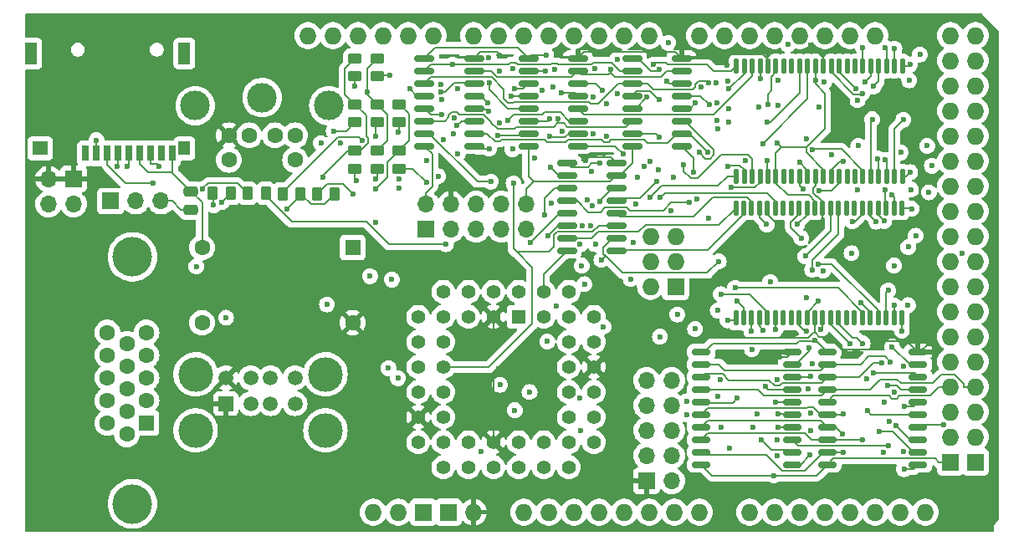
<source format=gbr>
%TF.GenerationSoftware,KiCad,Pcbnew,8.0.8+dfsg-1*%
%TF.CreationDate,2025-07-24T05:24:10-04:00*%
%TF.ProjectId,VGA_SRAM_SHIELD_DB_MULTIPLEX,5647415f-5352-4414-9d5f-534849454c44,rev?*%
%TF.SameCoordinates,Original*%
%TF.FileFunction,Copper,L1,Top*%
%TF.FilePolarity,Positive*%
%FSLAX46Y46*%
G04 Gerber Fmt 4.6, Leading zero omitted, Abs format (unit mm)*
G04 Created by KiCad (PCBNEW 8.0.8+dfsg-1) date 2025-07-24 05:24:10*
%MOMM*%
%LPD*%
G01*
G04 APERTURE LIST*
G04 Aperture macros list*
%AMRoundRect*
0 Rectangle with rounded corners*
0 $1 Rounding radius*
0 $2 $3 $4 $5 $6 $7 $8 $9 X,Y pos of 4 corners*
0 Add a 4 corners polygon primitive as box body*
4,1,4,$2,$3,$4,$5,$6,$7,$8,$9,$2,$3,0*
0 Add four circle primitives for the rounded corners*
1,1,$1+$1,$2,$3*
1,1,$1+$1,$4,$5*
1,1,$1+$1,$6,$7*
1,1,$1+$1,$8,$9*
0 Add four rect primitives between the rounded corners*
20,1,$1+$1,$2,$3,$4,$5,0*
20,1,$1+$1,$4,$5,$6,$7,0*
20,1,$1+$1,$6,$7,$8,$9,0*
20,1,$1+$1,$8,$9,$2,$3,0*%
G04 Aperture macros list end*
%TA.AperFunction,ComponentPad*%
%ADD10R,1.700000X1.700000*%
%TD*%
%TA.AperFunction,ComponentPad*%
%ADD11O,1.700000X1.700000*%
%TD*%
%TA.AperFunction,ComponentPad*%
%ADD12R,1.500000X1.500000*%
%TD*%
%TA.AperFunction,ComponentPad*%
%ADD13C,1.500000*%
%TD*%
%TA.AperFunction,ComponentPad*%
%ADD14C,3.500000*%
%TD*%
%TA.AperFunction,ComponentPad*%
%ADD15C,4.000000*%
%TD*%
%TA.AperFunction,ComponentPad*%
%ADD16R,1.600000X1.600000*%
%TD*%
%TA.AperFunction,ComponentPad*%
%ADD17C,1.600000*%
%TD*%
%TA.AperFunction,SMDPad,CuDef*%
%ADD18RoundRect,0.250000X0.450000X-0.262500X0.450000X0.262500X-0.450000X0.262500X-0.450000X-0.262500X0*%
%TD*%
%TA.AperFunction,ComponentPad*%
%ADD19R,1.422400X1.422400*%
%TD*%
%TA.AperFunction,ComponentPad*%
%ADD20C,1.422400*%
%TD*%
%TA.AperFunction,ComponentPad*%
%ADD21O,1.727200X1.727200*%
%TD*%
%TA.AperFunction,ComponentPad*%
%ADD22R,1.727200X1.727200*%
%TD*%
%TA.AperFunction,SMDPad,CuDef*%
%ADD23RoundRect,0.150000X-0.800000X-0.150000X0.800000X-0.150000X0.800000X0.150000X-0.800000X0.150000X0*%
%TD*%
%TA.AperFunction,ComponentPad*%
%ADD24C,2.990000*%
%TD*%
%TA.AperFunction,SMDPad,CuDef*%
%ADD25RoundRect,0.250000X-0.262500X-0.450000X0.262500X-0.450000X0.262500X0.450000X-0.262500X0.450000X0*%
%TD*%
%TA.AperFunction,SMDPad,CuDef*%
%ADD26RoundRect,0.150000X-0.850000X-0.150000X0.850000X-0.150000X0.850000X0.150000X-0.850000X0.150000X0*%
%TD*%
%TA.AperFunction,SMDPad,CuDef*%
%ADD27RoundRect,0.137500X0.137500X-0.625000X0.137500X0.625000X-0.137500X0.625000X-0.137500X-0.625000X0*%
%TD*%
%TA.AperFunction,SMDPad,CuDef*%
%ADD28RoundRect,0.250000X0.475000X-0.250000X0.475000X0.250000X-0.475000X0.250000X-0.475000X-0.250000X0*%
%TD*%
%TA.AperFunction,SMDPad,CuDef*%
%ADD29R,0.700000X1.600000*%
%TD*%
%TA.AperFunction,SMDPad,CuDef*%
%ADD30R,1.200000X2.200000*%
%TD*%
%TA.AperFunction,SMDPad,CuDef*%
%ADD31R,1.600000X1.400000*%
%TD*%
%TA.AperFunction,SMDPad,CuDef*%
%ADD32R,1.200000X1.400000*%
%TD*%
%TA.AperFunction,ViaPad*%
%ADD33C,0.600000*%
%TD*%
%TA.AperFunction,Conductor*%
%ADD34C,0.200000*%
%TD*%
G04 APERTURE END LIST*
D10*
%TO.P,J8,1,Pin_1*%
%TO.N,GND*%
X40341200Y-42790800D03*
D11*
%TO.P,J8,2,Pin_2*%
%TO.N,Net-(J8-Pin_2)*%
X42881200Y-42790800D03*
%TO.P,J8,3,Pin_3*%
X45421200Y-42790800D03*
%TD*%
D12*
%TO.P,J1,1,VBUS1*%
%TO.N,PWR*%
X52001200Y-63300800D03*
D13*
%TO.P,J1,2,D1-*%
%TO.N,Net-(A1-D18{slash}TX1)*%
X54501200Y-63300800D03*
%TO.P,J1,3,D1+*%
%TO.N,Net-(A1-D19{slash}RX1)*%
X56501200Y-63300800D03*
%TO.P,J1,4,GND1*%
%TO.N,GND*%
X59001200Y-63300800D03*
%TO.P,J1,5,VBUS2*%
%TO.N,PWR*%
X52001200Y-60680800D03*
%TO.P,J1,6,D2-*%
%TO.N,Net-(A1-D16{slash}TX2)*%
X54501200Y-60680800D03*
%TO.P,J1,7,D2+*%
%TO.N,Net-(A1-D17{slash}RX2)*%
X56501200Y-60680800D03*
%TO.P,J1,8,GND2*%
%TO.N,GND*%
X59001200Y-60680800D03*
D14*
%TO.P,J1,9,Shield*%
X48931200Y-66010800D03*
X62071200Y-66010800D03*
X48931200Y-60330800D03*
X62071200Y-60330800D03*
%TD*%
D15*
%TO.P,J7,0*%
%TO.N,N/C*%
X42541200Y-48445800D03*
X42541200Y-73445800D03*
D16*
%TO.P,J7,1*%
%TO.N,RED*%
X43961200Y-65260800D03*
D17*
%TO.P,J7,2*%
%TO.N,GREEN*%
X43961200Y-62970800D03*
%TO.P,J7,3*%
%TO.N,BLUE*%
X43961200Y-60680800D03*
%TO.P,J7,4*%
%TO.N,unconnected-(J7-Pad4)*%
X43961200Y-58390800D03*
%TO.P,J7,5*%
%TO.N,GND*%
X43961200Y-56100800D03*
%TO.P,J7,6*%
X41981200Y-66405800D03*
%TO.P,J7,7*%
X41981200Y-64115800D03*
%TO.P,J7,8*%
X41981200Y-61825800D03*
%TO.P,J7,9*%
%TO.N,unconnected-(J7-Pad9)*%
X41981200Y-59535800D03*
%TO.P,J7,10*%
%TO.N,GND*%
X41981200Y-57245800D03*
%TO.P,J7,11*%
%TO.N,unconnected-(J7-Pad11)*%
X40001200Y-65260800D03*
%TO.P,J7,12*%
%TO.N,unconnected-(J7-Pad12)*%
X40001200Y-62970800D03*
%TO.P,J7,13*%
%TO.N,Net-(J7-Pad13)*%
X40001200Y-60680800D03*
%TO.P,J7,14*%
%TO.N,Net-(J7-Pad14)*%
X40001200Y-58390800D03*
%TO.P,J7,15*%
%TO.N,unconnected-(J7-Pad15)*%
X40001200Y-56100800D03*
%TD*%
D18*
%TO.P,R3,1*%
%TO.N,Net-(U21-B0)*%
X69511200Y-39500800D03*
%TO.P,R3,2*%
%TO.N,BLUE*%
X69511200Y-37675800D03*
%TD*%
D19*
%TO.P,U4,1,1*%
%TO.N,READY*%
X81621200Y-54510800D03*
D20*
%TO.P,U4,2,2*%
%TO.N,Net-(X1-OUT)*%
X79081200Y-51970800D03*
%TO.P,U4,3,3*%
%TO.N,PWR*%
X79081200Y-54510800D03*
%TO.P,U4,4,4*%
%TO.N,COUNTER_MEMADDR0*%
X76541200Y-51970800D03*
%TO.P,U4,5,5*%
%TO.N,COUNTER_MEMADDR1*%
X76541200Y-54510800D03*
%TO.P,U4,6,6*%
%TO.N,COUNTER_MEMADDR2*%
X74001200Y-51970800D03*
%TO.P,U4,7,7*%
%TO.N,TDI*%
X71461200Y-54510800D03*
%TO.P,U4,8,8*%
%TO.N,COUNTER_MEMADDR3*%
X74001200Y-54510800D03*
%TO.P,U4,9,9*%
%TO.N,COUNTER_MEMADDR4*%
X71461200Y-57050800D03*
%TO.P,U4,10,10*%
%TO.N,GND*%
X74001200Y-57050800D03*
%TO.P,U4,11,11*%
%TO.N,COUNTER_MEMADDR5*%
X71461200Y-59590800D03*
%TO.P,U4,12,12*%
%TO.N,COUNTER_MEMADDR6*%
X74001200Y-59590800D03*
%TO.P,U4,13,13*%
%TO.N,TMS*%
X71461200Y-62130800D03*
%TO.P,U4,14,14*%
%TO.N,COUNTER_MEMADDR7*%
X74001200Y-62130800D03*
%TO.P,U4,15,15*%
%TO.N,PWR*%
X71461200Y-64670800D03*
%TO.P,U4,16,16*%
%TO.N,COUNTER_MEMADDR8*%
X74001200Y-64670800D03*
%TO.P,U4,17,17*%
%TO.N,COUNTER_MEMADDR9*%
X71461200Y-67210800D03*
%TO.P,U4,18,18*%
%TO.N,COUNTER_MEMADDR10*%
X74001200Y-69750800D03*
%TO.P,U4,19,19*%
%TO.N,COUNTER_MEMADDR11*%
X74001200Y-67210800D03*
%TO.P,U4,20,20*%
%TO.N,COUNTER_MEMADDR12*%
X76541200Y-69750800D03*
%TO.P,U4,21,21*%
%TO.N,COUNTER_MEMADDR13*%
X76541200Y-67210800D03*
%TO.P,U4,22,22*%
%TO.N,GND*%
X79081200Y-69750800D03*
%TO.P,U4,23,23*%
%TO.N,PWR*%
X79081200Y-67210800D03*
%TO.P,U4,24,24*%
%TO.N,COUNTER_MEMADDR14*%
X81621200Y-69750800D03*
%TO.P,U4,25,25*%
%TO.N,COUNTER_MEMADDR15*%
X81621200Y-67210800D03*
%TO.P,U4,26,26*%
%TO.N,COUNTER_MEMADDR16*%
X84161200Y-69750800D03*
%TO.P,U4,27,27*%
%TO.N,COUNTER_MEMADDR17*%
X84161200Y-67210800D03*
%TO.P,U4,28,28*%
%TO.N,COUNTER_MEMADDR18*%
X86701200Y-69750800D03*
%TO.P,U4,29,29*%
%TO.N,COUNTER_MEMADDR19*%
X89241200Y-67210800D03*
%TO.P,U4,30,30*%
%TO.N,GND*%
X86701200Y-67210800D03*
%TO.P,U4,31,31*%
%TO.N,unconnected-(U4-Pad31)*%
X89241200Y-64670800D03*
%TO.P,U4,32,32*%
%TO.N,TCK*%
X86701200Y-64670800D03*
%TO.P,U4,33,33*%
%TO.N,~{H_SYNC}*%
X89241200Y-62130800D03*
%TO.P,U4,34,34*%
%TO.N,~{V_SYNC}*%
X86701200Y-62130800D03*
%TO.P,U4,35,35*%
%TO.N,PWR*%
X89241200Y-59590800D03*
%TO.P,U4,36,36*%
%TO.N,BANK_SELECT*%
X86701200Y-59590800D03*
%TO.P,U4,37,37*%
%TO.N,unconnected-(U4-Pad37)*%
X89241200Y-57050800D03*
%TO.P,U4,38,38*%
%TO.N,TDO*%
X86701200Y-57050800D03*
%TO.P,U4,39,39*%
%TO.N,~{VGA_OUT}*%
X89241200Y-54510800D03*
%TO.P,U4,40,40*%
%TO.N,unconnected-(U4-Pad40)*%
X86701200Y-51970800D03*
%TO.P,U4,41,41*%
%TO.N,unconnected-(U4-Pad41)*%
X86701200Y-54510800D03*
%TO.P,U4,42,42*%
%TO.N,GND*%
X84161200Y-51970800D03*
%TO.P,U4,43,43*%
%TO.N,unconnected-(U4-Pad43)*%
X84161200Y-54510800D03*
%TO.P,U4,44,44*%
%TO.N,unconnected-(U4-Pad44)*%
X81621200Y-51970800D03*
%TD*%
D21*
%TO.P,A1,3V3,3.3V*%
%TO.N,3.3V*%
X66896400Y-74291800D03*
%TO.P,A1,5V1,5V*%
%TO.N,5V*%
X69436400Y-74291800D03*
%TO.P,A1,5V2,SPI_5V*%
X97503400Y-46351800D03*
%TO.P,A1,5V3,5V*%
X125316400Y-26031800D03*
%TO.P,A1,5V4,5V*%
X127856400Y-26031800D03*
%TO.P,A1,A0,A0*%
%TO.N,Net-(J2-Pin_2)*%
X82136400Y-74291800D03*
%TO.P,A1,A1,A1*%
%TO.N,Net-(J2-Pin_3)*%
X84676400Y-74291800D03*
%TO.P,A1,A2,A2*%
%TO.N,Net-(J2-Pin_4)*%
X87216400Y-74291800D03*
%TO.P,A1,A3,A3*%
%TO.N,Net-(J2-Pin_5)*%
X89756400Y-74291800D03*
%TO.P,A1,A4,A4*%
%TO.N,Net-(J2-Pin_9)*%
X92296400Y-74291800D03*
%TO.P,A1,A5,A5*%
%TO.N,Net-(J2-Pin_8)*%
X94836400Y-74291800D03*
%TO.P,A1,A6,A6*%
%TO.N,Net-(J2-Pin_7)*%
X97376400Y-74291800D03*
%TO.P,A1,A7,A7*%
%TO.N,Net-(J2-Pin_6)*%
X99916400Y-74291800D03*
%TO.P,A1,A8,A8*%
%TO.N,DATA11*%
X104996400Y-74291800D03*
%TO.P,A1,A9,A9*%
%TO.N,DATA12*%
X107536400Y-74291800D03*
%TO.P,A1,A10,A10*%
%TO.N,DATA13*%
X110076400Y-74291800D03*
%TO.P,A1,A11,A11*%
%TO.N,DATA14*%
X112616400Y-74291800D03*
%TO.P,A1,CANR,CANRX*%
%TO.N,unconnected-(A1-CANRX-PadCANR)*%
X120236400Y-74291800D03*
%TO.P,A1,CANT,CANTX*%
%TO.N,unconnected-(A1-CANTX-PadCANT)*%
X122776400Y-74291800D03*
%TO.P,A1,D0,D0/RX0*%
%TO.N,unconnected-(A1-D0{slash}RX0-PadD0)*%
X94836400Y-26031800D03*
%TO.P,A1,D1,D1/TX0*%
%TO.N,unconnected-(A1-D1{slash}TX0-PadD1)*%
X92296400Y-26031800D03*
%TO.P,A1,D2,D2*%
%TO.N,/MCU OE*%
X89756400Y-26031800D03*
%TO.P,A1,D3,D3*%
%TO.N,/MCU CE*%
X87216400Y-26031800D03*
%TO.P,A1,D4,D4_CS1*%
%TO.N,/MCU WE*%
X84676400Y-26031800D03*
%TO.P,A1,D5,D5*%
%TO.N,BANK_SELECT*%
X82136400Y-26031800D03*
%TO.P,A1,D6,D6*%
%TO.N,Net-(A1-PadD6)*%
X79596400Y-26031800D03*
%TO.P,A1,D7,D7*%
%TO.N,Net-(A1-PadD7)*%
X77056400Y-26031800D03*
%TO.P,A1,D8,D8*%
%TO.N,unconnected-(A1-PadD8)*%
X72992400Y-26031800D03*
%TO.P,A1,D9,D9*%
%TO.N,unconnected-(A1-PadD9)*%
X70452400Y-26031800D03*
%TO.P,A1,D10,D10_CS0*%
%TO.N,/SD_CS*%
X67912400Y-26031800D03*
%TO.P,A1,D11,D11*%
%TO.N,MCUMEMADDR7*%
X65372400Y-26031800D03*
%TO.P,A1,D12,D12*%
%TO.N,MCUMEMADDR8*%
X62832400Y-26031800D03*
%TO.P,A1,D13,D13*%
%TO.N,unconnected-(A1-PadD13)*%
X60292400Y-26031800D03*
%TO.P,A1,D14,D14/TX3*%
%TO.N,MCUMEMADDR4*%
X99916400Y-26031800D03*
%TO.P,A1,D15,D15/RX3*%
%TO.N,MCUMEMADDR5*%
X102456400Y-26031800D03*
%TO.P,A1,D16,D16/TX2*%
%TO.N,Net-(A1-D16{slash}TX2)*%
X104996400Y-26031800D03*
%TO.P,A1,D17,D17/RX2*%
%TO.N,Net-(A1-D17{slash}RX2)*%
X107536400Y-26031800D03*
%TO.P,A1,D18,D18/TX1*%
%TO.N,Net-(A1-D18{slash}TX1)*%
X110076400Y-26031800D03*
%TO.P,A1,D19,D19/RX1*%
%TO.N,Net-(A1-D19{slash}RX1)*%
X112616400Y-26031800D03*
%TO.P,A1,D20,D20/SDA*%
%TO.N,unconnected-(A1-D20{slash}SDA-PadD20)*%
X115156400Y-26031800D03*
%TO.P,A1,D21,D21/SCL*%
%TO.N,unconnected-(A1-D21{slash}SCL-PadD21)*%
X117696400Y-26031800D03*
%TO.P,A1,D22,D22*%
%TO.N,unconnected-(A1-PadD22)*%
X125316400Y-28571800D03*
%TO.P,A1,D23,D23*%
%TO.N,unconnected-(A1-PadD23)*%
X127856400Y-28571800D03*
%TO.P,A1,D24,D24*%
%TO.N,unconnected-(A1-PadD24)*%
X125316400Y-31111800D03*
%TO.P,A1,D25,D25*%
%TO.N,MCUMEMADDR0*%
X127856400Y-31111800D03*
%TO.P,A1,D26,D26*%
%TO.N,MCUMEMADDR1*%
X125316400Y-33651800D03*
%TO.P,A1,D27,D27*%
%TO.N,MCUMEMADDR2*%
X127856400Y-33651800D03*
%TO.P,A1,D28,D28*%
%TO.N,MCUMEMADDR3*%
X125316400Y-36191800D03*
%TO.P,A1,D29,D29*%
%TO.N,MCUMEMADDR6*%
X127856400Y-36191800D03*
%TO.P,A1,D30,D30*%
%TO.N,MCUMEMADDR9*%
X125316400Y-38731800D03*
%TO.P,A1,D31,D31*%
%TO.N,READY*%
X127856400Y-38731800D03*
%TO.P,A1,D32,D32*%
%TO.N,MCUMEMADDR10*%
X125316400Y-41271800D03*
%TO.P,A1,D33,D33*%
%TO.N,MCUMEMADDR11*%
X127856400Y-41271800D03*
%TO.P,A1,D34,D34*%
%TO.N,MCUMEMADDR12*%
X125316400Y-43811800D03*
%TO.P,A1,D35,D35*%
%TO.N,MCUMEMADDR13*%
X127856400Y-43811800D03*
%TO.P,A1,D36,D36*%
%TO.N,MCUMEMADDR14*%
X125316400Y-46351800D03*
%TO.P,A1,D37,D37*%
%TO.N,MCUMEMADDR15*%
X127856400Y-46351800D03*
%TO.P,A1,D38,D38*%
%TO.N,MCUMEMADDR16*%
X125316400Y-48891800D03*
%TO.P,A1,D39,D39*%
%TO.N,MCUMEMADDR17*%
X127856400Y-48891800D03*
%TO.P,A1,D40,D40*%
%TO.N,MCUMEMADDR18*%
X125316400Y-51431800D03*
%TO.P,A1,D41,D41*%
%TO.N,MCUMEMADDR19*%
X127856400Y-51431800D03*
%TO.P,A1,D42,D42*%
%TO.N,/PS2_DAT*%
X125316400Y-53971800D03*
%TO.P,A1,D43,D43*%
%TO.N,/PS2_CLK*%
X127856400Y-53971800D03*
%TO.P,A1,D44,D44*%
%TO.N,DATA7*%
X125316400Y-56511800D03*
%TO.P,A1,D45,D45*%
%TO.N,DATA6*%
X127856400Y-56511800D03*
%TO.P,A1,D46,D46*%
%TO.N,DATA5*%
X125316400Y-59051800D03*
%TO.P,A1,D47,D47*%
%TO.N,DATA4*%
X127856400Y-59051800D03*
%TO.P,A1,D48,D48*%
%TO.N,DATA3*%
X125316400Y-61591800D03*
%TO.P,A1,D49,D49*%
%TO.N,DATA2*%
X127856400Y-61591800D03*
%TO.P,A1,D50,D50*%
%TO.N,DATA1*%
X125316400Y-64131800D03*
%TO.P,A1,D51,D51*%
%TO.N,DATA0*%
X127856400Y-64131800D03*
%TO.P,A1,D52,D52_CS2*%
%TO.N,DATA15*%
X125316400Y-66671800D03*
%TO.P,A1,D53,D53*%
%TO.N,DATA8*%
X127856400Y-66671800D03*
%TO.P,A1,DAC0,DAC0*%
%TO.N,DATA9*%
X115156400Y-74291800D03*
%TO.P,A1,DAC1,DAC1*%
%TO.N,DATA10*%
X117696400Y-74291800D03*
D22*
%TO.P,A1,GND2,GND*%
%TO.N,GND*%
X71976400Y-74291800D03*
%TO.P,A1,GND3,GND*%
X74516400Y-74291800D03*
%TO.P,A1,GND4,SPI_GND*%
X97503400Y-51431800D03*
%TO.P,A1,GND5,GND*%
X125316400Y-69211800D03*
%TO.P,A1,GND6,GND*%
X127856400Y-69211800D03*
D21*
%TO.P,A1,MISO,SPI_MISO*%
%TO.N,Net-(A1-SPI_MISO)*%
X94963400Y-46351800D03*
%TO.P,A1,MOSI,SPI_MOSI*%
%TO.N,Net-(A1-SPI_MOSI)*%
X97503400Y-48891800D03*
%TO.P,A1,RST2,SPI_RESET*%
%TO.N,unconnected-(A1-SPI_RESET-PadRST2)*%
X94963400Y-51431800D03*
%TO.P,A1,SCK,SPI_SCK*%
%TO.N,Net-(A1-SPI_SCK)*%
X94963400Y-48891800D03*
%TO.P,A1,VIN,VIN*%
%TO.N,PWR*%
X77056400Y-74291800D03*
%TD*%
D23*
%TO.P,U14,1,A->B*%
%TO.N,/MCU OE*%
X100101200Y-58055800D03*
%TO.P,U14,2,A0*%
%TO.N,DATA0*%
X100101200Y-59325800D03*
%TO.P,U14,3,A1*%
%TO.N,DATA1*%
X100101200Y-60595800D03*
%TO.P,U14,4,A2*%
%TO.N,DATA2*%
X100101200Y-61865800D03*
%TO.P,U14,5,A3*%
%TO.N,DATA3*%
X100101200Y-63135800D03*
%TO.P,U14,6,A4*%
%TO.N,DATA4*%
X100101200Y-64405800D03*
%TO.P,U14,7,A5*%
%TO.N,DATA5*%
X100101200Y-65675800D03*
%TO.P,U14,8,A6*%
%TO.N,DATA6*%
X100101200Y-66945800D03*
%TO.P,U14,9,A7*%
%TO.N,DATA7*%
X100101200Y-68215800D03*
%TO.P,U14,10,GND*%
%TO.N,GND*%
X100101200Y-69485800D03*
%TO.P,U14,11,B7*%
%TO.N,DATA_BANK17*%
X109301200Y-69485800D03*
%TO.P,U14,12,B6*%
%TO.N,DATA_BANK16*%
X109301200Y-68215800D03*
%TO.P,U14,13,B5*%
%TO.N,DATA_BANK15*%
X109301200Y-66945800D03*
%TO.P,U14,14,B4*%
%TO.N,DATA_BANK14*%
X109301200Y-65675800D03*
%TO.P,U14,15,B3*%
%TO.N,DATA_BANK13*%
X109301200Y-64405800D03*
%TO.P,U14,16,B2*%
%TO.N,DATA_BANK12*%
X109301200Y-63135800D03*
%TO.P,U14,17,B1*%
%TO.N,DATA_BANK11*%
X109301200Y-61865800D03*
%TO.P,U14,18,B0*%
%TO.N,DATA_BANK10*%
X109301200Y-60595800D03*
%TO.P,U14,19,CE*%
%TO.N,BANK_SELECT*%
X109301200Y-59325800D03*
%TO.P,U14,20,VCC*%
%TO.N,PWR*%
X109301200Y-58055800D03*
%TD*%
D17*
%TO.P,J3,1*%
%TO.N,/PS2_DAT*%
X56951200Y-36130800D03*
%TO.P,J3,2*%
%TO.N,unconnected-(J3-Pad2)*%
X54351200Y-36130800D03*
%TO.P,J3,3*%
%TO.N,GND*%
X59001200Y-36130800D03*
%TO.P,J3,4*%
%TO.N,PWR*%
X52301200Y-36130800D03*
%TO.P,J3,5*%
%TO.N,/PS2_CLK*%
X59001200Y-38620800D03*
%TO.P,J3,6*%
%TO.N,unconnected-(J3-Pad6)*%
X52301200Y-38620800D03*
D24*
%TO.P,J3,7*%
%TO.N,N/C*%
X48891200Y-33130800D03*
%TO.P,J3,8*%
X55651200Y-32320800D03*
%TO.P,J3,9*%
X62411200Y-33130800D03*
%TD*%
D25*
%TO.P,R2,1*%
%TO.N,Net-(A1-PadD7)*%
X61211200Y-42050800D03*
%TO.P,R2,2*%
%TO.N,Net-(J8-Pin_2)*%
X63036200Y-42050800D03*
%TD*%
D16*
%TO.P,X1,1,NC*%
%TO.N,unconnected-(X1-NC-Pad1)*%
X64821200Y-47490800D03*
D17*
%TO.P,X1,7,GND*%
%TO.N,GND*%
X49581200Y-47490800D03*
%TO.P,X1,8,OUT*%
%TO.N,Net-(X1-OUT)*%
X49581200Y-55110800D03*
%TO.P,X1,14,Vcc*%
%TO.N,PWR*%
X64821200Y-55110800D03*
%TD*%
D18*
%TO.P,R9,1*%
%TO.N,Net-(U21-B6)*%
X65041200Y-34800800D03*
%TO.P,R9,2*%
%TO.N,RED*%
X65041200Y-32975800D03*
%TD*%
D26*
%TO.P,U28,1,S*%
%TO.N,BANK_SELECT*%
X93101200Y-28320800D03*
%TO.P,U28,2,I0a*%
%TO.N,COUNTER_MEMADDR0*%
X93101200Y-29590800D03*
%TO.P,U28,3,I1a*%
%TO.N,MCUMEMADDR0*%
X93101200Y-30860800D03*
%TO.P,U28,4,Za*%
%TO.N,MEMADDR_BANK20*%
X93101200Y-32130800D03*
%TO.P,U28,5,I0b*%
%TO.N,COUNTER_MEMADDR1*%
X93101200Y-33400800D03*
%TO.P,U28,6,I1b*%
%TO.N,MCUMEMADDR1*%
X93101200Y-34670800D03*
%TO.P,U28,7,Zb*%
%TO.N,MEMADDR_BANK21*%
X93101200Y-35940800D03*
%TO.P,U28,8,GND*%
%TO.N,GND*%
X93101200Y-37210800D03*
%TO.P,U28,9,Zc*%
%TO.N,MEMADDR_BANK22*%
X98101200Y-37210800D03*
%TO.P,U28,10,I1c*%
%TO.N,MCUMEMADDR2*%
X98101200Y-35940800D03*
%TO.P,U28,11,I0c*%
%TO.N,COUNTER_MEMADDR2*%
X98101200Y-34670800D03*
%TO.P,U28,12,Zd*%
%TO.N,MEMADDR_BANK23*%
X98101200Y-33400800D03*
%TO.P,U28,13,I1d*%
%TO.N,MCUMEMADDR3*%
X98101200Y-32130800D03*
%TO.P,U28,14,I0d*%
%TO.N,COUNTER_MEMADDR3*%
X98101200Y-30860800D03*
%TO.P,U28,15,E*%
%TO.N,GND*%
X98101200Y-29590800D03*
%TO.P,U28,16,VCC*%
%TO.N,PWR*%
X98101200Y-28320800D03*
%TD*%
D27*
%TO.P,U20,1,A4*%
%TO.N,MEMADDR_BANK24*%
X103601200Y-54645800D03*
%TO.P,U20,2,A3*%
%TO.N,MEMADDR_BANK23*%
X104401200Y-54645800D03*
%TO.P,U20,3,A2*%
%TO.N,MEMADDR_BANK22*%
X105201200Y-54645800D03*
%TO.P,U20,4,A1*%
%TO.N,MEMADDR_BANK21*%
X106001200Y-54645800D03*
%TO.P,U20,5,A0*%
%TO.N,MEMADDR_BANK20*%
X106801200Y-54645800D03*
%TO.P,U20,6,~{CS1}*%
%TO.N,GND*%
X107601200Y-54645800D03*
%TO.P,U20,7,NC*%
%TO.N,unconnected-(U20-NC-Pad7)*%
X108401200Y-54645800D03*
%TO.P,U20,8,NC*%
%TO.N,unconnected-(U20-NC-Pad8)*%
X109201200Y-54645800D03*
%TO.P,U20,9,I/O1*%
%TO.N,DATA_BANK20*%
X110001200Y-54645800D03*
%TO.P,U20,10,I/O2*%
%TO.N,DATA_BANK21*%
X110801200Y-54645800D03*
%TO.P,U20,11,VDD*%
%TO.N,PWR*%
X111601200Y-54645800D03*
%TO.P,U20,12,GND*%
%TO.N,GND*%
X112401200Y-54645800D03*
%TO.P,U20,13,I/O3*%
%TO.N,DATA_BANK22*%
X113201200Y-54645800D03*
%TO.P,U20,14,I/O4*%
%TO.N,DATA_BANK23*%
X114001200Y-54645800D03*
%TO.P,U20,15,NC*%
%TO.N,unconnected-(U20-NC-Pad15)*%
X114801200Y-54645800D03*
%TO.P,U20,16,NC*%
%TO.N,unconnected-(U20-NC-Pad16)*%
X115601200Y-54645800D03*
%TO.P,U20,17,~{WE}*%
%TO.N,~{WE_BANK2}*%
X116401200Y-54645800D03*
%TO.P,U20,18,A19*%
%TO.N,MEMADDR_BANK219*%
X117201200Y-54645800D03*
%TO.P,U20,19,A18*%
%TO.N,MEMADDR_BANK218*%
X118001200Y-54645800D03*
%TO.P,U20,20,A17*%
%TO.N,MEMADDR_BANK217*%
X118801200Y-54645800D03*
%TO.P,U20,21,A16*%
%TO.N,MEMADDR_BANK216*%
X119601200Y-54645800D03*
%TO.P,U20,22,A15*%
%TO.N,MEMADDR_BANK215*%
X120401200Y-54645800D03*
%TO.P,U20,23,A14*%
%TO.N,MEMADDR_BANK214*%
X120401200Y-43470800D03*
%TO.P,U20,24,A13*%
%TO.N,MEMADDR_BANK213*%
X119601200Y-43470800D03*
%TO.P,U20,25,A12*%
%TO.N,MEMADDR_BANK212*%
X118801200Y-43470800D03*
%TO.P,U20,26,A11*%
%TO.N,MEMADDR_BANK211*%
X118001200Y-43470800D03*
%TO.P,U20,27,A10*%
%TO.N,MEMADDR_BANK210*%
X117201200Y-43470800D03*
%TO.P,U20,28,A9*%
%TO.N,MEMADDR_BANK29*%
X116401200Y-43470800D03*
%TO.P,U20,29,NC*%
%TO.N,unconnected-(U20-NC-Pad29)*%
X115601200Y-43470800D03*
%TO.P,U20,30,NC*%
%TO.N,unconnected-(U20-NC-Pad30)*%
X114801200Y-43470800D03*
%TO.P,U20,31,I/O5*%
%TO.N,DATA_BANK24*%
X114001200Y-43470800D03*
%TO.P,U20,32,I/O6*%
%TO.N,DATA_BANK25*%
X113201200Y-43470800D03*
%TO.P,U20,33,VDD*%
%TO.N,PWR*%
X112401200Y-43470800D03*
%TO.P,U20,34,GND*%
%TO.N,GND*%
X111601200Y-43470800D03*
%TO.P,U20,35,I/O7*%
%TO.N,DATA_BANK26*%
X110801200Y-43470800D03*
%TO.P,U20,36,I/O8*%
%TO.N,DATA_BANK27*%
X110001200Y-43470800D03*
%TO.P,U20,37,NC*%
%TO.N,unconnected-(U20-NC-Pad37)*%
X109201200Y-43470800D03*
%TO.P,U20,38,NC*%
%TO.N,unconnected-(U20-NC-Pad38)*%
X108401200Y-43470800D03*
%TO.P,U20,39,A8*%
%TO.N,MEMADDR_BANK28*%
X107601200Y-43470800D03*
%TO.P,U20,40,CS2*%
%TO.N,PWR*%
X106801200Y-43470800D03*
%TO.P,U20,41,~{OE}*%
%TO.N,~{OE_BANK2}*%
X106001200Y-43470800D03*
%TO.P,U20,42,A7*%
%TO.N,MEMADDR_BANK27*%
X105201200Y-43470800D03*
%TO.P,U20,43,A6*%
%TO.N,MEMADDR_BANK26*%
X104401200Y-43470800D03*
%TO.P,U20,44,A5*%
%TO.N,MEMADDR_BANK25*%
X103601200Y-43470800D03*
%TD*%
D18*
%TO.P,R7,1*%
%TO.N,Net-(U21-B4)*%
X67326200Y-30150800D03*
%TO.P,R7,2*%
%TO.N,GREEN*%
X67326200Y-28325800D03*
%TD*%
D26*
%TO.P,U23,1,S*%
%TO.N,~{COUNTER_BANK1}*%
X72101200Y-28320800D03*
%TO.P,U23,2,I0a*%
%TO.N,COUNTER_MEMADDR0*%
X72101200Y-29590800D03*
%TO.P,U23,3,I1a*%
%TO.N,MCUMEMADDR0*%
X72101200Y-30860800D03*
%TO.P,U23,4,Za*%
%TO.N,MEMADDR_BANK10*%
X72101200Y-32130800D03*
%TO.P,U23,5,I0b*%
%TO.N,COUNTER_MEMADDR1*%
X72101200Y-33400800D03*
%TO.P,U23,6,I1b*%
%TO.N,MCUMEMADDR1*%
X72101200Y-34670800D03*
%TO.P,U23,7,Zb*%
%TO.N,MEMADDR_BANK11*%
X72101200Y-35940800D03*
%TO.P,U23,8,GND*%
%TO.N,GND*%
X72101200Y-37210800D03*
%TO.P,U23,9,Zc*%
%TO.N,MEMADDR_BANK12*%
X77101200Y-37210800D03*
%TO.P,U23,10,I1c*%
%TO.N,MCUMEMADDR2*%
X77101200Y-35940800D03*
%TO.P,U23,11,I0c*%
%TO.N,COUNTER_MEMADDR2*%
X77101200Y-34670800D03*
%TO.P,U23,12,Zd*%
%TO.N,MEMADDR_BANK13*%
X77101200Y-33400800D03*
%TO.P,U23,13,I1d*%
%TO.N,MCUMEMADDR3*%
X77101200Y-32130800D03*
%TO.P,U23,14,I0d*%
%TO.N,COUNTER_MEMADDR3*%
X77101200Y-30860800D03*
%TO.P,U23,15,E*%
%TO.N,GND*%
X77101200Y-29590800D03*
%TO.P,U23,16,VCC*%
%TO.N,PWR*%
X77101200Y-28320800D03*
%TD*%
D27*
%TO.P,U19,1,A4*%
%TO.N,MEMADDR_BANK14*%
X103661200Y-40288300D03*
%TO.P,U19,2,A3*%
%TO.N,MEMADDR_BANK13*%
X104461200Y-40288300D03*
%TO.P,U19,3,A2*%
%TO.N,MEMADDR_BANK12*%
X105261200Y-40288300D03*
%TO.P,U19,4,A1*%
%TO.N,MEMADDR_BANK11*%
X106061200Y-40288300D03*
%TO.P,U19,5,A0*%
%TO.N,MEMADDR_BANK10*%
X106861200Y-40288300D03*
%TO.P,U19,6,~{CS1}*%
%TO.N,GND*%
X107661200Y-40288300D03*
%TO.P,U19,7,NC*%
%TO.N,unconnected-(U19-NC-Pad7)*%
X108461200Y-40288300D03*
%TO.P,U19,8,NC*%
%TO.N,unconnected-(U19-NC-Pad8)*%
X109261200Y-40288300D03*
%TO.P,U19,9,I/O1*%
%TO.N,DATA_BANK10*%
X110061200Y-40288300D03*
%TO.P,U19,10,I/O2*%
%TO.N,DATA_BANK11*%
X110861200Y-40288300D03*
%TO.P,U19,11,VDD*%
%TO.N,PWR*%
X111661200Y-40288300D03*
%TO.P,U19,12,GND*%
%TO.N,GND*%
X112461200Y-40288300D03*
%TO.P,U19,13,I/O3*%
%TO.N,DATA_BANK12*%
X113261200Y-40288300D03*
%TO.P,U19,14,I/O4*%
%TO.N,DATA_BANK13*%
X114061200Y-40288300D03*
%TO.P,U19,15,NC*%
%TO.N,unconnected-(U19-NC-Pad15)*%
X114861200Y-40288300D03*
%TO.P,U19,16,NC*%
%TO.N,unconnected-(U19-NC-Pad16)*%
X115661200Y-40288300D03*
%TO.P,U19,17,~{WE}*%
%TO.N,~{WE_BANK1}*%
X116461200Y-40288300D03*
%TO.P,U19,18,A19*%
%TO.N,MEMADDR_BANK119*%
X117261200Y-40288300D03*
%TO.P,U19,19,A18*%
%TO.N,MEMADDR_BANK118*%
X118061200Y-40288300D03*
%TO.P,U19,20,A17*%
%TO.N,MEMADDR_BANK117*%
X118861200Y-40288300D03*
%TO.P,U19,21,A16*%
%TO.N,MEMADDR_BANK116*%
X119661200Y-40288300D03*
%TO.P,U19,22,A15*%
%TO.N,MEMADDR_BANK115*%
X120461200Y-40288300D03*
%TO.P,U19,23,A14*%
%TO.N,MEMADDR_BANK114*%
X120461200Y-29113300D03*
%TO.P,U19,24,A13*%
%TO.N,MEMADDR_BANK113*%
X119661200Y-29113300D03*
%TO.P,U19,25,A12*%
%TO.N,MEMADDR_BANK112*%
X118861200Y-29113300D03*
%TO.P,U19,26,A11*%
%TO.N,MEMADDR_BANK111*%
X118061200Y-29113300D03*
%TO.P,U19,27,A10*%
%TO.N,MEMADDR_BANK110*%
X117261200Y-29113300D03*
%TO.P,U19,28,A9*%
%TO.N,MEMADDR_BANK19*%
X116461200Y-29113300D03*
%TO.P,U19,29,NC*%
%TO.N,unconnected-(U19-NC-Pad29)*%
X115661200Y-29113300D03*
%TO.P,U19,30,NC*%
%TO.N,unconnected-(U19-NC-Pad30)*%
X114861200Y-29113300D03*
%TO.P,U19,31,I/O5*%
%TO.N,DATA_BANK14*%
X114061200Y-29113300D03*
%TO.P,U19,32,I/O6*%
%TO.N,DATA_BANK15*%
X113261200Y-29113300D03*
%TO.P,U19,33,VDD*%
%TO.N,PWR*%
X112461200Y-29113300D03*
%TO.P,U19,34,GND*%
%TO.N,GND*%
X111661200Y-29113300D03*
%TO.P,U19,35,I/O7*%
%TO.N,DATA_BANK16*%
X110861200Y-29113300D03*
%TO.P,U19,36,I/O8*%
%TO.N,DATA_BANK17*%
X110061200Y-29113300D03*
%TO.P,U19,37,NC*%
%TO.N,unconnected-(U19-NC-Pad37)*%
X109261200Y-29113300D03*
%TO.P,U19,38,NC*%
%TO.N,unconnected-(U19-NC-Pad38)*%
X108461200Y-29113300D03*
%TO.P,U19,39,A8*%
%TO.N,MEMADDR_BANK18*%
X107661200Y-29113300D03*
%TO.P,U19,40,CS2*%
%TO.N,PWR*%
X106861200Y-29113300D03*
%TO.P,U19,41,~{OE}*%
%TO.N,~{OE_BANK1}*%
X106061200Y-29113300D03*
%TO.P,U19,42,A7*%
%TO.N,MEMADDR_BANK17*%
X105261200Y-29113300D03*
%TO.P,U19,43,A6*%
%TO.N,MEMADDR_BANK16*%
X104461200Y-29113300D03*
%TO.P,U19,44,A5*%
%TO.N,MEMADDR_BANK15*%
X103661200Y-29113300D03*
%TD*%
D25*
%TO.P,R1,1*%
%TO.N,Net-(A1-PadD6)*%
X57726200Y-42050800D03*
%TO.P,R1,2*%
%TO.N,Net-(J8-Pin_2)*%
X59551200Y-42050800D03*
%TD*%
D26*
%TO.P,U24,1,S*%
%TO.N,~{COUNTER_BANK1}*%
X82601200Y-28320800D03*
%TO.P,U24,2,I0a*%
%TO.N,COUNTER_MEMADDR4*%
X82601200Y-29590800D03*
%TO.P,U24,3,I1a*%
%TO.N,MCUMEMADDR4*%
X82601200Y-30860800D03*
%TO.P,U24,4,Za*%
%TO.N,MEMADDR_BANK14*%
X82601200Y-32130800D03*
%TO.P,U24,5,I0b*%
%TO.N,COUNTER_MEMADDR5*%
X82601200Y-33400800D03*
%TO.P,U24,6,I1b*%
%TO.N,MCUMEMADDR5*%
X82601200Y-34670800D03*
%TO.P,U24,7,Zb*%
%TO.N,MEMADDR_BANK15*%
X82601200Y-35940800D03*
%TO.P,U24,8,GND*%
%TO.N,GND*%
X82601200Y-37210800D03*
%TO.P,U24,9,Zc*%
%TO.N,MEMADDR_BANK16*%
X87601200Y-37210800D03*
%TO.P,U24,10,I1c*%
%TO.N,MCUMEMADDR6*%
X87601200Y-35940800D03*
%TO.P,U24,11,I0c*%
%TO.N,COUNTER_MEMADDR6*%
X87601200Y-34670800D03*
%TO.P,U24,12,Zd*%
%TO.N,MEMADDR_BANK17*%
X87601200Y-33400800D03*
%TO.P,U24,13,I1d*%
%TO.N,MCUMEMADDR7*%
X87601200Y-32130800D03*
%TO.P,U24,14,I0d*%
%TO.N,COUNTER_MEMADDR7*%
X87601200Y-30860800D03*
%TO.P,U24,15,E*%
%TO.N,GND*%
X87601200Y-29590800D03*
%TO.P,U24,16,VCC*%
%TO.N,PWR*%
X87601200Y-28320800D03*
%TD*%
D18*
%TO.P,R8,1*%
%TO.N,Net-(U21-B5)*%
X65051200Y-39500800D03*
%TO.P,R8,2*%
%TO.N,RED*%
X65051200Y-37675800D03*
%TD*%
%TO.P,R10,1*%
%TO.N,Net-(U21-B7)*%
X65041200Y-30150800D03*
%TO.P,R10,2*%
%TO.N,RED*%
X65041200Y-28325800D03*
%TD*%
D28*
%TO.P,C1,1*%
%TO.N,Net-(J8-Pin_2)*%
X48411200Y-43680800D03*
%TO.P,C1,2*%
%TO.N,GND*%
X48411200Y-41780800D03*
%TD*%
D25*
%TO.P,R20,1*%
%TO.N,Net-(J7-Pad14)*%
X54216200Y-42010800D03*
%TO.P,R20,2*%
%TO.N,~{V_SYNC}*%
X56041200Y-42010800D03*
%TD*%
D10*
%TO.P,J2,1,Pin_1*%
%TO.N,PWR*%
X94561200Y-71100800D03*
D11*
%TO.P,J2,2,Pin_2*%
%TO.N,Net-(J2-Pin_2)*%
X97101200Y-71100800D03*
%TO.P,J2,3,Pin_3*%
%TO.N,Net-(J2-Pin_3)*%
X94561200Y-68560800D03*
%TO.P,J2,4,Pin_4*%
%TO.N,Net-(J2-Pin_4)*%
X97101200Y-68560800D03*
%TO.P,J2,5,Pin_5*%
%TO.N,Net-(J2-Pin_5)*%
X94561200Y-66020800D03*
%TO.P,J2,6,Pin_6*%
%TO.N,Net-(J2-Pin_6)*%
X97101200Y-66020800D03*
%TO.P,J2,7,Pin_7*%
%TO.N,Net-(J2-Pin_7)*%
X94561200Y-63480800D03*
%TO.P,J2,8,Pin_8*%
%TO.N,Net-(J2-Pin_8)*%
X97101200Y-63480800D03*
%TO.P,J2,9,Pin_9*%
%TO.N,Net-(J2-Pin_9)*%
X94561200Y-60940800D03*
%TO.P,J2,10,Pin_10*%
%TO.N,GND*%
X97101200Y-60940800D03*
%TD*%
D18*
%TO.P,R4,1*%
%TO.N,Net-(U21-B1)*%
X69501200Y-34800800D03*
%TO.P,R4,2*%
%TO.N,BLUE*%
X69501200Y-32975800D03*
%TD*%
D25*
%TO.P,R19,1*%
%TO.N,Net-(J7-Pad13)*%
X50676200Y-42000800D03*
%TO.P,R19,2*%
%TO.N,~{H_SYNC}*%
X52501200Y-42000800D03*
%TD*%
D10*
%TO.P,J4,1,Pin_1*%
%TO.N,PWR*%
X36571200Y-40540800D03*
D11*
%TO.P,J4,2,Pin_2*%
X34031200Y-40540800D03*
%TO.P,J4,3,Pin_3*%
%TO.N,GND*%
X36571200Y-43080800D03*
%TO.P,J4,4,Pin_4*%
X34031200Y-43080800D03*
%TD*%
D18*
%TO.P,R5,1*%
%TO.N,Net-(U21-B2)*%
X67336200Y-39500800D03*
%TO.P,R5,2*%
%TO.N,GREEN*%
X67336200Y-37675800D03*
%TD*%
D23*
%TO.P,U15,1,A->B*%
%TO.N,/MCU OE*%
X112841200Y-58055800D03*
%TO.P,U15,2,A0*%
%TO.N,DATA0*%
X112841200Y-59325800D03*
%TO.P,U15,3,A1*%
%TO.N,DATA1*%
X112841200Y-60595800D03*
%TO.P,U15,4,A2*%
%TO.N,DATA2*%
X112841200Y-61865800D03*
%TO.P,U15,5,A3*%
%TO.N,DATA3*%
X112841200Y-63135800D03*
%TO.P,U15,6,A4*%
%TO.N,DATA4*%
X112841200Y-64405800D03*
%TO.P,U15,7,A5*%
%TO.N,DATA5*%
X112841200Y-65675800D03*
%TO.P,U15,8,A6*%
%TO.N,DATA6*%
X112841200Y-66945800D03*
%TO.P,U15,9,A7*%
%TO.N,DATA7*%
X112841200Y-68215800D03*
%TO.P,U15,10,GND*%
%TO.N,GND*%
X112841200Y-69485800D03*
%TO.P,U15,11,B7*%
%TO.N,DATA_BANK27*%
X122041200Y-69485800D03*
%TO.P,U15,12,B6*%
%TO.N,DATA_BANK26*%
X122041200Y-68215800D03*
%TO.P,U15,13,B5*%
%TO.N,DATA_BANK25*%
X122041200Y-66945800D03*
%TO.P,U15,14,B4*%
%TO.N,DATA_BANK24*%
X122041200Y-65675800D03*
%TO.P,U15,15,B3*%
%TO.N,DATA_BANK23*%
X122041200Y-64405800D03*
%TO.P,U15,16,B2*%
%TO.N,DATA_BANK22*%
X122041200Y-63135800D03*
%TO.P,U15,17,B1*%
%TO.N,DATA_BANK21*%
X122041200Y-61865800D03*
%TO.P,U15,18,B0*%
%TO.N,DATA_BANK20*%
X122041200Y-60595800D03*
%TO.P,U15,19,CE*%
%TO.N,~{COUNTER_BANK1}*%
X122041200Y-59325800D03*
%TO.P,U15,20,VCC*%
%TO.N,PWR*%
X122041200Y-58055800D03*
%TD*%
D26*
%TO.P,U29,1,S*%
%TO.N,BANK_SELECT*%
X86511200Y-38926800D03*
%TO.P,U29,2,I0a*%
%TO.N,COUNTER_MEMADDR4*%
X86511200Y-40196800D03*
%TO.P,U29,3,I1a*%
%TO.N,MCUMEMADDR4*%
X86511200Y-41466800D03*
%TO.P,U29,4,Za*%
%TO.N,MEMADDR_BANK24*%
X86511200Y-42736800D03*
%TO.P,U29,5,I0b*%
%TO.N,COUNTER_MEMADDR5*%
X86511200Y-44006800D03*
%TO.P,U29,6,I1b*%
%TO.N,MCUMEMADDR5*%
X86511200Y-45276800D03*
%TO.P,U29,7,Zb*%
%TO.N,MEMADDR_BANK25*%
X86511200Y-46546800D03*
%TO.P,U29,8,GND*%
%TO.N,GND*%
X86511200Y-47816800D03*
%TO.P,U29,9,Zc*%
%TO.N,MEMADDR_BANK26*%
X91511200Y-47816800D03*
%TO.P,U29,10,I1c*%
%TO.N,MCUMEMADDR6*%
X91511200Y-46546800D03*
%TO.P,U29,11,I0c*%
%TO.N,COUNTER_MEMADDR6*%
X91511200Y-45276800D03*
%TO.P,U29,12,Zd*%
%TO.N,MEMADDR_BANK27*%
X91511200Y-44006800D03*
%TO.P,U29,13,I1d*%
%TO.N,MCUMEMADDR7*%
X91511200Y-42736800D03*
%TO.P,U29,14,I0d*%
%TO.N,COUNTER_MEMADDR7*%
X91511200Y-41466800D03*
%TO.P,U29,15,E*%
%TO.N,GND*%
X91511200Y-40196800D03*
%TO.P,U29,16,VCC*%
%TO.N,PWR*%
X91511200Y-38926800D03*
%TD*%
D29*
%TO.P,J6,1,DAT2*%
%TO.N,unconnected-(J6-DAT2-Pad1)*%
X37801968Y-37950855D03*
%TO.P,J6,2,DAT3/CD*%
%TO.N,/SD_CS*%
X38901968Y-37950855D03*
%TO.P,J6,3,CMD*%
%TO.N,Net-(A1-SPI_MOSI)*%
X40001968Y-37950855D03*
%TO.P,J6,4,VDD*%
%TO.N,5V*%
X41101968Y-37950855D03*
%TO.P,J6,5,CLK*%
%TO.N,Net-(A1-SPI_SCK)*%
X42201968Y-37950855D03*
%TO.P,J6,6,VSS*%
%TO.N,GND*%
X43301968Y-37950855D03*
%TO.P,J6,7,DAT0*%
%TO.N,Net-(A1-SPI_MISO)*%
X44401968Y-37950855D03*
%TO.P,J6,8,DAT1*%
%TO.N,unconnected-(J6-DAT1-Pad8)*%
X45501968Y-37950855D03*
%TO.P,J6,9,SHIELD*%
%TO.N,GND*%
X46601968Y-37950855D03*
D30*
%TO.P,J6,SH*%
%TO.N,N/C*%
X32301968Y-27850855D03*
D31*
X33201968Y-37450855D03*
D30*
X47801968Y-27850855D03*
D32*
X47801968Y-37450855D03*
%TD*%
D18*
%TO.P,R6,1*%
%TO.N,Net-(U21-B3)*%
X67326200Y-34800800D03*
%TO.P,R6,2*%
%TO.N,GREEN*%
X67326200Y-32975800D03*
%TD*%
D10*
%TO.P,J5,1,Pin_1*%
%TO.N,TCK*%
X72241200Y-45650800D03*
D11*
%TO.P,J5,2,Pin_2*%
%TO.N,GND*%
X72241200Y-43110800D03*
%TO.P,J5,3,Pin_3*%
%TO.N,TDO*%
X74781200Y-45650800D03*
%TO.P,J5,4,Pin_4*%
%TO.N,PWR*%
X74781200Y-43110800D03*
%TO.P,J5,5,Pin_5*%
%TO.N,TMS*%
X77321200Y-45650800D03*
%TO.P,J5,6,Pin_6*%
%TO.N,unconnected-(J5-Pin_6-Pad6)*%
X77321200Y-43110800D03*
%TO.P,J5,7,Pin_7*%
%TO.N,unconnected-(J5-Pin_7-Pad7)*%
X79861200Y-45650800D03*
%TO.P,J5,8,Pin_8*%
%TO.N,unconnected-(J5-Pin_8-Pad8)*%
X79861200Y-43110800D03*
%TO.P,J5,9,Pin_9*%
%TO.N,TDI*%
X82401200Y-45650800D03*
%TO.P,J5,10,Pin_10*%
%TO.N,GND*%
X82401200Y-43110800D03*
%TD*%
D33*
%TO.N,GND*%
X49000000Y-49400000D03*
X52000000Y-54600000D03*
%TO.N,PWR*%
X79600000Y-59800000D03*
X79000000Y-58000000D03*
%TO.N,DATA_BANK22*%
X115150100Y-57207400D03*
X120647200Y-63618300D03*
X110935700Y-61822000D03*
%TO.N,Net-(A1-SPI_MISO)*%
X45222500Y-39256300D03*
%TO.N,DATA_BANK27*%
X107826900Y-68588100D03*
X120617900Y-69946800D03*
X110229500Y-46547000D03*
%TO.N,DATA_BANK20*%
X117505800Y-60193000D03*
X110727500Y-55945900D03*
%TO.N,DATA_BANK21*%
X107828400Y-60855700D03*
X118964800Y-61460400D03*
X111944400Y-52917600D03*
%TO.N,DATA_BANK23*%
X116906700Y-64005700D03*
X116441200Y-57200900D03*
%TO.N,DATA_BANK24*%
X111343000Y-49745500D03*
X105753700Y-64370800D03*
X124595400Y-65401800D03*
%TO.N,Net-(A1-SPI_SCK)*%
X42018200Y-39271800D03*
%TO.N,MCUMEMADDR13*%
X94930900Y-38758400D03*
%TO.N,MCUMEMADDR19*%
X115918400Y-32569400D03*
%TO.N,MCUMEMADDR12*%
X100051100Y-31225100D03*
X75488500Y-31380700D03*
%TO.N,MCUMEMADDR2*%
X100785300Y-37856800D03*
%TO.N,MCUMEMADDR0*%
X100815400Y-30844000D03*
%TO.N,MCUMEMADDR14*%
X123442600Y-39224700D03*
X75103700Y-34346700D03*
X90486500Y-36193900D03*
%TO.N,MCUMEMADDR11*%
X84008300Y-31578600D03*
X88885100Y-45261200D03*
X121333100Y-41625700D03*
%TO.N,MCUMEMADDR3*%
X100892800Y-33055600D03*
X78536000Y-32858900D03*
%TO.N,MCUMEMADDR9*%
X97072300Y-43755800D03*
%TO.N,MCUMEMADDR5*%
X84575900Y-46278100D03*
X84776207Y-34467877D03*
%TO.N,MCUMEMADDR6*%
X101867700Y-48898300D03*
X123140200Y-41906800D03*
X89994700Y-48733100D03*
X84760408Y-36193074D03*
%TO.N,MCUMEMADDR8*%
X85258200Y-29452800D03*
X89094900Y-43243400D03*
%TO.N,MCUMEMADDR18*%
X113275000Y-38131500D03*
%TO.N,MCUMEMADDR15*%
X120282400Y-37871600D03*
X73833200Y-32541500D03*
X90494700Y-32905300D03*
%TO.N,MCUMEMADDR7*%
X85904300Y-31808700D03*
X95616700Y-40841400D03*
X73491100Y-40285600D03*
%TO.N,MCUMEMADDR4*%
X84241404Y-44154904D03*
X93453400Y-43130100D03*
X91599100Y-28407400D03*
X81172800Y-31396400D03*
%TO.N,DATA_BANK26*%
X107830100Y-66928300D03*
X118154400Y-66116300D03*
X109816500Y-45162400D03*
%TO.N,DATA_BANK25*%
X111204500Y-66044600D03*
X119831500Y-65525000D03*
X110631900Y-48381000D03*
%TO.N,DATA_BANK17*%
X120577500Y-68184200D03*
X111109600Y-68505800D03*
X106783500Y-34779700D03*
%TO.N,DATA_BANK11*%
X116859600Y-60782500D03*
X106577400Y-61581600D03*
X110065200Y-38895300D03*
%TO.N,DATA_BANK12*%
X119650600Y-62158900D03*
X107595000Y-63121800D03*
X114493100Y-38730000D03*
%TO.N,DATA_BANK16*%
X118575900Y-68198700D03*
X106178400Y-66928300D03*
X106313800Y-36981900D03*
X105236800Y-57800000D03*
%TO.N,DATA_BANK15*%
X119064200Y-67546600D03*
X116388200Y-31891700D03*
%TO.N,DATA_BANK14*%
X119105400Y-65119300D03*
X107847100Y-65663900D03*
X115779000Y-31369100D03*
X115996400Y-37204200D03*
%TO.N,DATA_BANK10*%
X111146200Y-60544400D03*
X120577400Y-59553100D03*
X110425000Y-41562400D03*
%TO.N,DATA_BANK13*%
X118646700Y-63118800D03*
X107847100Y-64370800D03*
X112033200Y-41728200D03*
%TO.N,~{VGA_OUT 1}*%
X107091200Y-50984400D03*
X111377000Y-59270800D03*
%TO.N,MCUMEMADDR10*%
X87849500Y-47168800D03*
X80993800Y-37540000D03*
%TO.N,MCUMEMADDR17*%
X122963300Y-37204200D03*
%TO.N,MCUMEMADDR1*%
X85626200Y-34471872D03*
%TO.N,/MCU OE*%
X121057200Y-47449400D03*
X115948900Y-41683100D03*
X111598477Y-56900523D03*
%TO.N,Net-(A1-SPI_MOSI)*%
X44597700Y-40973900D03*
%TO.N,~{WE_BANK2}*%
X103533700Y-51591100D03*
%TO.N,DATA1*%
X118386300Y-59149200D03*
%TO.N,DATA5*%
X114423700Y-66406400D03*
%TO.N,~{WE_BANK1}*%
X99477500Y-55744500D03*
X111333900Y-37615900D03*
%TO.N,~{OE_BANK2}*%
X106720700Y-45158000D03*
X110726100Y-52547900D03*
%TO.N,~{OE_BANK1}*%
X112423100Y-49850800D03*
X106061200Y-30384900D03*
%TO.N,DATA3*%
X103761900Y-62770400D03*
%TO.N,Net-(A1-PadD7)*%
X64852500Y-42090254D03*
%TO.N,~{MCU_WE}*%
X121036800Y-53333800D03*
X101772500Y-53871800D03*
%TO.N,MEMADDR_BANK217*%
X119017700Y-51846800D03*
X110750400Y-36502000D03*
%TO.N,MEMADDR_BANK219*%
X105907100Y-33296600D03*
X116275100Y-53088800D03*
%TO.N,MEMADDR_BANK216*%
X107891000Y-33071500D03*
X119601200Y-53356300D03*
%TO.N,MEMADDR_BANK218*%
X111943200Y-49184400D03*
X104591900Y-38718800D03*
%TO.N,DATA0*%
X119194100Y-59050000D03*
%TO.N,MEMADDR_BANK211*%
X88025500Y-45269900D03*
X118622100Y-44805900D03*
%TO.N,MEMADDR_BANK213*%
X97265900Y-40404700D03*
X119363300Y-42181000D03*
%TO.N,MEMADDR_BANK212*%
X101693000Y-32822100D03*
X118749600Y-41662900D03*
%TO.N,MEMADDR_BANK214*%
X94350600Y-39309700D03*
X121380900Y-43558300D03*
%TO.N,MEMADDR_BANK215*%
X81060400Y-29350600D03*
X88278200Y-51205800D03*
X120401200Y-55920600D03*
%TO.N,MEMADDR_BANK28*%
X95942700Y-42447900D03*
%TO.N,MEMADDR_BANK29*%
X115401900Y-44851900D03*
X93257500Y-46980300D03*
%TO.N,MEMADDR_BANK210*%
X117802600Y-44880800D03*
X88012900Y-49332100D03*
%TO.N,MEMADDR_BANK20*%
X102082100Y-52234400D03*
X101738600Y-35456200D03*
X95883800Y-32493000D03*
%TO.N,MEMADDR_BANK22*%
X99308000Y-39879600D03*
X105170050Y-55950000D03*
%TO.N,MEMADDR_BANK23*%
X103735400Y-52930200D03*
X99529800Y-32838400D03*
%TO.N,5V*%
X41007400Y-39260900D03*
%TO.N,DATA7*%
X114487900Y-68215800D03*
%TO.N,DATA4*%
X114463500Y-64357300D03*
%TO.N,MEMADDR_BANK21*%
X95860800Y-36293400D03*
X106370050Y-55838956D03*
%TO.N,/MCU WE*%
X121801700Y-46292400D03*
X119608200Y-49313300D03*
%TO.N,MEMADDR_BANK24*%
X98867800Y-42957500D03*
X102759800Y-54857900D03*
%TO.N,BANK_SELECT*%
X89872900Y-38975000D03*
X95883000Y-29466600D03*
X111031815Y-57670800D03*
%TO.N,COUNTER_MEMADDR16*%
X87931400Y-66005100D03*
X107872100Y-30558700D03*
X108870900Y-26943500D03*
%TO.N,MEMADDR_BANK118*%
X117949800Y-38490400D03*
%TO.N,MEMADDR_BANK119*%
X117404300Y-34509900D03*
%TO.N,COUNTER_MEMADDR18*%
X102893300Y-34773200D03*
%TO.N,COUNTER_MEMADDR19*%
X102833100Y-30641200D03*
X112545800Y-30720800D03*
%TO.N,MEMADDR_BANK117*%
X118750000Y-38624500D03*
%TO.N,MEMADDR_BANK116*%
X120555900Y-34557500D03*
%TO.N,COUNTER_MEMADDR17*%
X112016400Y-33296800D03*
X105361800Y-65663900D03*
%TO.N,MEMADDR_BANK19*%
X89125600Y-35940800D03*
X116461200Y-27243300D03*
%TO.N,MEMADDR_BANK111*%
X79715600Y-34878900D03*
X117551500Y-31180400D03*
%TO.N,COUNTER_MEMADDR12*%
X79684100Y-29590800D03*
X101632800Y-30783800D03*
%TO.N,COUNTER_MEMADDR11*%
X84533100Y-57015400D03*
X85115400Y-31247100D03*
%TO.N,COUNTER_MEMADDR15*%
X73738200Y-30941100D03*
X91599200Y-31949300D03*
%TO.N,MEMADDR_BANK18*%
X89131500Y-32258600D03*
X106830500Y-32989100D03*
%TO.N,COUNTER_MEMADDR14*%
X75461700Y-37980700D03*
X77834200Y-68134500D03*
%TO.N,COUNTER_MEMADDR8*%
X89351000Y-29391200D03*
X88582200Y-42624500D03*
X79731200Y-61394100D03*
%TO.N,Net-(A1-PadD6)*%
X65809100Y-36651800D03*
%TO.N,COUNTER_MEMADDR13*%
X67111400Y-44931500D03*
X69512100Y-40538200D03*
X101693000Y-34656000D03*
%TO.N,MEMADDR_BANK112*%
X78602400Y-28292900D03*
X118670800Y-27245800D03*
%TO.N,MEMADDR_BANK113*%
X74988900Y-35940800D03*
X96758800Y-26774300D03*
X119661200Y-27351900D03*
%TO.N,COUNTER_MEMADDR9*%
X90202100Y-55512800D03*
X87833700Y-62761500D03*
X89384400Y-47162000D03*
X86018941Y-35710276D03*
%TO.N,MEMADDR_BANK110*%
X83253000Y-38474200D03*
X95756600Y-39641100D03*
X102894000Y-33405900D03*
X116696200Y-30726800D03*
%TO.N,MEMADDR_BANK115*%
X121246800Y-39866400D03*
X72276500Y-38689200D03*
%TO.N,MEMADDR_BANK114*%
X74016600Y-36535700D03*
X121243800Y-28947800D03*
%TO.N,~{COUNTER_BANK1}*%
X119428800Y-57545200D03*
X121148200Y-30566200D03*
X84418300Y-28040500D03*
X115312800Y-48067300D03*
%TO.N,MEMADDR_BANK13*%
X78602200Y-33659100D03*
X102767100Y-39244200D03*
%TO.N,COUNTER_MEMADDR7*%
X89852500Y-42869300D03*
X82727300Y-62130800D03*
X90131800Y-31555100D03*
%TO.N,COUNTER_MEMADDR6*%
X80511395Y-34659365D03*
X81102600Y-40996800D03*
%TO.N,COUNTER_MEMADDR5*%
X85440300Y-53453100D03*
X78630100Y-30840900D03*
X82792400Y-47014800D03*
%TO.N,MEMADDR_BANK12*%
X98338800Y-39132200D03*
X78630400Y-37486400D03*
%TO.N,COUNTER_MEMADDR0*%
X74954900Y-28990000D03*
%TO.N,COUNTER_MEMADDR1*%
X73807000Y-34058000D03*
X94617500Y-32289600D03*
%TO.N,COUNTER_MEMADDR4*%
X84333400Y-29630100D03*
X84830800Y-39326600D03*
X69512100Y-41511300D03*
%TO.N,COUNTER_MEMADDR2*%
X75354600Y-35155700D03*
X99883400Y-37852000D03*
%TO.N,MEMADDR_BANK14*%
X94958400Y-42441800D03*
X84920000Y-43000000D03*
X80825100Y-32208600D03*
%TO.N,MEMADDR_BANK10*%
X106740800Y-38688500D03*
X70608000Y-31410400D03*
%TO.N,MEMADDR_BANK11*%
X78822700Y-40832900D03*
X103105400Y-41405000D03*
%TO.N,MEMADDR_BANK15*%
X95247700Y-28970200D03*
X79474600Y-36156100D03*
%TO.N,COUNTER_MEMADDR3*%
X73779000Y-31741300D03*
X96599200Y-30615800D03*
%TO.N,MEMADDR_BANK16*%
X102868600Y-31441400D03*
X92223500Y-38042200D03*
%TO.N,Net-(U21-B7)*%
X102945000Y-67798300D03*
X68458100Y-59716000D03*
X61604500Y-36938700D03*
X65041200Y-31193000D03*
%TO.N,Net-(U21-B6)*%
X95929200Y-56528300D03*
X89024200Y-39823800D03*
X62899100Y-35690100D03*
%TO.N,Net-(U21-B5)*%
X102090000Y-65706300D03*
X93682500Y-40385200D03*
X65239011Y-40694924D03*
%TO.N,Net-(U21-B4)*%
X98638400Y-64386800D03*
X69410300Y-60731600D03*
X63602400Y-36878100D03*
X68551600Y-30023500D03*
%TO.N,Net-(U21-B3)*%
X111135700Y-64260300D03*
X98636100Y-63058300D03*
X67152100Y-36217400D03*
X66586700Y-50398800D03*
%TO.N,Net-(U21-B2)*%
X101800600Y-62592100D03*
X100818600Y-44543500D03*
X67111400Y-40530200D03*
%TO.N,Net-(U21-B1)*%
X97679100Y-54281000D03*
X68790800Y-50732500D03*
X69397200Y-35822300D03*
%TO.N,Net-(U21-B0)*%
X72275300Y-40889800D03*
X99668000Y-42566500D03*
X102006500Y-60893500D03*
%TO.N,/MCU CE*%
X126480200Y-48121500D03*
X122226200Y-27943400D03*
%TO.N,RED*%
X61800000Y-40400000D03*
%TO.N,Net-(J7-Pad14)*%
X49650000Y-41551200D03*
%TO.N,Net-(J7-Pad13)*%
X50756600Y-43205100D03*
%TO.N,BLUE*%
X67111400Y-41599100D03*
X62223180Y-53257580D03*
%TO.N,DATA6*%
X116421900Y-66945800D03*
%TO.N,GREEN*%
X66314900Y-31743300D03*
%TO.N,Net-(J8-Pin_2)*%
X58212900Y-43584300D03*
%TO.N,Net-(A1-D19{slash}RX1)*%
X81236600Y-63964400D03*
%TO.N,GND*%
X107794200Y-36893300D03*
X107476400Y-70570100D03*
X92962800Y-50675800D03*
X107601200Y-55800000D03*
X90917800Y-29461500D03*
X111661200Y-30568800D03*
X112215900Y-55750177D03*
%TO.N,/SD_CS*%
X38901200Y-36630700D03*
%TO.N,~{V_SYNC}*%
X74262100Y-47165700D03*
%TO.N,~{H_SYNC}*%
X51595400Y-42906600D03*
%TO.N,PWR*%
X88426100Y-38724500D03*
X102718800Y-29040800D03*
X123078400Y-57192300D03*
X108039500Y-45260200D03*
X79692400Y-27995600D03*
X108081545Y-58565645D03*
X112297700Y-45213700D03*
X111156700Y-26987300D03*
%TD*%
D34*
%TO.N,MEMADDR_BANK18*%
X106830500Y-32989100D02*
X106830500Y-31969500D01*
X106830500Y-31969500D02*
X107200000Y-31600000D01*
X107200000Y-31600000D02*
X107200000Y-30195400D01*
X107200000Y-30195400D02*
X107661200Y-29734200D01*
%TO.N,PWR*%
X122041200Y-58055800D02*
X120927800Y-56942400D01*
X114275900Y-57839200D02*
X112946300Y-56509600D01*
X120927800Y-56942400D02*
X118824700Y-56942400D01*
X110921929Y-56600000D02*
X97800000Y-56600000D01*
X118824700Y-56942400D02*
X117927900Y-57839200D01*
X111673242Y-56126758D02*
X111395171Y-56126758D01*
X117927900Y-57839200D02*
X114275900Y-57839200D01*
X112946300Y-56509600D02*
X112056084Y-56509600D01*
X112056084Y-56509600D02*
X111673242Y-56126758D01*
X111395171Y-56126758D02*
X110921929Y-56600000D01*
X97800000Y-56600000D02*
X95800000Y-58600000D01*
X95800000Y-58600000D02*
X90232000Y-58600000D01*
X90232000Y-58600000D02*
X89241200Y-59590800D01*
%TO.N,MEMADDR_BANK22*%
X105170050Y-55950000D02*
X105201200Y-55918850D01*
X105201200Y-55918850D02*
X105201200Y-54645800D01*
%TO.N,/MCU OE*%
X111598477Y-56900523D02*
X111499000Y-57000000D01*
X101258000Y-57200000D02*
X100251700Y-58206300D01*
X109765686Y-57200000D02*
X101258000Y-57200000D01*
X111499000Y-57000000D02*
X109965686Y-57000000D01*
X109965686Y-57000000D02*
X109765686Y-57200000D01*
%TO.N,GND*%
X112401200Y-55564877D02*
X112215900Y-55750177D01*
%TO.N,/MCU OE*%
X111685923Y-56900523D02*
X112841200Y-58055800D01*
%TO.N,PWR*%
X111590800Y-54656200D02*
X111590800Y-56044316D01*
%TO.N,GND*%
X112401200Y-54645800D02*
X112401200Y-55564877D01*
%TO.N,/MCU OE*%
X111598477Y-56900523D02*
X111685923Y-56900523D01*
%TO.N,BANK_SELECT*%
X111031815Y-57986085D02*
X109692100Y-59325800D01*
X111031815Y-57670800D02*
X111031815Y-57986085D01*
%TO.N,DATA0*%
X117005300Y-58541400D02*
X118685500Y-58541400D01*
X116220900Y-59325800D02*
X117005300Y-58541400D01*
X112841200Y-59325800D02*
X116220900Y-59325800D01*
X118685500Y-58541400D02*
X119194100Y-59050000D01*
%TO.N,PWR*%
X109301200Y-58055800D02*
X108791355Y-58565645D01*
X108791355Y-58565645D02*
X108081545Y-58565645D01*
%TO.N,GND*%
X107601200Y-54645800D02*
X107601200Y-55800000D01*
%TO.N,MEMADDR_BANK21*%
X106370050Y-55838956D02*
X106001200Y-55470106D01*
X106001200Y-55470106D02*
X106001200Y-54645800D01*
%TO.N,MEMADDR_BANK12*%
X105261200Y-40288300D02*
X105261200Y-38519100D01*
X105261200Y-38519100D02*
X104827000Y-38084900D01*
X104827000Y-38084900D02*
X102115100Y-38084900D01*
X102115100Y-38084900D02*
X99720200Y-40479800D01*
X99720200Y-40479800D02*
X99045400Y-40479800D01*
X99045400Y-40479800D02*
X98338900Y-39773300D01*
X98338900Y-39132200D02*
X98338800Y-39132200D01*
X98338900Y-39773300D02*
X98338900Y-39132200D01*
%TO.N,RED*%
X65051200Y-37675800D02*
X64324200Y-37675800D01*
X64324200Y-37675800D02*
X61800000Y-40200000D01*
X61800000Y-40200000D02*
X61800000Y-40400000D01*
%TO.N,Net-(A1-PadD7)*%
X61211200Y-42050800D02*
X62211200Y-41050800D01*
%TO.N,Net-(U21-B5)*%
X65051200Y-39500800D02*
X65051200Y-40507113D01*
%TO.N,Net-(A1-PadD7)*%
X63813046Y-41050800D02*
X64852500Y-42090254D01*
X62211200Y-41050800D02*
X63813046Y-41050800D01*
%TO.N,Net-(U21-B5)*%
X65051200Y-40507113D02*
X65239011Y-40694924D01*
%TO.N,COUNTER_MEMADDR6*%
X83000000Y-55200000D02*
X83000000Y-49486900D01*
%TO.N,PWR*%
X79081200Y-57918800D02*
X79000000Y-58000000D01*
%TO.N,COUNTER_MEMADDR6*%
X74001200Y-59590800D02*
X78609200Y-59590800D01*
X78609200Y-59590800D02*
X83000000Y-55200000D01*
%TO.N,PWR*%
X79081200Y-54510800D02*
X79081200Y-57918800D01*
%TO.N,COUNTER_MEMADDR6*%
X83000000Y-49486900D02*
X81436900Y-47923800D01*
%TO.N,PWR*%
X79600000Y-59800000D02*
X79081200Y-60318800D01*
X79081200Y-60318800D02*
X79081200Y-67210800D01*
%TO.N,MCUMEMADDR4*%
X84241404Y-42509357D02*
X84241404Y-44154904D01*
X86511200Y-41466800D02*
X85283961Y-41466800D01*
X85283961Y-41466800D02*
X84241404Y-42509357D01*
%TO.N,COUNTER_MEMADDR6*%
X84240761Y-33810000D02*
X83980761Y-34070000D01*
X83980761Y-34070000D02*
X81100760Y-34070000D01*
X86748228Y-34670800D02*
X85887428Y-33810000D01*
X87601200Y-34670800D02*
X86748228Y-34670800D01*
X81100760Y-34070000D02*
X80511395Y-34659365D01*
X85887428Y-33810000D02*
X84240761Y-33810000D01*
%TO.N,MCUMEMADDR1*%
X85626200Y-34812600D02*
X85626200Y-34471872D01*
%TO.N,MCUMEMADDR5*%
X82601200Y-34670800D02*
X84573284Y-34670800D01*
X84573284Y-34670800D02*
X84776207Y-34467877D01*
%TO.N,MCUMEMADDR1*%
X85155000Y-35283800D02*
X85626200Y-34812600D01*
X74855200Y-33746600D02*
X75352300Y-33746600D01*
X81353000Y-35325100D02*
X85113700Y-35325100D01*
X74503600Y-34098200D02*
X74855200Y-33746600D01*
X72101200Y-34670800D02*
X74152800Y-34670800D01*
X75640200Y-34034500D02*
X78111400Y-34034500D01*
X74152800Y-34670800D02*
X74503600Y-34320000D01*
X81193800Y-35484300D02*
X81353000Y-35325100D01*
X75352300Y-33746600D02*
X75640200Y-34034500D01*
X78853800Y-34776900D02*
X78853800Y-34868300D01*
X79469800Y-35484300D02*
X81193800Y-35484300D01*
X78111400Y-34034500D02*
X78853800Y-34776900D01*
X74503600Y-34320000D02*
X74503600Y-34098200D01*
X78853800Y-34868300D02*
X79469800Y-35484300D01*
X85113700Y-35325100D02*
X85155000Y-35283800D01*
%TO.N,MCUMEMADDR2*%
X94657700Y-36948700D02*
X96712800Y-36948700D01*
X78410700Y-35940800D02*
X79226100Y-36756200D01*
X77101200Y-35940800D02*
X78410700Y-35940800D01*
X79723200Y-36756200D02*
X79877800Y-36601600D01*
X96712800Y-36948700D02*
X97415900Y-36245600D01*
%TO.N,MCUMEMADDR6*%
X86294146Y-36311616D02*
X84878950Y-36311616D01*
%TO.N,MCUMEMADDR2*%
X90953300Y-36575800D02*
X94284800Y-36575800D01*
%TO.N,MCUMEMADDR6*%
X86664962Y-35940800D02*
X86294146Y-36311616D01*
X87601200Y-35940800D02*
X86664962Y-35940800D01*
%TO.N,MCUMEMADDR2*%
X94284800Y-36575800D02*
X94657700Y-36948700D01*
X90238000Y-36794000D02*
X90735100Y-36794000D01*
X90019800Y-36575800D02*
X90238000Y-36794000D01*
X79226100Y-36756200D02*
X79723200Y-36756200D01*
X97415900Y-36245600D02*
X98101200Y-36245600D01*
X86595648Y-36575800D02*
X90019800Y-36575800D01*
X84491169Y-36843074D02*
X86328374Y-36843074D01*
X84249695Y-36601600D02*
X84491169Y-36843074D01*
X79877800Y-36601600D02*
X84249695Y-36601600D01*
X90735100Y-36794000D02*
X90953300Y-36575800D01*
X86328374Y-36843074D02*
X86595648Y-36575800D01*
%TO.N,MCUMEMADDR6*%
X84878950Y-36311616D02*
X84760408Y-36193074D01*
%TO.N,MCUMEMADDR1*%
X86169239Y-34910000D02*
X86543039Y-35283800D01*
X86543039Y-35283800D02*
X92488200Y-35283800D01*
X85155000Y-35283800D02*
X85528800Y-34910000D01*
X92488200Y-35283800D02*
X93101200Y-34670800D01*
X85528800Y-34910000D02*
X86169239Y-34910000D01*
%TO.N,DATA_BANK22*%
X121558700Y-63618300D02*
X122041200Y-63135800D01*
X120647200Y-63618300D02*
X121558700Y-63618300D01*
X113201200Y-55258500D02*
X115150100Y-57207400D01*
%TO.N,Net-(A1-SPI_MISO)*%
X44401200Y-37950800D02*
X44401200Y-39050900D01*
X45017100Y-39050900D02*
X45222500Y-39256300D01*
X44401200Y-39050900D02*
X45017100Y-39050900D01*
%TO.N,DATA_BANK27*%
X121580200Y-69946800D02*
X122041200Y-69485800D01*
X120617900Y-69946800D02*
X121580200Y-69946800D01*
X109170600Y-45488100D02*
X110229500Y-46547000D01*
X109170600Y-44944700D02*
X109170600Y-45488100D01*
X110001200Y-44114100D02*
X109170600Y-44944700D01*
%TO.N,DATA_BANK20*%
X121638400Y-60193000D02*
X117505800Y-60193000D01*
X122041200Y-60595800D02*
X121638400Y-60193000D01*
X110001200Y-55338300D02*
X110001200Y-54645800D01*
X110608800Y-55945900D02*
X110001200Y-55338300D01*
X110727500Y-55945900D02*
X110608800Y-55945900D01*
%TO.N,DATA_BANK21*%
X120311000Y-61865800D02*
X122041200Y-61865800D01*
X119905600Y-61460400D02*
X120311000Y-61865800D01*
X118964800Y-61460400D02*
X119905600Y-61460400D01*
X110801200Y-54060800D02*
X111944400Y-52917600D01*
%TO.N,DATA_BANK23*%
X117306800Y-64405800D02*
X116906700Y-64005700D01*
X122041200Y-64405800D02*
X117306800Y-64405800D01*
X115380500Y-56607300D02*
X114001200Y-55228000D01*
X115847600Y-56607300D02*
X115380500Y-56607300D01*
X116441200Y-57200900D02*
X115847600Y-56607300D01*
%TO.N,DATA_BANK24*%
X111343000Y-48781000D02*
X111343000Y-49745500D01*
X114001200Y-46122800D02*
X111343000Y-48781000D01*
X114001200Y-43470800D02*
X114001200Y-46122800D01*
X122315200Y-65401800D02*
X124595400Y-65401800D01*
X122041200Y-65675800D02*
X122315200Y-65401800D01*
%TO.N,Net-(A1-SPI_SCK)*%
X42201200Y-39088800D02*
X42018200Y-39271800D01*
X42201200Y-37950800D02*
X42201200Y-39088800D01*
%TO.N,MCUMEMADDR2*%
X98101200Y-36245600D02*
X98101200Y-35940800D01*
X99174100Y-36245600D02*
X100785300Y-37856800D01*
X98101200Y-36245600D02*
X99174100Y-36245600D01*
%TO.N,MCUMEMADDR0*%
X94665200Y-30860800D02*
X93101200Y-30860800D01*
X95266000Y-31461600D02*
X94665200Y-30860800D01*
X99201600Y-31461600D02*
X95266000Y-31461600D01*
X99451000Y-31212200D02*
X99201600Y-31461600D01*
X99451000Y-30976600D02*
X99451000Y-31212200D01*
X99802600Y-30625000D02*
X99451000Y-30976600D01*
X100596400Y-30625000D02*
X99802600Y-30625000D01*
X100815400Y-30844000D02*
X100596400Y-30625000D01*
X72721200Y-30240800D02*
X72101200Y-30860800D01*
X78878700Y-30240800D02*
X72721200Y-30240800D01*
X80120100Y-31482200D02*
X78878700Y-30240800D01*
X80120100Y-32434700D02*
X80120100Y-31482200D01*
X80534800Y-32849400D02*
X80120100Y-32434700D01*
X81035500Y-32849400D02*
X80534800Y-32849400D01*
X81133200Y-32751700D02*
X81035500Y-32849400D01*
X88748100Y-32751700D02*
X81133200Y-32751700D01*
X88901600Y-32905200D02*
X88748100Y-32751700D01*
X89646300Y-32905200D02*
X88901600Y-32905200D01*
X91690700Y-30860800D02*
X89646300Y-32905200D01*
X93101200Y-30860800D02*
X91690700Y-30860800D01*
%TO.N,MCUMEMADDR3*%
X77807900Y-32130800D02*
X78536000Y-32858900D01*
X99968000Y-32130800D02*
X100892800Y-33055600D01*
X98101200Y-32130800D02*
X99968000Y-32130800D01*
%TO.N,MCUMEMADDR5*%
X85577200Y-45276800D02*
X84575900Y-46278100D01*
X86511200Y-45276800D02*
X85577200Y-45276800D01*
%TO.N,MCUMEMADDR6*%
X100710400Y-50055600D02*
X101867700Y-48898300D01*
X92109500Y-50055600D02*
X100710400Y-50055600D01*
X90390900Y-48336900D02*
X92109500Y-50055600D01*
X90210400Y-47451200D02*
X91114800Y-46546800D01*
X90210400Y-48156500D02*
X90210400Y-47451200D01*
X90390900Y-48336900D02*
X90210400Y-48156500D01*
X90390900Y-48336900D02*
X89994700Y-48733100D01*
%TO.N,MCUMEMADDR7*%
X87279100Y-31808700D02*
X85904300Y-31808700D01*
X87601200Y-32130800D02*
X87279100Y-31808700D01*
X91718000Y-42530000D02*
X91511200Y-42736800D01*
X93928100Y-42530000D02*
X91718000Y-42530000D01*
X95616700Y-40841400D02*
X93928100Y-42530000D01*
%TO.N,MCUMEMADDR4*%
X82065600Y-31396400D02*
X81172800Y-31396400D01*
X82601200Y-30860800D02*
X82065600Y-31396400D01*
%TO.N,DATA_BANK26*%
X119491300Y-66116300D02*
X121590800Y-68215800D01*
X118154400Y-66116300D02*
X119491300Y-66116300D01*
X110801200Y-44177700D02*
X109816500Y-45162400D01*
X110801200Y-43470800D02*
X110801200Y-44177700D01*
%TO.N,DATA_BANK25*%
X113201200Y-45811700D02*
X110631900Y-48381000D01*
X113201200Y-43470800D02*
X113201200Y-45811700D01*
X119831500Y-65525000D02*
X121252300Y-66945800D01*
%TO.N,DATA_BANK17*%
X111109600Y-68505800D02*
X110129600Y-69485800D01*
X107103500Y-34779700D02*
X106783500Y-34779700D01*
X110061200Y-31822000D02*
X107103500Y-34779700D01*
X110061200Y-29113300D02*
X110061200Y-31822000D01*
%TO.N,DATA_BANK11*%
X106896700Y-61900900D02*
X109266100Y-61900900D01*
X106577400Y-61581600D02*
X106896700Y-61900900D01*
X110861200Y-39691300D02*
X110065200Y-38895300D01*
%TO.N,DATA_BANK12*%
X107595000Y-63121800D02*
X109287200Y-63121800D01*
X114180800Y-38730000D02*
X114493100Y-38730000D01*
X113261200Y-39649600D02*
X114180800Y-38730000D01*
%TO.N,DATA_BANK16*%
X107238100Y-67988000D02*
X106178400Y-66928300D01*
X109073400Y-67988000D02*
X107238100Y-67988000D01*
X109301200Y-68215800D02*
X109073400Y-67988000D01*
X110861200Y-32434500D02*
X106313800Y-36981900D01*
X110861200Y-29113300D02*
X110861200Y-32434500D01*
%TO.N,DATA_BANK15*%
X109902000Y-67546600D02*
X119064200Y-67546600D01*
X109301200Y-66945800D02*
X109902000Y-67546600D01*
X116310700Y-31969200D02*
X116388200Y-31891700D01*
X115530500Y-31969200D02*
X116310700Y-31969200D01*
X113261200Y-29699900D02*
X115530500Y-31969200D01*
%TO.N,DATA_BANK14*%
X107847100Y-65663900D02*
X109289300Y-65663900D01*
X115727300Y-31369100D02*
X115779000Y-31369100D01*
X114061200Y-29703000D02*
X115727300Y-31369100D01*
%TO.N,DATA_BANK10*%
X110061200Y-41198600D02*
X110425000Y-41562400D01*
X110061200Y-40288300D02*
X110061200Y-41198600D01*
X111094800Y-60595800D02*
X111146200Y-60544400D01*
X109301200Y-60595800D02*
X111094800Y-60595800D01*
%TO.N,DATA_BANK13*%
X113273400Y-41728200D02*
X112033200Y-41728200D01*
X114061200Y-40940400D02*
X113273400Y-41728200D01*
X109266200Y-64370800D02*
X107847100Y-64370800D01*
%TO.N,DATA2*%
X127856400Y-61591800D02*
X126692700Y-61591800D01*
X105821500Y-61865800D02*
X100101200Y-61865800D01*
X106422300Y-62466600D02*
X105821500Y-61865800D01*
X112240400Y-62466600D02*
X106422300Y-62466600D01*
X112841200Y-61865800D02*
X112240400Y-62466600D01*
X117171700Y-61865800D02*
X112841200Y-61865800D01*
X118206800Y-60830700D02*
X117171700Y-61865800D01*
X119927800Y-60830700D02*
X118206800Y-60830700D01*
X120327900Y-61230800D02*
X119927800Y-60830700D01*
X123545800Y-61230800D02*
X120327900Y-61230800D01*
X124398000Y-60378600D02*
X123545800Y-61230800D01*
X125770400Y-60378600D02*
X124398000Y-60378600D01*
X126692700Y-61300900D02*
X125770400Y-60378600D01*
X126692700Y-61591800D02*
X126692700Y-61300900D01*
%TO.N,Net-(A1-SPI_MOSI)*%
X41871800Y-40973900D02*
X44597700Y-40973900D01*
X40001200Y-39103300D02*
X41871800Y-40973900D01*
X40001200Y-37950800D02*
X40001200Y-39103300D01*
%TO.N,~{WE_BANK2}*%
X113928600Y-51591100D02*
X103533700Y-51591100D01*
X116401200Y-54063700D02*
X113928600Y-51591100D01*
%TO.N,DATA1*%
X117531400Y-59149200D02*
X118386300Y-59149200D01*
X116084800Y-60595800D02*
X117531400Y-59149200D01*
X112841200Y-60595800D02*
X116084800Y-60595800D01*
X112240400Y-61196600D02*
X112841200Y-60595800D01*
X108336200Y-61196600D02*
X112240400Y-61196600D01*
X108032000Y-61500800D02*
X108336200Y-61196600D01*
X107534900Y-61500800D02*
X108032000Y-61500800D01*
X106958000Y-60923900D02*
X107534900Y-61500800D01*
X102885500Y-60923900D02*
X106958000Y-60923900D01*
X102252100Y-60290500D02*
X102885500Y-60923900D01*
X100406500Y-60290500D02*
X102252100Y-60290500D01*
X100101200Y-60595800D02*
X100406500Y-60290500D01*
%TO.N,DATA5*%
X113693100Y-65675800D02*
X114423700Y-66406400D01*
X100736200Y-65040800D02*
X100101200Y-65675800D01*
X112206200Y-65040800D02*
X100736200Y-65040800D01*
X112841200Y-65675800D02*
X112206200Y-65040800D01*
%TO.N,~{WE_BANK1}*%
X111423100Y-37526700D02*
X111333900Y-37615900D01*
X114321300Y-37526700D02*
X111423100Y-37526700D01*
X116461200Y-39666600D02*
X114321300Y-37526700D01*
%TO.N,~{OE_BANK2}*%
X106001200Y-44438500D02*
X106720700Y-45158000D01*
X106001200Y-43470800D02*
X106001200Y-44438500D01*
%TO.N,~{OE_BANK1}*%
X106061200Y-29113300D02*
X106061200Y-30384900D01*
%TO.N,DATA3*%
X125316400Y-61591800D02*
X124152700Y-61591800D01*
X103322600Y-63209700D02*
X100175100Y-63209700D01*
X103761900Y-62770400D02*
X103322600Y-63209700D01*
X123243700Y-62500800D02*
X124152700Y-61591800D01*
X120157400Y-62500800D02*
X123243700Y-62500800D01*
X119876000Y-62782200D02*
X120157400Y-62500800D01*
X119378900Y-62782200D02*
X119876000Y-62782200D01*
X119097500Y-62500800D02*
X119378900Y-62782200D01*
X113476200Y-62500800D02*
X119097500Y-62500800D01*
X112841200Y-63135800D02*
X113476200Y-62500800D01*
%TO.N,MEMADDR_BANK217*%
X118801200Y-52063300D02*
X119017700Y-51846800D01*
X118801200Y-54645800D02*
X118801200Y-52063300D01*
%TO.N,MEMADDR_BANK219*%
X117201100Y-54014800D02*
X116275100Y-53088800D01*
%TO.N,MEMADDR_BANK216*%
X119601200Y-53356300D02*
X119601200Y-54645800D01*
%TO.N,MEMADDR_BANK218*%
X113309100Y-49184400D02*
X111943200Y-49184400D01*
X118001200Y-53876500D02*
X113309100Y-49184400D01*
X118001200Y-54645800D02*
X118001200Y-53876500D01*
%TO.N,DATA0*%
X112222700Y-59944300D02*
X112841200Y-59325800D01*
X102471700Y-59944300D02*
X112222700Y-59944300D01*
X101853200Y-59325800D02*
X102471700Y-59944300D01*
X100101200Y-59325800D02*
X101853200Y-59325800D01*
%TO.N,MEMADDR_BANK211*%
X118001200Y-44185000D02*
X118622100Y-44805900D01*
X118001200Y-43470800D02*
X118001200Y-44185000D01*
%TO.N,MEMADDR_BANK213*%
X119601200Y-42418900D02*
X119363300Y-42181000D01*
X119601200Y-43470800D02*
X119601200Y-42418900D01*
%TO.N,MEMADDR_BANK212*%
X118749600Y-43419200D02*
X118749600Y-41662900D01*
%TO.N,MEMADDR_BANK214*%
X121293400Y-43470800D02*
X121380900Y-43558300D01*
X120401200Y-43470800D02*
X121293400Y-43470800D01*
%TO.N,MEMADDR_BANK215*%
X120401200Y-55920600D02*
X120401200Y-54645800D01*
%TO.N,MEMADDR_BANK28*%
X96433400Y-41957200D02*
X95942700Y-42447900D01*
X100333900Y-41957200D02*
X96433400Y-41957200D01*
X100384200Y-42007500D02*
X100333900Y-41957200D01*
X106802500Y-42007500D02*
X100384200Y-42007500D01*
X107601200Y-42806200D02*
X106802500Y-42007500D01*
X107601200Y-43470800D02*
X107601200Y-42806200D01*
%TO.N,MEMADDR_BANK29*%
X115648100Y-44851900D02*
X115401900Y-44851900D01*
X116401200Y-44098800D02*
X115648100Y-44851900D01*
%TO.N,MEMADDR_BANK210*%
X117201200Y-44279400D02*
X117802600Y-44880800D01*
X117201200Y-43470800D02*
X117201200Y-44279400D01*
%TO.N,MEMADDR_BANK20*%
X93573500Y-31658500D02*
X93101200Y-32130800D01*
X94897100Y-31658500D02*
X93573500Y-31658500D01*
X95731600Y-32493000D02*
X94897100Y-31658500D01*
X95883800Y-32493000D02*
X95731600Y-32493000D01*
X105028500Y-52234400D02*
X102082100Y-52234400D01*
X106801200Y-54007100D02*
X105028500Y-52234400D01*
%TO.N,MEMADDR_BANK27*%
X104776900Y-42407600D02*
X105201200Y-42831900D01*
X101236700Y-42407600D02*
X104776900Y-42407600D01*
X99288400Y-44355900D02*
X101236700Y-42407600D01*
X91860300Y-44355900D02*
X99288400Y-44355900D01*
X91511200Y-44006800D02*
X91860300Y-44355900D01*
%TO.N,MEMADDR_BANK22*%
X99308000Y-38417600D02*
X99308000Y-39879600D01*
X98101200Y-37210800D02*
X99308000Y-38417600D01*
%TO.N,MEMADDR_BANK23*%
X104401200Y-53596000D02*
X103735400Y-52930200D01*
X104401200Y-54645800D02*
X104401200Y-53596000D01*
X98967400Y-33400800D02*
X99529800Y-32838400D01*
%TO.N,MEMADDR_BANK25*%
X101901600Y-45170400D02*
X103601200Y-43470800D01*
X94465400Y-45170400D02*
X101901600Y-45170400D01*
X93728300Y-45907500D02*
X94465400Y-45170400D01*
X89653300Y-45907500D02*
X93728300Y-45907500D01*
X89014000Y-46546800D02*
X89653300Y-45907500D01*
X86511200Y-46546800D02*
X89014000Y-46546800D01*
%TO.N,5V*%
X41101200Y-39167100D02*
X41101200Y-37950800D01*
X41007400Y-39260900D02*
X41101200Y-39167100D01*
%TO.N,DATA7*%
X114487900Y-68215800D02*
X112841200Y-68215800D01*
X110565200Y-70089300D02*
X112438700Y-68215800D01*
X108285500Y-70089300D02*
X110565200Y-70089300D01*
X106685600Y-68489400D02*
X108285500Y-70089300D01*
X100374800Y-68489400D02*
X106685600Y-68489400D01*
X100101200Y-68215800D02*
X100374800Y-68489400D01*
%TO.N,DATA4*%
X100746000Y-63761000D02*
X100101200Y-64405800D01*
X110786400Y-63761000D02*
X100746000Y-63761000D01*
X110908900Y-63638500D02*
X110786400Y-63761000D01*
X111406000Y-63638500D02*
X110908900Y-63638500D01*
X112173300Y-64405800D02*
X111406000Y-63638500D01*
X114415000Y-64405800D02*
X114463500Y-64357300D01*
X112841200Y-64405800D02*
X114415000Y-64405800D01*
%TO.N,MEMADDR_BANK21*%
X95508200Y-35940800D02*
X95860800Y-36293400D01*
X93101200Y-35940800D02*
X95508200Y-35940800D01*
%TO.N,MEMADDR_BANK26*%
X100802700Y-47719400D02*
X104401200Y-44120900D01*
X91608600Y-47719400D02*
X100802700Y-47719400D01*
%TO.N,MEMADDR_BANK24*%
X103389100Y-54857900D02*
X103601200Y-54645800D01*
X102759800Y-54857900D02*
X103389100Y-54857900D01*
X97022000Y-42957500D02*
X98867800Y-42957500D01*
X96249300Y-43730200D02*
X97022000Y-42957500D01*
X92900900Y-43730200D02*
X96249300Y-43730200D01*
X92576800Y-43406100D02*
X92900900Y-43730200D01*
X90381000Y-43406100D02*
X92576800Y-43406100D01*
X89884200Y-43902900D02*
X90381000Y-43406100D01*
X88680500Y-43902900D02*
X89884200Y-43902900D01*
X87514400Y-42736800D02*
X88680500Y-43902900D01*
X86511200Y-42736800D02*
X87514400Y-42736800D01*
%TO.N,BANK_SELECT*%
X95753500Y-29596100D02*
X95883000Y-29466600D01*
X94973400Y-29596100D02*
X95753500Y-29596100D01*
X93698100Y-28320800D02*
X94973400Y-29596100D01*
X89872900Y-38975100D02*
X89872900Y-38975000D01*
X89024300Y-38975100D02*
X89872900Y-38975100D01*
X88650500Y-39348900D02*
X89024300Y-38975100D01*
X86933300Y-39348900D02*
X88650500Y-39348900D01*
X86511200Y-38926800D02*
X86933300Y-39348900D01*
%TO.N,MEMADDR_BANK118*%
X118061200Y-38601800D02*
X117949800Y-38490400D01*
X118061200Y-40288300D02*
X118061200Y-38601800D01*
%TO.N,MEMADDR_BANK119*%
X117261200Y-34653000D02*
X117404300Y-34509900D01*
X117261200Y-40288300D02*
X117261200Y-34653000D01*
%TO.N,MEMADDR_BANK117*%
X118861200Y-38735700D02*
X118750000Y-38624500D01*
X118861200Y-40288300D02*
X118861200Y-38735700D01*
%TO.N,MEMADDR_BANK116*%
X119661200Y-35452200D02*
X120555900Y-34557500D01*
X119661200Y-40288300D02*
X119661200Y-35452200D01*
%TO.N,MEMADDR_BANK19*%
X116461200Y-27243300D02*
X116461200Y-29113300D01*
%TO.N,MEMADDR_BANK111*%
X118061200Y-30670700D02*
X118061200Y-29113300D01*
X117551500Y-31180400D02*
X118061200Y-30670700D01*
%TO.N,Net-(A1-PadD6)*%
X65435300Y-36278000D02*
X65809100Y-36651800D01*
X63353900Y-36278000D02*
X65435300Y-36278000D01*
X57726200Y-41905700D02*
X63353900Y-36278000D01*
%TO.N,MEMADDR_BANK112*%
X118861200Y-27436200D02*
X118861200Y-29113300D01*
X118670800Y-27245800D02*
X118861200Y-27436200D01*
%TO.N,MEMADDR_BANK113*%
X119661200Y-29113300D02*
X119661200Y-27351900D01*
%TO.N,MEMADDR_BANK110*%
X117261200Y-30161800D02*
X117261200Y-29113300D01*
X116696200Y-30726800D02*
X117261200Y-30161800D01*
%TO.N,MEMADDR_BANK115*%
X120824900Y-40288300D02*
X121246800Y-39866400D01*
X120461200Y-40288300D02*
X120824900Y-40288300D01*
%TO.N,MEMADDR_BANK114*%
X121078300Y-29113300D02*
X121243800Y-28947800D01*
X120461200Y-29113300D02*
X121078300Y-29113300D01*
%TO.N,~{COUNTER_BANK1}*%
X121209400Y-59325800D02*
X119428800Y-57545200D01*
X82881500Y-28040500D02*
X82601200Y-28320800D01*
X84418300Y-28040500D02*
X82881500Y-28040500D01*
X73129300Y-27292700D02*
X72101200Y-28320800D01*
X81573100Y-27292700D02*
X73129300Y-27292700D01*
X82601200Y-28320800D02*
X81573100Y-27292700D01*
%TO.N,MEMADDR_BANK13*%
X78492200Y-33549100D02*
X78602200Y-33659100D01*
X77249500Y-33549100D02*
X78492200Y-33549100D01*
X102828800Y-39182500D02*
X102767100Y-39244200D01*
X103986900Y-39182500D02*
X102828800Y-39182500D01*
X104461200Y-39656800D02*
X103986900Y-39182500D01*
%TO.N,COUNTER_MEMADDR7*%
X89437500Y-30860800D02*
X90131800Y-31555100D01*
X87601200Y-30860800D02*
X89437500Y-30860800D01*
X89852500Y-42756600D02*
X89852500Y-42869300D01*
X91142300Y-41466800D02*
X89852500Y-42756600D01*
%TO.N,COUNTER_MEMADDR6*%
X81102600Y-47589500D02*
X81436900Y-47923800D01*
X81102600Y-40996800D02*
X81102600Y-47589500D01*
X89718100Y-45276800D02*
X91511200Y-45276800D01*
X89083100Y-45911800D02*
X89718100Y-45276800D01*
X85508100Y-45911800D02*
X89083100Y-45911800D01*
X85176000Y-46243900D02*
X85508100Y-45911800D01*
X85176000Y-47419800D02*
X85176000Y-46243900D01*
X84672000Y-47923800D02*
X85176000Y-47419800D01*
X81436900Y-47923800D02*
X84672000Y-47923800D01*
%TO.N,COUNTER_MEMADDR5*%
X78630100Y-31518600D02*
X78630100Y-30840900D01*
X80512300Y-33400800D02*
X78630100Y-31518600D01*
X82601200Y-33400800D02*
X80512300Y-33400800D01*
X82792400Y-47014800D02*
X85800400Y-44006800D01*
%TO.N,MEMADDR_BANK12*%
X77376800Y-37486400D02*
X77101200Y-37210800D01*
X78630400Y-37486400D02*
X77376800Y-37486400D01*
%TO.N,COUNTER_MEMADDR0*%
X72702000Y-28990000D02*
X74954900Y-28990000D01*
X72101200Y-29590800D02*
X72702000Y-28990000D01*
X80572400Y-28990000D02*
X74954900Y-28990000D01*
X80811900Y-28750500D02*
X80572400Y-28990000D01*
X81309000Y-28750500D02*
X80811900Y-28750500D01*
X81548500Y-28990000D02*
X81309000Y-28750500D01*
X84872400Y-28990000D02*
X81548500Y-28990000D01*
X85009700Y-28852700D02*
X84872400Y-28990000D01*
X85506800Y-28852700D02*
X85009700Y-28852700D01*
X85587900Y-28933800D02*
X85506800Y-28852700D01*
X88959800Y-28933800D02*
X85587900Y-28933800D01*
X89136100Y-28757500D02*
X88959800Y-28933800D01*
X91062500Y-28757500D02*
X89136100Y-28757500D01*
X91895800Y-29590800D02*
X91062500Y-28757500D01*
X93101200Y-29590800D02*
X91895800Y-29590800D01*
%TO.N,COUNTER_MEMADDR1*%
X72758400Y-34058000D02*
X73807000Y-34058000D01*
X72101200Y-33400800D02*
X72758400Y-34058000D01*
X93506300Y-33400800D02*
X94617500Y-32289600D01*
%TO.N,COUNTER_MEMADDR4*%
X84294100Y-29590800D02*
X84333400Y-29630100D01*
X82601200Y-29590800D02*
X84294100Y-29590800D01*
X85701000Y-40196800D02*
X84830800Y-39326600D01*
%TO.N,COUNTER_MEMADDR2*%
X75839500Y-34670800D02*
X75354600Y-35155700D01*
X77101200Y-34670800D02*
X75839500Y-34670800D01*
X100541300Y-38509900D02*
X99883400Y-37852000D01*
X101010000Y-38509900D02*
X100541300Y-38509900D01*
X101391200Y-38128700D02*
X101010000Y-38509900D01*
X101391200Y-37553700D02*
X101391200Y-38128700D01*
X98508300Y-34670800D02*
X101391200Y-37553700D01*
%TO.N,MEMADDR_BANK14*%
X82523400Y-32208600D02*
X80825100Y-32208600D01*
%TO.N,MEMADDR_BANK10*%
X106740800Y-40167900D02*
X106740800Y-38688500D01*
X70608000Y-31410400D02*
X71328400Y-32130800D01*
%TO.N,MEMADDR_BANK17*%
X105261200Y-30106100D02*
X105261200Y-29113300D01*
X101317400Y-34049900D02*
X105261200Y-30106100D01*
X88250300Y-34049900D02*
X101317400Y-34049900D01*
X87601200Y-33400800D02*
X88250300Y-34049900D01*
%TO.N,MEMADDR_BANK11*%
X77451200Y-40832900D02*
X78822700Y-40832900D01*
X72559100Y-35940800D02*
X77451200Y-40832900D01*
%TO.N,MEMADDR_BANK15*%
X82385900Y-36156100D02*
X82601200Y-35940800D01*
X79474600Y-36156100D02*
X82385900Y-36156100D01*
X95428600Y-28789300D02*
X95247700Y-28970200D01*
X96511800Y-28789300D02*
X95428600Y-28789300D01*
X96705200Y-28982700D02*
X96511800Y-28789300D01*
X100680500Y-28982700D02*
X96705200Y-28982700D01*
X101354300Y-29656500D02*
X100680500Y-28982700D01*
X103118000Y-29656500D02*
X101354300Y-29656500D01*
X103661200Y-29113300D02*
X103118000Y-29656500D01*
%TO.N,COUNTER_MEMADDR3*%
X74161900Y-31741300D02*
X73779000Y-31741300D01*
X75122700Y-30780500D02*
X74161900Y-31741300D01*
X77020900Y-30780500D02*
X75122700Y-30780500D01*
X96844200Y-30860800D02*
X96599200Y-30615800D01*
X98101200Y-30860800D02*
X96844200Y-30860800D01*
%TO.N,MEMADDR_BANK16*%
X104461200Y-29861800D02*
X104461200Y-29113300D01*
X102881600Y-31441400D02*
X104461200Y-29861800D01*
X102868600Y-31441400D02*
X102881600Y-31441400D01*
X91392100Y-37210800D02*
X92223500Y-38042200D01*
X87601200Y-37210800D02*
X91392100Y-37210800D01*
%TO.N,Net-(U21-B7)*%
X65041200Y-31193000D02*
X65041200Y-30150800D01*
%TO.N,Net-(U21-B6)*%
X64151900Y-35690100D02*
X65041200Y-34800800D01*
X62899100Y-35690100D02*
X64151900Y-35690100D01*
%TO.N,Net-(U21-B4)*%
X68551600Y-30023500D02*
X67453500Y-30023500D01*
%TO.N,Net-(U21-B3)*%
X67152100Y-34974900D02*
X67152100Y-36217400D01*
%TO.N,Net-(U21-B2)*%
X67336200Y-40305400D02*
X67111400Y-40530200D01*
X67336200Y-39500800D02*
X67336200Y-40305400D01*
%TO.N,Net-(U21-B1)*%
X69501200Y-35718300D02*
X69397200Y-35822300D01*
X69501200Y-34800800D02*
X69501200Y-35718300D01*
%TO.N,Net-(U21-B0)*%
X70886300Y-39500800D02*
X72275300Y-40889800D01*
X69511200Y-39500800D02*
X70886300Y-39500800D01*
%TO.N,RED*%
X64032300Y-31966900D02*
X65041200Y-32975800D01*
X64032300Y-29334700D02*
X64032300Y-31966900D01*
X65041200Y-28325800D02*
X64032300Y-29334700D01*
X66214300Y-34148900D02*
X65041200Y-32975800D01*
X66214300Y-36208300D02*
X66214300Y-34148900D01*
X66409200Y-36403200D02*
X66214300Y-36208300D01*
X66409200Y-36900400D02*
X66409200Y-36403200D01*
X65633800Y-37675800D02*
X66409200Y-36900400D01*
%TO.N,Net-(J7-Pad14)*%
X49650000Y-41515600D02*
X49650000Y-41551200D01*
X50174700Y-40990900D02*
X49650000Y-41515600D01*
X53196300Y-40990900D02*
X50174700Y-40990900D01*
X54216200Y-42010800D02*
X53196300Y-40990900D01*
%TO.N,Net-(J7-Pad13)*%
X50756600Y-42081200D02*
X50756600Y-43205100D01*
%TO.N,BLUE*%
X70512500Y-36674500D02*
X69511200Y-37675800D01*
X70512500Y-33987100D02*
X70512500Y-36674500D01*
X69501200Y-32975800D02*
X70512500Y-33987100D01*
X68359800Y-40350700D02*
X67111400Y-41599100D01*
X68359800Y-38827200D02*
X68359800Y-40350700D01*
X69511200Y-37675800D02*
X68359800Y-38827200D01*
%TO.N,DATA6*%
X116361200Y-67006500D02*
X116421900Y-66945800D01*
X112901900Y-67006500D02*
X116361200Y-67006500D01*
X100736200Y-66310800D02*
X100101200Y-66945800D01*
X110622100Y-66310800D02*
X100736200Y-66310800D01*
X111257100Y-66945800D02*
X110622100Y-66310800D01*
X112841200Y-66945800D02*
X111257100Y-66945800D01*
%TO.N,GREEN*%
X68360000Y-34009600D02*
X67326200Y-32975800D01*
X68360000Y-36652000D02*
X68360000Y-34009600D01*
X67336200Y-37675800D02*
X68360000Y-36652000D01*
X66314900Y-29337100D02*
X66314900Y-31743300D01*
X67326200Y-28325800D02*
X66314900Y-29337100D01*
X66314900Y-31964500D02*
X67326200Y-32975800D01*
X66314900Y-31743300D02*
X66314900Y-31964500D01*
%TO.N,Net-(J8-Pin_2)*%
X47461300Y-43680800D02*
X46571300Y-42790800D01*
X48411200Y-43680800D02*
X47461300Y-43680800D01*
X45421200Y-42790800D02*
X46571300Y-42790800D01*
X59648800Y-42148400D02*
X58212900Y-43584300D01*
X61986100Y-43100900D02*
X63036200Y-42050800D01*
X60601300Y-43100900D02*
X61986100Y-43100900D01*
X59648800Y-42148400D02*
X60601300Y-43100900D01*
%TO.N,GND*%
X49581200Y-42950800D02*
X49581200Y-47490800D01*
X48411200Y-41780800D02*
X49581200Y-42950800D01*
X84161200Y-50166800D02*
X84161200Y-51970800D01*
X86511200Y-47816800D02*
X84161200Y-50166800D01*
X82401200Y-43110800D02*
X82401200Y-41540500D01*
X93101200Y-38975600D02*
X93101200Y-37210800D01*
X91880000Y-40196800D02*
X93101200Y-38975600D01*
X125316400Y-69211800D02*
X124152700Y-69211800D01*
X111756900Y-70570100D02*
X112841200Y-69485800D01*
X107476400Y-70570100D02*
X111756900Y-70570100D01*
X72241200Y-43110800D02*
X72241200Y-41960700D01*
X110965900Y-42186700D02*
X111601200Y-42822000D01*
X108895000Y-42186700D02*
X110965900Y-42186700D01*
X107661200Y-40952900D02*
X108895000Y-42186700D01*
X107661200Y-40288300D02*
X107661200Y-40952900D01*
X43301200Y-37950800D02*
X43301200Y-39050900D01*
X44116600Y-39866300D02*
X46601200Y-39866300D01*
X43301200Y-39050900D02*
X44116600Y-39866300D01*
X46601200Y-37950800D02*
X46601200Y-39866300D01*
X46601200Y-39970800D02*
X48411200Y-41780800D01*
X46601200Y-39866300D02*
X46601200Y-39970800D01*
X107661200Y-37902100D02*
X107661200Y-40288300D01*
X108232100Y-37331200D02*
X107661200Y-37902100D01*
X107794200Y-36893300D02*
X108232100Y-37331200D01*
X111661200Y-29113300D02*
X111661200Y-30568800D01*
X90707800Y-30007900D02*
X90917800Y-29797900D01*
X88018300Y-30007900D02*
X90707800Y-30007900D01*
X87601200Y-29590800D02*
X88018300Y-30007900D01*
X101185500Y-70570100D02*
X107476400Y-70570100D01*
X100101200Y-69485800D02*
X101185500Y-70570100D01*
X123791700Y-68850800D02*
X124152700Y-69211800D01*
X113476200Y-68850800D02*
X123791700Y-68850800D01*
X112841200Y-69485800D02*
X113476200Y-68850800D01*
X90917800Y-29797900D02*
X90917800Y-29461500D01*
X72887600Y-37997200D02*
X72101200Y-37210800D01*
X72887600Y-41314300D02*
X72887600Y-37997200D01*
X72241200Y-41960700D02*
X72887600Y-41314300D01*
X86945800Y-30246200D02*
X87601200Y-29590800D01*
X79450800Y-30246200D02*
X86945800Y-30246200D01*
X78795400Y-29590800D02*
X79450800Y-30246200D01*
X77101200Y-29590800D02*
X78795400Y-29590800D01*
X83109900Y-40831800D02*
X82401200Y-41540500D01*
X90876200Y-40831800D02*
X83109900Y-40831800D01*
X91511200Y-40196800D02*
X90876200Y-40831800D01*
X82601200Y-40323100D02*
X82601200Y-37210800D01*
X83109900Y-40831800D02*
X82601200Y-40323100D01*
X112461200Y-39591700D02*
X112461200Y-40288300D01*
X110733800Y-37864300D02*
X112461200Y-39591700D01*
X110733800Y-37331200D02*
X110733800Y-37864300D01*
X108232100Y-37331200D02*
X110733800Y-37331200D01*
X111661200Y-30938100D02*
X111661200Y-30568800D01*
X112616500Y-31893400D02*
X111661200Y-30938100D01*
X112616500Y-35484700D02*
X112616500Y-31893400D01*
X110770000Y-37331200D02*
X112616500Y-35484700D01*
X110733800Y-37331200D02*
X110770000Y-37331200D01*
X96607400Y-29590800D02*
X98101200Y-29590800D01*
X95988200Y-30210000D02*
X96607400Y-29590800D01*
X91329900Y-30210000D02*
X95988200Y-30210000D01*
X90917800Y-29797900D02*
X91329900Y-30210000D01*
%TO.N,/SD_CS*%
X38901200Y-37950800D02*
X38901200Y-36630700D01*
%TO.N,~{V_SYNC}*%
X68497000Y-47165700D02*
X74262100Y-47165700D01*
X66232300Y-44901000D02*
X68497000Y-47165700D01*
X58681000Y-44901000D02*
X66232300Y-44901000D01*
X56041200Y-42261200D02*
X58681000Y-44901000D01*
%TO.N,~{H_SYNC}*%
X52501200Y-42000800D02*
X51595400Y-42906600D01*
%TO.N,PWR*%
X97482100Y-27701700D02*
X98101200Y-28320800D01*
X88220300Y-27701700D02*
X97482100Y-27701700D01*
X87601200Y-28320800D02*
X88220300Y-27701700D01*
X102781800Y-27971300D02*
X102432300Y-28320800D01*
X106383700Y-27971300D02*
X102781800Y-27971300D01*
X106861200Y-28448800D02*
X106383700Y-27971300D01*
X106861200Y-29113300D02*
X106861200Y-28448800D01*
X111879800Y-42328300D02*
X112401200Y-42849700D01*
X111784700Y-42328300D02*
X111879800Y-42328300D01*
X111433100Y-41976700D02*
X111784700Y-42328300D01*
X111433100Y-41479700D02*
X111433100Y-41976700D01*
X111661200Y-41251600D02*
X111433100Y-41479700D01*
X111661200Y-40288300D02*
X111661200Y-41251600D01*
X122214900Y-58055800D02*
X123078400Y-57192300D01*
X107991100Y-45260200D02*
X108039500Y-45260200D01*
X106801200Y-44070300D02*
X107991100Y-45260200D01*
X112461200Y-28291800D02*
X111156700Y-26987300D01*
X112461200Y-29113300D02*
X112461200Y-28291800D01*
X112401200Y-45110200D02*
X112297700Y-45213700D01*
X112401200Y-43470800D02*
X112401200Y-45110200D01*
X102432300Y-28320800D02*
X98101200Y-28320800D01*
X77729200Y-27692800D02*
X77101200Y-28320800D01*
X79389600Y-27692800D02*
X77729200Y-27692800D01*
X79692400Y-27995600D02*
X79389600Y-27692800D01*
X102432300Y-28754300D02*
X102718800Y-29040800D01*
X102432300Y-28320800D02*
X102432300Y-28754300D01*
X88775700Y-38374900D02*
X88426100Y-38724500D01*
X90959300Y-38374900D02*
X88775700Y-38374900D01*
X91511200Y-38926800D02*
X90959300Y-38374900D01*
%TO.N,MEMADDR_BANK14*%
X96133800Y-41266400D02*
X94958400Y-42441800D01*
%TO.N,MEMADDR_BANK11*%
X103105400Y-41405000D02*
X105543200Y-41405000D01*
X105543200Y-41405000D02*
X106061200Y-40887000D01*
%TO.N,MEMADDR_BANK14*%
X103661200Y-40288300D02*
X102784100Y-40288300D01*
X102784100Y-40288300D02*
X101806000Y-41266400D01*
X101806000Y-41266400D02*
X96133800Y-41266400D01*
%TD*%
%TA.AperFunction,Conductor*%
%TO.N,PWR*%
G36*
X80096466Y-67872511D02*
G01*
X80134135Y-67818717D01*
X80134136Y-67818714D01*
X80223704Y-67626634D01*
X80255314Y-67508662D01*
X80288638Y-67457347D01*
X80345759Y-67435420D01*
X80404859Y-67451255D01*
X80443365Y-67498805D01*
X80446568Y-67508660D01*
X80447602Y-67512519D01*
X80478226Y-67626809D01*
X80567829Y-67818964D01*
X80603560Y-67869993D01*
X80688047Y-67990654D01*
X80689439Y-67992641D01*
X80839359Y-68142561D01*
X80839362Y-68142563D01*
X80839363Y-68142564D01*
X80877823Y-68169494D01*
X81013036Y-68264171D01*
X81205191Y-68353774D01*
X81322376Y-68385173D01*
X81373689Y-68418497D01*
X81395616Y-68475619D01*
X81379780Y-68534719D01*
X81332230Y-68573224D01*
X81322382Y-68576424D01*
X81205191Y-68607826D01*
X81013037Y-68697428D01*
X80839363Y-68819035D01*
X80689435Y-68968963D01*
X80567828Y-69142637D01*
X80478226Y-69334791D01*
X80447008Y-69451300D01*
X80446827Y-69451975D01*
X80413503Y-69503289D01*
X80356381Y-69525216D01*
X80297281Y-69509380D01*
X80258776Y-69461830D01*
X80255573Y-69451975D01*
X80224174Y-69334791D01*
X80134571Y-69142636D01*
X80012961Y-68968959D01*
X79863041Y-68819039D01*
X79863037Y-68819036D01*
X79863036Y-68819035D01*
X79766684Y-68751569D01*
X79689364Y-68697429D01*
X79497209Y-68607826D01*
X79379060Y-68576168D01*
X79327746Y-68542843D01*
X79305820Y-68485722D01*
X79321656Y-68426621D01*
X79369206Y-68388116D01*
X79379062Y-68384914D01*
X79497034Y-68353304D01*
X79689114Y-68263736D01*
X79689117Y-68263735D01*
X79742911Y-68226066D01*
X79127646Y-67610800D01*
X79133861Y-67610800D01*
X79235594Y-67583541D01*
X79326806Y-67530880D01*
X79401280Y-67456406D01*
X79453941Y-67365194D01*
X79481200Y-67263461D01*
X79481200Y-67257245D01*
X80096466Y-67872511D01*
G37*
%TD.AperFunction*%
%TA.AperFunction,Conductor*%
G36*
X85485119Y-54752218D02*
G01*
X85523624Y-54799768D01*
X85526823Y-54809612D01*
X85558226Y-54926809D01*
X85609681Y-55037155D01*
X85647828Y-55118962D01*
X85753494Y-55269870D01*
X85769439Y-55292641D01*
X85919359Y-55442561D01*
X86093036Y-55564171D01*
X86285191Y-55653774D01*
X86402376Y-55685173D01*
X86453689Y-55718497D01*
X86475616Y-55775619D01*
X86459780Y-55834719D01*
X86412230Y-55873224D01*
X86402382Y-55876424D01*
X86320067Y-55898481D01*
X86285191Y-55907826D01*
X86093037Y-55997428D01*
X85919363Y-56119035D01*
X85769435Y-56268963D01*
X85647828Y-56442637D01*
X85614952Y-56513141D01*
X85558226Y-56634791D01*
X85553407Y-56652776D01*
X85506763Y-56826852D01*
X85473438Y-56878167D01*
X85416317Y-56900093D01*
X85357216Y-56884257D01*
X85318711Y-56836707D01*
X85317692Y-56833927D01*
X85289557Y-56753523D01*
X85258889Y-56665878D01*
X85250656Y-56652776D01*
X85162918Y-56513141D01*
X85162917Y-56513140D01*
X85162916Y-56513138D01*
X85035362Y-56385584D01*
X85035359Y-56385582D01*
X85035358Y-56385581D01*
X84882623Y-56289611D01*
X84712361Y-56230033D01*
X84712357Y-56230032D01*
X84533100Y-56209835D01*
X84353842Y-56230032D01*
X84353838Y-56230033D01*
X84183577Y-56289611D01*
X84183576Y-56289611D01*
X84030841Y-56385581D01*
X83903281Y-56513141D01*
X83807311Y-56665876D01*
X83807311Y-56665877D01*
X83747733Y-56836138D01*
X83747732Y-56836142D01*
X83727535Y-57015400D01*
X83747732Y-57194657D01*
X83747733Y-57194661D01*
X83807311Y-57364922D01*
X83807311Y-57364923D01*
X83903281Y-57517658D01*
X83903284Y-57517662D01*
X84030838Y-57645216D01*
X84030840Y-57645217D01*
X84030841Y-57645218D01*
X84178623Y-57738076D01*
X84183578Y-57741189D01*
X84233893Y-57758795D01*
X84353838Y-57800766D01*
X84353842Y-57800767D01*
X84353845Y-57800768D01*
X84533100Y-57820965D01*
X84712355Y-57800768D01*
X84882622Y-57741189D01*
X85035362Y-57645216D01*
X85162916Y-57517662D01*
X85258889Y-57364922D01*
X85309690Y-57219738D01*
X85346755Y-57171060D01*
X85405355Y-57153463D01*
X85463107Y-57173671D01*
X85497951Y-57223965D01*
X85501757Y-57243807D01*
X85503349Y-57262005D01*
X85503350Y-57262012D01*
X85503351Y-57262013D01*
X85558226Y-57466809D01*
X85583253Y-57520480D01*
X85647828Y-57658962D01*
X85768092Y-57830718D01*
X85769439Y-57832641D01*
X85919359Y-57982561D01*
X85919362Y-57982563D01*
X85919363Y-57982564D01*
X85933936Y-57992768D01*
X86093036Y-58104171D01*
X86285191Y-58193774D01*
X86402376Y-58225173D01*
X86453689Y-58258497D01*
X86475616Y-58315619D01*
X86459780Y-58374719D01*
X86412230Y-58413224D01*
X86402382Y-58416424D01*
X86285191Y-58447826D01*
X86093037Y-58537428D01*
X85919363Y-58659035D01*
X85769435Y-58808963D01*
X85647828Y-58982637D01*
X85558226Y-59174791D01*
X85503349Y-59379595D01*
X85484872Y-59590796D01*
X85484872Y-59590803D01*
X85503349Y-59802004D01*
X85503350Y-59802010D01*
X85503351Y-59802013D01*
X85558226Y-60006809D01*
X85647829Y-60198964D01*
X85672874Y-60234732D01*
X85745401Y-60338312D01*
X85769439Y-60372641D01*
X85919359Y-60522561D01*
X86093036Y-60644171D01*
X86285191Y-60733774D01*
X86402376Y-60765173D01*
X86453689Y-60798497D01*
X86475616Y-60855619D01*
X86459780Y-60914719D01*
X86412230Y-60953224D01*
X86402382Y-60956424D01*
X86285198Y-60987824D01*
X86285191Y-60987826D01*
X86093037Y-61077428D01*
X85919363Y-61199035D01*
X85769435Y-61348963D01*
X85647828Y-61522637D01*
X85574054Y-61680847D01*
X85558226Y-61714791D01*
X85509035Y-61898376D01*
X85503349Y-61919595D01*
X85484872Y-62130796D01*
X85484872Y-62130803D01*
X85503349Y-62342004D01*
X85503350Y-62342010D01*
X85503351Y-62342013D01*
X85558226Y-62546809D01*
X85647829Y-62738964D01*
X85669841Y-62770400D01*
X85745401Y-62878312D01*
X85769439Y-62912641D01*
X85919359Y-63062561D01*
X85919362Y-63062563D01*
X85919363Y-63062564D01*
X85947239Y-63082083D01*
X86093036Y-63184171D01*
X86285191Y-63273774D01*
X86402376Y-63305173D01*
X86453689Y-63338497D01*
X86475616Y-63395619D01*
X86459780Y-63454719D01*
X86412230Y-63493224D01*
X86402382Y-63496424D01*
X86285191Y-63527826D01*
X86093037Y-63617428D01*
X85919363Y-63739035D01*
X85769435Y-63888963D01*
X85647828Y-64062637D01*
X85586170Y-64194865D01*
X85558226Y-64254791D01*
X85515017Y-64416051D01*
X85503349Y-64459595D01*
X85484872Y-64670796D01*
X85484872Y-64670803D01*
X85503349Y-64882004D01*
X85503350Y-64882010D01*
X85503351Y-64882013D01*
X85558226Y-65086809D01*
X85647829Y-65278964D01*
X85684218Y-65330933D01*
X85751539Y-65427078D01*
X85769439Y-65452641D01*
X85919359Y-65602561D01*
X86093036Y-65724171D01*
X86285191Y-65813774D01*
X86402376Y-65845173D01*
X86453689Y-65878497D01*
X86475616Y-65935619D01*
X86459780Y-65994719D01*
X86412230Y-66033224D01*
X86402382Y-66036424D01*
X86285198Y-66067824D01*
X86285191Y-66067826D01*
X86093037Y-66157428D01*
X85919363Y-66279035D01*
X85769435Y-66428963D01*
X85647828Y-66602637D01*
X85571397Y-66766545D01*
X85558226Y-66794791D01*
X85526948Y-66911524D01*
X85526827Y-66911975D01*
X85493503Y-66963289D01*
X85436381Y-66985216D01*
X85377281Y-66969380D01*
X85338776Y-66921830D01*
X85335573Y-66911975D01*
X85304174Y-66794791D01*
X85214571Y-66602636D01*
X85105248Y-66446507D01*
X85092964Y-66428963D01*
X85092963Y-66428962D01*
X85092961Y-66428959D01*
X84943041Y-66279039D01*
X84943037Y-66279036D01*
X84943036Y-66279035D01*
X84823781Y-66195532D01*
X84769364Y-66157429D01*
X84577209Y-66067826D01*
X84372413Y-66012951D01*
X84372410Y-66012950D01*
X84372404Y-66012949D01*
X84161203Y-65994472D01*
X84161197Y-65994472D01*
X83949995Y-66012949D01*
X83949987Y-66012950D01*
X83949987Y-66012951D01*
X83745198Y-66067824D01*
X83745191Y-66067826D01*
X83553037Y-66157428D01*
X83379363Y-66279035D01*
X83229435Y-66428963D01*
X83107828Y-66602637D01*
X83031397Y-66766545D01*
X83018226Y-66794791D01*
X82986948Y-66911524D01*
X82986827Y-66911975D01*
X82953503Y-66963289D01*
X82896381Y-66985216D01*
X82837281Y-66969380D01*
X82798776Y-66921830D01*
X82795573Y-66911975D01*
X82764174Y-66794791D01*
X82674571Y-66602636D01*
X82565248Y-66446507D01*
X82552964Y-66428963D01*
X82552963Y-66428962D01*
X82552961Y-66428959D01*
X82403041Y-66279039D01*
X82403037Y-66279036D01*
X82403036Y-66279035D01*
X82283781Y-66195532D01*
X82229364Y-66157429D01*
X82037209Y-66067826D01*
X81832413Y-66012951D01*
X81832410Y-66012950D01*
X81832404Y-66012949D01*
X81621203Y-65994472D01*
X81621197Y-65994472D01*
X81409995Y-66012949D01*
X81409987Y-66012950D01*
X81409987Y-66012951D01*
X81205198Y-66067824D01*
X81205191Y-66067826D01*
X81013037Y-66157428D01*
X80839363Y-66279035D01*
X80689435Y-66428963D01*
X80567828Y-66602637D01*
X80478224Y-66794795D01*
X80446567Y-66912939D01*
X80413243Y-66964253D01*
X80356122Y-66986179D01*
X80297021Y-66970343D01*
X80258516Y-66922793D01*
X80255314Y-66912937D01*
X80223703Y-66794960D01*
X80223702Y-66794959D01*
X80134142Y-66602897D01*
X80134138Y-66602889D01*
X80096466Y-66549087D01*
X79481200Y-67164353D01*
X79481200Y-67158139D01*
X79453941Y-67056406D01*
X79401280Y-66965194D01*
X79326806Y-66890720D01*
X79235594Y-66838059D01*
X79133861Y-66810800D01*
X79127643Y-66810800D01*
X79742911Y-66195532D01*
X79689115Y-66157863D01*
X79497036Y-66068296D01*
X79292318Y-66013442D01*
X79081203Y-65994973D01*
X79081197Y-65994973D01*
X78870081Y-66013442D01*
X78665359Y-66068297D01*
X78473297Y-66157857D01*
X78473285Y-66157864D01*
X78419487Y-66195532D01*
X79034755Y-66810800D01*
X79028539Y-66810800D01*
X78926806Y-66838059D01*
X78835594Y-66890720D01*
X78761120Y-66965194D01*
X78708459Y-67056406D01*
X78681200Y-67158139D01*
X78681200Y-67164354D01*
X78065932Y-66549087D01*
X78028264Y-66602885D01*
X78028257Y-66602897D01*
X77938697Y-66794959D01*
X77907085Y-66912938D01*
X77873761Y-66964252D01*
X77816639Y-66986179D01*
X77757539Y-66970343D01*
X77719034Y-66922793D01*
X77715833Y-66912945D01*
X77684174Y-66794791D01*
X77594571Y-66602636D01*
X77485248Y-66446507D01*
X77472964Y-66428963D01*
X77472963Y-66428962D01*
X77472961Y-66428959D01*
X77323041Y-66279039D01*
X77323037Y-66279036D01*
X77323036Y-66279035D01*
X77203781Y-66195532D01*
X77149364Y-66157429D01*
X76957209Y-66067826D01*
X76752413Y-66012951D01*
X76752410Y-66012950D01*
X76752404Y-66012949D01*
X76541203Y-65994472D01*
X76541197Y-65994472D01*
X76329995Y-66012949D01*
X76329987Y-66012950D01*
X76329987Y-66012951D01*
X76125198Y-66067824D01*
X76125191Y-66067826D01*
X75933037Y-66157428D01*
X75759363Y-66279035D01*
X75609435Y-66428963D01*
X75487828Y-66602637D01*
X75411397Y-66766545D01*
X75398226Y-66794791D01*
X75366948Y-66911524D01*
X75366827Y-66911975D01*
X75333503Y-66963289D01*
X75276381Y-66985216D01*
X75217281Y-66969380D01*
X75178776Y-66921830D01*
X75175573Y-66911975D01*
X75144174Y-66794791D01*
X75054571Y-66602636D01*
X74945248Y-66446507D01*
X74932964Y-66428963D01*
X74932963Y-66428962D01*
X74932961Y-66428959D01*
X74783041Y-66279039D01*
X74783037Y-66279036D01*
X74783036Y-66279035D01*
X74663781Y-66195532D01*
X74609364Y-66157429D01*
X74417209Y-66067826D01*
X74300022Y-66036425D01*
X74248710Y-66003103D01*
X74226783Y-65945981D01*
X74242618Y-65886881D01*
X74290168Y-65848376D01*
X74300012Y-65845176D01*
X74417209Y-65813774D01*
X74609364Y-65724171D01*
X74783041Y-65602561D01*
X74932961Y-65452641D01*
X75054571Y-65278964D01*
X75144174Y-65086809D01*
X75199049Y-64882013D01*
X75199050Y-64882004D01*
X75217528Y-64670803D01*
X75217528Y-64670796D01*
X75199050Y-64459595D01*
X75199049Y-64459593D01*
X75199049Y-64459587D01*
X75144174Y-64254791D01*
X75054571Y-64062636D01*
X74985785Y-63964400D01*
X80431035Y-63964400D01*
X80451232Y-64143657D01*
X80451233Y-64143661D01*
X80510811Y-64313922D01*
X80510811Y-64313923D01*
X80606781Y-64466658D01*
X80606784Y-64466662D01*
X80734338Y-64594216D01*
X80734340Y-64594217D01*
X80734341Y-64594218D01*
X80856220Y-64670800D01*
X80887078Y-64690189D01*
X80955257Y-64714046D01*
X81057338Y-64749766D01*
X81057342Y-64749767D01*
X81057345Y-64749768D01*
X81236600Y-64769965D01*
X81415855Y-64749768D01*
X81586122Y-64690189D01*
X81738862Y-64594216D01*
X81866416Y-64466662D01*
X81962389Y-64313922D01*
X82021968Y-64143655D01*
X82042165Y-63964400D01*
X82021968Y-63785145D01*
X82018336Y-63774766D01*
X81987858Y-63687665D01*
X81962389Y-63614878D01*
X81942513Y-63583246D01*
X81866418Y-63462141D01*
X81866417Y-63462140D01*
X81866416Y-63462138D01*
X81738862Y-63334584D01*
X81738859Y-63334582D01*
X81738858Y-63334581D01*
X81586123Y-63238611D01*
X81415861Y-63179033D01*
X81415857Y-63179032D01*
X81236600Y-63158835D01*
X81057342Y-63179032D01*
X81057338Y-63179033D01*
X80887077Y-63238611D01*
X80887076Y-63238611D01*
X80734341Y-63334581D01*
X80606781Y-63462141D01*
X80510811Y-63614876D01*
X80510811Y-63614877D01*
X80451233Y-63785138D01*
X80451232Y-63785142D01*
X80431035Y-63964400D01*
X74985785Y-63964400D01*
X74932961Y-63888959D01*
X74783041Y-63739039D01*
X74783037Y-63739036D01*
X74783036Y-63739035D01*
X74663781Y-63655532D01*
X74609364Y-63617429D01*
X74417209Y-63527826D01*
X74300022Y-63496425D01*
X74248710Y-63463103D01*
X74226783Y-63405981D01*
X74242618Y-63346881D01*
X74290168Y-63308376D01*
X74300012Y-63305176D01*
X74417209Y-63273774D01*
X74609364Y-63184171D01*
X74783041Y-63062561D01*
X74932961Y-62912641D01*
X75054571Y-62738964D01*
X75144174Y-62546809D01*
X75199049Y-62342013D01*
X75199295Y-62339198D01*
X75217528Y-62130803D01*
X75217528Y-62130796D01*
X75199050Y-61919595D01*
X75199049Y-61919593D01*
X75199049Y-61919587D01*
X75144174Y-61714791D01*
X75054571Y-61522636D01*
X74964569Y-61394100D01*
X78925635Y-61394100D01*
X78945832Y-61573357D01*
X78945833Y-61573361D01*
X79005411Y-61743622D01*
X79005411Y-61743623D01*
X79101381Y-61896358D01*
X79101384Y-61896362D01*
X79228938Y-62023916D01*
X79228940Y-62023917D01*
X79228941Y-62023918D01*
X79379255Y-62118367D01*
X79381678Y-62119889D01*
X79421228Y-62133728D01*
X79551938Y-62179466D01*
X79551942Y-62179467D01*
X79551945Y-62179468D01*
X79731200Y-62199665D01*
X79910455Y-62179468D01*
X80049540Y-62130800D01*
X81921735Y-62130800D01*
X81941932Y-62310057D01*
X81941933Y-62310061D01*
X82001511Y-62480322D01*
X82001511Y-62480323D01*
X82082618Y-62609403D01*
X82097484Y-62633062D01*
X82225038Y-62760616D01*
X82225040Y-62760617D01*
X82225041Y-62760618D01*
X82362383Y-62846916D01*
X82377778Y-62856589D01*
X82422246Y-62872149D01*
X82548038Y-62916166D01*
X82548042Y-62916167D01*
X82548045Y-62916168D01*
X82727300Y-62936365D01*
X82906555Y-62916168D01*
X83076822Y-62856589D01*
X83229562Y-62760616D01*
X83357116Y-62633062D01*
X83453089Y-62480322D01*
X83512668Y-62310055D01*
X83532865Y-62130800D01*
X83512668Y-61951545D01*
X83503571Y-61925548D01*
X83473718Y-61840232D01*
X83453089Y-61781278D01*
X83444684Y-61767902D01*
X83357118Y-61628541D01*
X83357117Y-61628540D01*
X83357116Y-61628538D01*
X83229562Y-61500984D01*
X83229559Y-61500982D01*
X83229558Y-61500981D01*
X83076823Y-61405011D01*
X82906561Y-61345433D01*
X82906557Y-61345432D01*
X82727300Y-61325235D01*
X82548042Y-61345432D01*
X82548038Y-61345433D01*
X82377777Y-61405011D01*
X82377776Y-61405011D01*
X82225041Y-61500981D01*
X82097481Y-61628541D01*
X82001511Y-61781276D01*
X82001511Y-61781277D01*
X81941933Y-61951538D01*
X81941932Y-61951542D01*
X81921735Y-62130800D01*
X80049540Y-62130800D01*
X80080722Y-62119889D01*
X80233462Y-62023916D01*
X80361016Y-61896362D01*
X80456989Y-61743622D01*
X80516568Y-61573355D01*
X80536765Y-61394100D01*
X80516568Y-61214845D01*
X80511037Y-61199039D01*
X80483506Y-61120360D01*
X80456989Y-61044578D01*
X80421329Y-60987826D01*
X80361018Y-60891841D01*
X80361017Y-60891840D01*
X80361016Y-60891838D01*
X80233462Y-60764284D01*
X80233459Y-60764282D01*
X80233458Y-60764281D01*
X80080723Y-60668311D01*
X79910461Y-60608733D01*
X79910457Y-60608732D01*
X79731200Y-60588535D01*
X79551942Y-60608732D01*
X79551938Y-60608733D01*
X79381677Y-60668311D01*
X79381676Y-60668311D01*
X79228941Y-60764281D01*
X79101381Y-60891841D01*
X79005411Y-61044576D01*
X79005411Y-61044577D01*
X78945833Y-61214838D01*
X78945832Y-61214842D01*
X78925635Y-61394100D01*
X74964569Y-61394100D01*
X74941685Y-61361418D01*
X74932964Y-61348963D01*
X74932963Y-61348962D01*
X74932961Y-61348959D01*
X74783041Y-61199039D01*
X74783037Y-61199036D01*
X74783036Y-61199035D01*
X74650422Y-61106178D01*
X74609364Y-61077429D01*
X74417209Y-60987826D01*
X74300022Y-60956425D01*
X74248710Y-60923103D01*
X74226783Y-60865981D01*
X74242618Y-60806881D01*
X74290168Y-60768376D01*
X74300012Y-60765176D01*
X74417209Y-60733774D01*
X74609364Y-60644171D01*
X74783041Y-60522561D01*
X74932961Y-60372641D01*
X75006864Y-60267097D01*
X75030378Y-60233516D01*
X75079243Y-60196694D01*
X75111474Y-60191300D01*
X78524064Y-60191300D01*
X78524080Y-60191301D01*
X78530143Y-60191301D01*
X78688255Y-60191301D01*
X78688257Y-60191301D01*
X78840985Y-60150377D01*
X78904090Y-60113943D01*
X78904092Y-60113941D01*
X78904094Y-60113941D01*
X78934084Y-60096626D01*
X78977916Y-60071320D01*
X79089720Y-59959516D01*
X79089721Y-59959513D01*
X83360565Y-55688668D01*
X83360569Y-55688666D01*
X83368714Y-55680520D01*
X83368716Y-55680520D01*
X83457665Y-55591570D01*
X83512179Y-55563794D01*
X83569505Y-55571850D01*
X83722656Y-55643266D01*
X83745187Y-55653772D01*
X83745191Y-55653774D01*
X83949987Y-55708649D01*
X83949993Y-55708649D01*
X83949995Y-55708650D01*
X84161197Y-55727128D01*
X84161200Y-55727128D01*
X84161203Y-55727128D01*
X84372404Y-55708650D01*
X84372405Y-55708649D01*
X84372413Y-55708649D01*
X84577209Y-55653774D01*
X84769364Y-55564171D01*
X84943041Y-55442561D01*
X85092961Y-55292641D01*
X85214571Y-55118964D01*
X85304174Y-54926809D01*
X85335574Y-54809622D01*
X85368897Y-54758310D01*
X85426019Y-54736383D01*
X85485119Y-54752218D01*
G37*
%TD.AperFunction*%
%TA.AperFunction,Conductor*%
G36*
X72476466Y-65332511D02*
G01*
X72514135Y-65278717D01*
X72514136Y-65278714D01*
X72603704Y-65086634D01*
X72635314Y-64968662D01*
X72668638Y-64917347D01*
X72725759Y-64895420D01*
X72784859Y-64911255D01*
X72823365Y-64958805D01*
X72826568Y-64968660D01*
X72827602Y-64972519D01*
X72858226Y-65086809D01*
X72947829Y-65278964D01*
X72984218Y-65330933D01*
X73051539Y-65427078D01*
X73069439Y-65452641D01*
X73219359Y-65602561D01*
X73393036Y-65724171D01*
X73585191Y-65813774D01*
X73702376Y-65845173D01*
X73753689Y-65878497D01*
X73775616Y-65935619D01*
X73759780Y-65994719D01*
X73712230Y-66033224D01*
X73702382Y-66036424D01*
X73585198Y-66067824D01*
X73585191Y-66067826D01*
X73393037Y-66157428D01*
X73219363Y-66279035D01*
X73069435Y-66428963D01*
X72947828Y-66602637D01*
X72871397Y-66766545D01*
X72858226Y-66794791D01*
X72826948Y-66911524D01*
X72826827Y-66911975D01*
X72793503Y-66963289D01*
X72736381Y-66985216D01*
X72677281Y-66969380D01*
X72638776Y-66921830D01*
X72635573Y-66911975D01*
X72604174Y-66794791D01*
X72514571Y-66602636D01*
X72405248Y-66446507D01*
X72392964Y-66428963D01*
X72392963Y-66428962D01*
X72392961Y-66428959D01*
X72243041Y-66279039D01*
X72243037Y-66279036D01*
X72243036Y-66279035D01*
X72123781Y-66195532D01*
X72069364Y-66157429D01*
X72034275Y-66141067D01*
X71877209Y-66067826D01*
X71759060Y-66036168D01*
X71707746Y-66002843D01*
X71685820Y-65945722D01*
X71701656Y-65886621D01*
X71749206Y-65848116D01*
X71759062Y-65844914D01*
X71877034Y-65813304D01*
X72069114Y-65723736D01*
X72069117Y-65723735D01*
X72122911Y-65686066D01*
X71507645Y-65070800D01*
X71513861Y-65070800D01*
X71615594Y-65043541D01*
X71706806Y-64990880D01*
X71781280Y-64916406D01*
X71833941Y-64825194D01*
X71861200Y-64723461D01*
X71861200Y-64717245D01*
X72476466Y-65332511D01*
G37*
%TD.AperFunction*%
%TA.AperFunction,Conductor*%
G36*
X72785119Y-62372218D02*
G01*
X72823624Y-62419768D01*
X72826823Y-62429612D01*
X72858226Y-62546809D01*
X72947829Y-62738964D01*
X72969841Y-62770400D01*
X73045401Y-62878312D01*
X73069439Y-62912641D01*
X73219359Y-63062561D01*
X73219362Y-63062563D01*
X73219363Y-63062564D01*
X73247239Y-63082083D01*
X73393036Y-63184171D01*
X73585191Y-63273774D01*
X73702376Y-63305173D01*
X73753689Y-63338497D01*
X73775616Y-63395619D01*
X73759780Y-63454719D01*
X73712230Y-63493224D01*
X73702382Y-63496424D01*
X73585191Y-63527826D01*
X73393037Y-63617428D01*
X73219363Y-63739035D01*
X73069435Y-63888963D01*
X72947828Y-64062637D01*
X72858224Y-64254795D01*
X72826567Y-64372939D01*
X72793243Y-64424253D01*
X72736122Y-64446179D01*
X72677021Y-64430343D01*
X72638516Y-64382793D01*
X72635314Y-64372937D01*
X72603703Y-64254960D01*
X72603702Y-64254959D01*
X72514142Y-64062897D01*
X72514138Y-64062889D01*
X72476466Y-64009087D01*
X71861200Y-64624353D01*
X71861200Y-64618139D01*
X71833941Y-64516406D01*
X71781280Y-64425194D01*
X71706806Y-64350720D01*
X71615594Y-64298059D01*
X71513861Y-64270800D01*
X71507643Y-64270800D01*
X72122911Y-63655532D01*
X72069115Y-63617863D01*
X71877036Y-63528296D01*
X71759061Y-63496685D01*
X71707747Y-63463361D01*
X71685820Y-63406239D01*
X71701656Y-63347139D01*
X71749205Y-63308634D01*
X71759048Y-63305435D01*
X71877209Y-63273774D01*
X72069364Y-63184171D01*
X72243041Y-63062561D01*
X72392961Y-62912641D01*
X72514571Y-62738964D01*
X72604174Y-62546809D01*
X72635574Y-62429622D01*
X72668897Y-62378310D01*
X72726019Y-62356383D01*
X72785119Y-62372218D01*
G37*
%TD.AperFunction*%
%TA.AperFunction,Conductor*%
G36*
X88841200Y-59643461D02*
G01*
X88868459Y-59745194D01*
X88921120Y-59836406D01*
X88995594Y-59910880D01*
X89086806Y-59963541D01*
X89188539Y-59990800D01*
X89194753Y-59990800D01*
X88579486Y-60606065D01*
X88633284Y-60643736D01*
X88825365Y-60733304D01*
X88943337Y-60764914D01*
X88994652Y-60798238D01*
X89016579Y-60855359D01*
X89000744Y-60914460D01*
X88953194Y-60952965D01*
X88943339Y-60956167D01*
X88825195Y-60987824D01*
X88633037Y-61077428D01*
X88459363Y-61199035D01*
X88309435Y-61348963D01*
X88187828Y-61522637D01*
X88114054Y-61680847D01*
X88098226Y-61714791D01*
X88068482Y-61825800D01*
X88066827Y-61831975D01*
X88033503Y-61883289D01*
X87976381Y-61905216D01*
X87917281Y-61889380D01*
X87878776Y-61841830D01*
X87875573Y-61831975D01*
X87844174Y-61714791D01*
X87754571Y-61522636D01*
X87641685Y-61361418D01*
X87632964Y-61348963D01*
X87632963Y-61348962D01*
X87632961Y-61348959D01*
X87483041Y-61199039D01*
X87483037Y-61199036D01*
X87483036Y-61199035D01*
X87350422Y-61106178D01*
X87309364Y-61077429D01*
X87117209Y-60987826D01*
X87000022Y-60956425D01*
X86948710Y-60923103D01*
X86926783Y-60865981D01*
X86942618Y-60806881D01*
X86990168Y-60768376D01*
X87000012Y-60765176D01*
X87117209Y-60733774D01*
X87309364Y-60644171D01*
X87483041Y-60522561D01*
X87632961Y-60372641D01*
X87754571Y-60198964D01*
X87844174Y-60006809D01*
X87875832Y-59888659D01*
X87909155Y-59837347D01*
X87966276Y-59815420D01*
X88025377Y-59831255D01*
X88063882Y-59878805D01*
X88067085Y-59888661D01*
X88098696Y-60006636D01*
X88188263Y-60198714D01*
X88188263Y-60198715D01*
X88225932Y-60252511D01*
X88841200Y-59637243D01*
X88841200Y-59643461D01*
G37*
%TD.AperFunction*%
%TA.AperFunction,Conductor*%
G36*
X88025119Y-57292218D02*
G01*
X88063624Y-57339768D01*
X88066823Y-57349612D01*
X88098226Y-57466809D01*
X88123253Y-57520480D01*
X88187828Y-57658962D01*
X88308092Y-57830718D01*
X88309439Y-57832641D01*
X88459359Y-57982561D01*
X88459362Y-57982563D01*
X88459363Y-57982564D01*
X88473936Y-57992768D01*
X88633036Y-58104171D01*
X88825191Y-58193774D01*
X88943339Y-58225431D01*
X88994652Y-58258755D01*
X89016579Y-58315877D01*
X89000743Y-58374977D01*
X88953193Y-58413482D01*
X88943338Y-58416685D01*
X88825359Y-58448297D01*
X88633297Y-58537857D01*
X88633285Y-58537864D01*
X88579487Y-58575532D01*
X89194755Y-59190800D01*
X89188539Y-59190800D01*
X89086806Y-59218059D01*
X88995594Y-59270720D01*
X88921120Y-59345194D01*
X88868459Y-59436406D01*
X88841200Y-59538139D01*
X88841200Y-59544355D01*
X88225932Y-58929087D01*
X88188264Y-58982885D01*
X88188257Y-58982897D01*
X88098697Y-59174959D01*
X88067085Y-59292938D01*
X88033761Y-59344252D01*
X87976639Y-59366179D01*
X87917539Y-59350343D01*
X87879034Y-59302793D01*
X87875831Y-59292938D01*
X87875573Y-59291975D01*
X87844174Y-59174791D01*
X87754571Y-58982636D01*
X87632961Y-58808959D01*
X87483041Y-58659039D01*
X87483037Y-58659036D01*
X87483036Y-58659035D01*
X87377828Y-58585368D01*
X87309364Y-58537429D01*
X87117209Y-58447826D01*
X87000022Y-58416425D01*
X86948710Y-58383103D01*
X86926783Y-58325981D01*
X86942618Y-58266881D01*
X86990168Y-58228376D01*
X87000012Y-58225176D01*
X87117209Y-58193774D01*
X87309364Y-58104171D01*
X87483041Y-57982561D01*
X87632961Y-57832641D01*
X87754571Y-57658964D01*
X87844174Y-57466809D01*
X87875574Y-57349622D01*
X87908897Y-57298310D01*
X87966019Y-57276383D01*
X88025119Y-57292218D01*
G37*
%TD.AperFunction*%
%TA.AperFunction,Conductor*%
G36*
X104401011Y-57819407D02*
G01*
X104436975Y-57868907D01*
X104441195Y-57888404D01*
X104447494Y-57944304D01*
X104451432Y-57979257D01*
X104451433Y-57979261D01*
X104511011Y-58149522D01*
X104511011Y-58149523D01*
X104606981Y-58302258D01*
X104606984Y-58302262D01*
X104734538Y-58429816D01*
X104734540Y-58429817D01*
X104734541Y-58429818D01*
X104886499Y-58525300D01*
X104887278Y-58525789D01*
X104932246Y-58541524D01*
X105057538Y-58585366D01*
X105057542Y-58585367D01*
X105057545Y-58585368D01*
X105236800Y-58605565D01*
X105416055Y-58585368D01*
X105586322Y-58525789D01*
X105739062Y-58429816D01*
X105866616Y-58302262D01*
X105962589Y-58149522D01*
X106021011Y-57982561D01*
X106022166Y-57979261D01*
X106022167Y-57979257D01*
X106022168Y-57979255D01*
X106032403Y-57888412D01*
X106057706Y-57832708D01*
X106110921Y-57802512D01*
X106130780Y-57800500D01*
X107805702Y-57800500D01*
X107822014Y-57805800D01*
X109202200Y-57805800D01*
X109260391Y-57824707D01*
X109296355Y-57874207D01*
X109301200Y-57904800D01*
X109301200Y-58206800D01*
X109282293Y-58264991D01*
X109232793Y-58300955D01*
X109202200Y-58305800D01*
X107853904Y-58305800D01*
X107854099Y-58308286D01*
X107854101Y-58308293D01*
X107899919Y-58466000D01*
X107899919Y-58466001D01*
X107983514Y-58607352D01*
X107996604Y-58620442D01*
X108024381Y-58674959D01*
X108014810Y-58735391D01*
X107996606Y-58760448D01*
X107983119Y-58773935D01*
X107899456Y-58915402D01*
X107853603Y-59073227D01*
X107853601Y-59073234D01*
X107850700Y-59110111D01*
X107850700Y-59244800D01*
X107831793Y-59302991D01*
X107782293Y-59338955D01*
X107751700Y-59343800D01*
X102761443Y-59343800D01*
X102703252Y-59324893D01*
X102691439Y-59314804D01*
X102333721Y-58957086D01*
X102333720Y-58957084D01*
X102221916Y-58845280D01*
X102221913Y-58845278D01*
X102130996Y-58792787D01*
X102130993Y-58792786D01*
X102084988Y-58766224D01*
X102084985Y-58766223D01*
X101932257Y-58725299D01*
X101774143Y-58725299D01*
X101768080Y-58725299D01*
X101768064Y-58725300D01*
X101523277Y-58725300D01*
X101465086Y-58706393D01*
X101429122Y-58656893D01*
X101429122Y-58595707D01*
X101438064Y-58575905D01*
X101499096Y-58472705D01*
X101502944Y-58466198D01*
X101548798Y-58308369D01*
X101551700Y-58271494D01*
X101551700Y-57899500D01*
X101570607Y-57841309D01*
X101620107Y-57805345D01*
X101650700Y-57800500D01*
X104342820Y-57800500D01*
X104401011Y-57819407D01*
G37*
%TD.AperFunction*%
%TA.AperFunction,Conductor*%
G36*
X78681200Y-54563461D02*
G01*
X78708459Y-54665194D01*
X78761120Y-54756406D01*
X78835594Y-54830880D01*
X78926806Y-54883541D01*
X79028539Y-54910800D01*
X79034753Y-54910800D01*
X78419486Y-55526065D01*
X78473284Y-55563736D01*
X78665363Y-55653303D01*
X78870081Y-55708157D01*
X79081197Y-55726627D01*
X79081203Y-55726627D01*
X79292318Y-55708157D01*
X79497036Y-55653303D01*
X79689114Y-55563736D01*
X79689117Y-55563735D01*
X79742911Y-55526066D01*
X79127645Y-54910800D01*
X79133861Y-54910800D01*
X79235594Y-54883541D01*
X79326806Y-54830880D01*
X79401280Y-54756406D01*
X79453941Y-54665194D01*
X79481200Y-54563461D01*
X79481200Y-54557245D01*
X80096466Y-55172511D01*
X80134135Y-55118717D01*
X80134136Y-55118714D01*
X80220775Y-54932915D01*
X80262503Y-54888167D01*
X80322564Y-54876492D01*
X80378017Y-54902350D01*
X80407681Y-54955863D01*
X80409500Y-54974754D01*
X80409500Y-55269866D01*
X80409501Y-55269870D01*
X80415908Y-55329480D01*
X80415909Y-55329485D01*
X80466202Y-55464329D01*
X80552450Y-55579541D01*
X80552454Y-55579546D01*
X80552457Y-55579548D01*
X80552458Y-55579549D01*
X80667670Y-55665797D01*
X80802511Y-55716089D01*
X80802512Y-55716089D01*
X80802517Y-55716091D01*
X80862127Y-55722500D01*
X81389256Y-55722499D01*
X81447447Y-55741406D01*
X81483411Y-55790906D01*
X81483411Y-55852092D01*
X81459260Y-55891503D01*
X78389461Y-58961304D01*
X78334944Y-58989081D01*
X78319457Y-58990300D01*
X75111474Y-58990300D01*
X75053283Y-58971393D01*
X75030378Y-58948084D01*
X74932964Y-58808963D01*
X74932963Y-58808962D01*
X74932961Y-58808959D01*
X74783041Y-58659039D01*
X74783037Y-58659036D01*
X74783036Y-58659035D01*
X74677828Y-58585368D01*
X74609364Y-58537429D01*
X74417209Y-58447826D01*
X74300022Y-58416425D01*
X74248710Y-58383103D01*
X74226783Y-58325981D01*
X74242618Y-58266881D01*
X74290168Y-58228376D01*
X74300012Y-58225176D01*
X74417209Y-58193774D01*
X74609364Y-58104171D01*
X74783041Y-57982561D01*
X74932961Y-57832641D01*
X75054571Y-57658964D01*
X75144174Y-57466809D01*
X75199049Y-57262013D01*
X75199339Y-57258699D01*
X75217528Y-57050803D01*
X75217528Y-57050796D01*
X75199050Y-56839595D01*
X75199049Y-56839593D01*
X75199049Y-56839587D01*
X75144174Y-56634791D01*
X75054571Y-56442636D01*
X74933776Y-56270123D01*
X74932964Y-56268963D01*
X74932963Y-56268962D01*
X74932961Y-56268959D01*
X74783041Y-56119039D01*
X74783037Y-56119036D01*
X74783036Y-56119035D01*
X74640259Y-56019062D01*
X74609364Y-55997429D01*
X74417209Y-55907826D01*
X74300022Y-55876425D01*
X74248710Y-55843103D01*
X74226783Y-55785981D01*
X74242618Y-55726881D01*
X74290168Y-55688376D01*
X74300012Y-55685176D01*
X74417209Y-55653774D01*
X74609364Y-55564171D01*
X74783041Y-55442561D01*
X74932961Y-55292641D01*
X75054571Y-55118964D01*
X75144174Y-54926809D01*
X75175574Y-54809622D01*
X75208897Y-54758310D01*
X75266019Y-54736383D01*
X75325119Y-54752218D01*
X75363624Y-54799768D01*
X75366823Y-54809612D01*
X75398226Y-54926809D01*
X75449681Y-55037155D01*
X75487828Y-55118962D01*
X75593494Y-55269870D01*
X75609439Y-55292641D01*
X75759359Y-55442561D01*
X75933036Y-55564171D01*
X76125191Y-55653774D01*
X76329987Y-55708649D01*
X76329993Y-55708649D01*
X76329995Y-55708650D01*
X76541197Y-55727128D01*
X76541200Y-55727128D01*
X76541203Y-55727128D01*
X76752404Y-55708650D01*
X76752405Y-55708649D01*
X76752413Y-55708649D01*
X76957209Y-55653774D01*
X77149364Y-55564171D01*
X77323041Y-55442561D01*
X77472961Y-55292641D01*
X77594571Y-55118964D01*
X77684174Y-54926809D01*
X77715832Y-54808659D01*
X77749155Y-54757347D01*
X77806276Y-54735420D01*
X77865377Y-54751255D01*
X77903882Y-54798805D01*
X77907085Y-54808661D01*
X77938696Y-54926636D01*
X78028263Y-55118714D01*
X78028263Y-55118715D01*
X78065932Y-55172511D01*
X78681200Y-54557243D01*
X78681200Y-54563461D01*
G37*
%TD.AperFunction*%
%TA.AperFunction,Conductor*%
G36*
X113108252Y-56016055D02*
G01*
X113118284Y-56024819D01*
X114325584Y-57232119D01*
X114353361Y-57286636D01*
X114353957Y-57291037D01*
X114364731Y-57386650D01*
X114364733Y-57386661D01*
X114424311Y-57556922D01*
X114424311Y-57556923D01*
X114520281Y-57709658D01*
X114520284Y-57709662D01*
X114647838Y-57837216D01*
X114647840Y-57837217D01*
X114647841Y-57837218D01*
X114790231Y-57926688D01*
X114800578Y-57933189D01*
X114822612Y-57940899D01*
X114970838Y-57992766D01*
X114970842Y-57992767D01*
X114970845Y-57992768D01*
X115150100Y-58012965D01*
X115329355Y-57992768D01*
X115499622Y-57933189D01*
X115652362Y-57837216D01*
X115728898Y-57760679D01*
X115783413Y-57732904D01*
X115843845Y-57742475D01*
X115868900Y-57760678D01*
X115938938Y-57830716D01*
X115938940Y-57830717D01*
X115938941Y-57830718D01*
X116058606Y-57905909D01*
X116091678Y-57926689D01*
X116142019Y-57944304D01*
X116261938Y-57986266D01*
X116261942Y-57986267D01*
X116261945Y-57986268D01*
X116441200Y-58006465D01*
X116441559Y-58006424D01*
X116441757Y-58006465D01*
X116446760Y-58006465D01*
X116446760Y-58007488D01*
X116501501Y-58018689D01*
X116542787Y-58063846D01*
X116549646Y-58124645D01*
X116522659Y-58174803D01*
X116001161Y-58696303D01*
X115946644Y-58724081D01*
X115931157Y-58725300D01*
X114263277Y-58725300D01*
X114205086Y-58706393D01*
X114169122Y-58656893D01*
X114169122Y-58595707D01*
X114178064Y-58575905D01*
X114239096Y-58472705D01*
X114242944Y-58466198D01*
X114288798Y-58308369D01*
X114291700Y-58271494D01*
X114291700Y-57840106D01*
X114288798Y-57803231D01*
X114242944Y-57645402D01*
X114159281Y-57503935D01*
X114043065Y-57387719D01*
X113901598Y-57304056D01*
X113743769Y-57258202D01*
X113743768Y-57258201D01*
X113743765Y-57258201D01*
X113720340Y-57256358D01*
X113706894Y-57255300D01*
X113706889Y-57255300D01*
X112930943Y-57255300D01*
X112872752Y-57236393D01*
X112860939Y-57226304D01*
X112411887Y-56777252D01*
X112386014Y-56726472D01*
X112385081Y-56726685D01*
X112384236Y-56722982D01*
X112384110Y-56722735D01*
X112384008Y-56721984D01*
X112383846Y-56721277D01*
X112383845Y-56721268D01*
X112359877Y-56652774D01*
X112358504Y-56591606D01*
X112393348Y-56541311D01*
X112420624Y-56526633D01*
X112441066Y-56519480D01*
X112565422Y-56475966D01*
X112718162Y-56379993D01*
X112845716Y-56252439D01*
X112941689Y-56099699D01*
X112954836Y-56062124D01*
X112991900Y-56013446D01*
X113050500Y-55995848D01*
X113108252Y-56016055D01*
G37*
%TD.AperFunction*%
%TA.AperFunction,Conductor*%
G36*
X108860724Y-55876210D02*
G01*
X108963102Y-55905954D01*
X108999265Y-55908800D01*
X109403134Y-55908799D01*
X109439298Y-55905954D01*
X109573580Y-55866941D01*
X109628820Y-55866941D01*
X109677401Y-55881055D01*
X109719785Y-55906120D01*
X109927937Y-56114272D01*
X109951377Y-56151578D01*
X109992046Y-56267801D01*
X109993420Y-56328971D01*
X109958576Y-56379265D01*
X109900824Y-56399474D01*
X109898602Y-56399499D01*
X109886626Y-56399499D01*
X109733905Y-56440421D01*
X109733904Y-56440421D01*
X109672339Y-56475966D01*
X109610273Y-56511800D01*
X109596967Y-56519482D01*
X109545945Y-56570504D01*
X109491428Y-56598281D01*
X109475942Y-56599500D01*
X108172785Y-56599500D01*
X108114594Y-56580593D01*
X108078630Y-56531093D01*
X108078630Y-56469907D01*
X108102781Y-56430496D01*
X108103459Y-56429817D01*
X108103462Y-56429816D01*
X108231016Y-56302262D01*
X108326989Y-56149522D01*
X108370198Y-56026038D01*
X108388022Y-55975101D01*
X108425087Y-55926421D01*
X108481466Y-55908799D01*
X108603129Y-55908799D01*
X108603134Y-55908799D01*
X108639298Y-55905954D01*
X108773580Y-55866941D01*
X108828819Y-55866941D01*
X108860724Y-55876210D01*
G37*
%TD.AperFunction*%
%TA.AperFunction,Conductor*%
G36*
X77865119Y-52212218D02*
G01*
X77903624Y-52259768D01*
X77906823Y-52269612D01*
X77938226Y-52386809D01*
X78027829Y-52578964D01*
X78043245Y-52600980D01*
X78140024Y-52739196D01*
X78149439Y-52752641D01*
X78299359Y-52902561D01*
X78299362Y-52902563D01*
X78299363Y-52902564D01*
X78320837Y-52917600D01*
X78473036Y-53024171D01*
X78665191Y-53113774D01*
X78783339Y-53145431D01*
X78834652Y-53178755D01*
X78856579Y-53235877D01*
X78840743Y-53294977D01*
X78793193Y-53333482D01*
X78783338Y-53336685D01*
X78665359Y-53368297D01*
X78473297Y-53457857D01*
X78473285Y-53457864D01*
X78419487Y-53495532D01*
X79034755Y-54110800D01*
X79028539Y-54110800D01*
X78926806Y-54138059D01*
X78835594Y-54190720D01*
X78761120Y-54265194D01*
X78708459Y-54356406D01*
X78681200Y-54458139D01*
X78681200Y-54464355D01*
X78065932Y-53849087D01*
X78028264Y-53902885D01*
X78028257Y-53902897D01*
X77938697Y-54094959D01*
X77907085Y-54212938D01*
X77873761Y-54264252D01*
X77816639Y-54286179D01*
X77757539Y-54270343D01*
X77719034Y-54222793D01*
X77715831Y-54212938D01*
X77715573Y-54211975D01*
X77684174Y-54094791D01*
X77594571Y-53902636D01*
X77472961Y-53728959D01*
X77323041Y-53579039D01*
X77323037Y-53579036D01*
X77323036Y-53579035D01*
X77203925Y-53495633D01*
X77149364Y-53457429D01*
X76957209Y-53367826D01*
X76840022Y-53336425D01*
X76788710Y-53303103D01*
X76766783Y-53245981D01*
X76782618Y-53186881D01*
X76830168Y-53148376D01*
X76840012Y-53145176D01*
X76957209Y-53113774D01*
X77149364Y-53024171D01*
X77323041Y-52902561D01*
X77472961Y-52752641D01*
X77594571Y-52578964D01*
X77684174Y-52386809D01*
X77715574Y-52269622D01*
X77748897Y-52218310D01*
X77806019Y-52196383D01*
X77865119Y-52212218D01*
G37*
%TD.AperFunction*%
%TA.AperFunction,Conductor*%
G36*
X80405119Y-52212218D02*
G01*
X80443624Y-52259768D01*
X80446823Y-52269612D01*
X80478226Y-52386809D01*
X80567829Y-52578964D01*
X80583245Y-52600980D01*
X80680024Y-52739196D01*
X80689439Y-52752641D01*
X80839359Y-52902561D01*
X80839362Y-52902563D01*
X80839363Y-52902564D01*
X80860837Y-52917600D01*
X81013036Y-53024171D01*
X81197906Y-53110377D01*
X81242652Y-53152103D01*
X81254327Y-53212164D01*
X81228469Y-53267617D01*
X81174956Y-53297281D01*
X81156065Y-53299100D01*
X80862133Y-53299100D01*
X80862129Y-53299100D01*
X80862128Y-53299101D01*
X80854949Y-53299872D01*
X80802519Y-53305508D01*
X80802514Y-53305509D01*
X80667670Y-53355802D01*
X80552458Y-53442050D01*
X80552450Y-53442058D01*
X80466202Y-53557270D01*
X80415910Y-53692111D01*
X80415908Y-53692122D01*
X80409500Y-53751729D01*
X80409500Y-54046844D01*
X80390593Y-54105035D01*
X80341093Y-54140999D01*
X80279907Y-54140999D01*
X80230407Y-54105035D01*
X80220776Y-54088683D01*
X80134142Y-53902896D01*
X80134138Y-53902889D01*
X80096466Y-53849087D01*
X79481200Y-54464353D01*
X79481200Y-54458139D01*
X79453941Y-54356406D01*
X79401280Y-54265194D01*
X79326806Y-54190720D01*
X79235594Y-54138059D01*
X79133861Y-54110800D01*
X79127643Y-54110800D01*
X79742911Y-53495532D01*
X79689115Y-53457863D01*
X79497036Y-53368296D01*
X79379061Y-53336685D01*
X79327747Y-53303361D01*
X79305820Y-53246239D01*
X79321656Y-53187139D01*
X79369205Y-53148634D01*
X79379048Y-53145435D01*
X79497209Y-53113774D01*
X79689364Y-53024171D01*
X79863041Y-52902561D01*
X80012961Y-52752641D01*
X80134571Y-52578964D01*
X80224174Y-52386809D01*
X80255574Y-52269622D01*
X80288897Y-52218310D01*
X80346019Y-52196383D01*
X80405119Y-52212218D01*
G37*
%TD.AperFunction*%
%TA.AperFunction,Conductor*%
G36*
X112475461Y-44357922D02*
G01*
X112486409Y-44372990D01*
X112555574Y-44489943D01*
X112571705Y-44506074D01*
X112599481Y-44560589D01*
X112600700Y-44576076D01*
X112600700Y-45521956D01*
X112581793Y-45580147D01*
X112571704Y-45591960D01*
X111049358Y-47114305D01*
X110994841Y-47142082D01*
X110934409Y-47132511D01*
X110891144Y-47089246D01*
X110881573Y-47028814D01*
X110895529Y-46991629D01*
X110898787Y-46986445D01*
X110955289Y-46896522D01*
X111014868Y-46726255D01*
X111035065Y-46547000D01*
X111014868Y-46367745D01*
X111012240Y-46360236D01*
X110981686Y-46272917D01*
X110955289Y-46197478D01*
X110954806Y-46196710D01*
X110859318Y-46044741D01*
X110859317Y-46044740D01*
X110859316Y-46044738D01*
X110731762Y-45917184D01*
X110731759Y-45917182D01*
X110731758Y-45917181D01*
X110579024Y-45821212D01*
X110579023Y-45821211D01*
X110579022Y-45821211D01*
X110555748Y-45813067D01*
X110506772Y-45795929D01*
X110458092Y-45758863D01*
X110440496Y-45700263D01*
X110455646Y-45649813D01*
X110542287Y-45511926D01*
X110542287Y-45511924D01*
X110542289Y-45511922D01*
X110601868Y-45341655D01*
X110612640Y-45246037D01*
X110637944Y-45190331D01*
X110640997Y-45187137D01*
X111102912Y-44725221D01*
X111145288Y-44700159D01*
X111173583Y-44691940D01*
X111228817Y-44691940D01*
X111363102Y-44730954D01*
X111399265Y-44733800D01*
X111803134Y-44733799D01*
X111839298Y-44730954D01*
X111974478Y-44691680D01*
X112029717Y-44691680D01*
X112151199Y-44726974D01*
X112151200Y-44726974D01*
X112151200Y-44626576D01*
X112170107Y-44568385D01*
X112180190Y-44556578D01*
X112246826Y-44489943D01*
X112315987Y-44372995D01*
X112361882Y-44332535D01*
X112422796Y-44326776D01*
X112475461Y-44357922D01*
G37*
%TD.AperFunction*%
%TA.AperFunction,Conductor*%
G36*
X80177952Y-37266033D02*
G01*
X80208546Y-37319021D01*
X80208279Y-37355132D01*
X80209055Y-37355220D01*
X80208432Y-37360743D01*
X80208432Y-37360745D01*
X80193842Y-37490234D01*
X80188235Y-37540000D01*
X80208432Y-37719257D01*
X80208433Y-37719261D01*
X80268011Y-37889522D01*
X80268011Y-37889523D01*
X80363981Y-38042258D01*
X80363984Y-38042262D01*
X80491538Y-38169816D01*
X80491540Y-38169817D01*
X80491541Y-38169818D01*
X80643792Y-38265484D01*
X80644278Y-38265789D01*
X80705799Y-38287316D01*
X80814538Y-38325366D01*
X80814542Y-38325367D01*
X80814545Y-38325368D01*
X80993800Y-38345565D01*
X81173055Y-38325368D01*
X81343322Y-38265789D01*
X81496062Y-38169816D01*
X81623616Y-38042262D01*
X81623619Y-38042258D01*
X81625581Y-38040296D01*
X81680098Y-38012519D01*
X81695585Y-38011300D01*
X81901700Y-38011300D01*
X81959891Y-38030207D01*
X81995855Y-38079707D01*
X82000700Y-38110300D01*
X82000700Y-40237963D01*
X82000699Y-40237981D01*
X82000699Y-40244043D01*
X82000699Y-40402157D01*
X82041623Y-40554885D01*
X82041624Y-40554887D01*
X82057557Y-40582483D01*
X82057558Y-40582486D01*
X82115061Y-40682084D01*
X82120680Y-40691816D01*
X82190662Y-40761798D01*
X82218438Y-40816313D01*
X82208867Y-40876745D01*
X82190660Y-40901804D01*
X82072515Y-41019948D01*
X82017999Y-41047725D01*
X81957567Y-41038153D01*
X81914302Y-40994889D01*
X81904134Y-40961030D01*
X81887968Y-40817545D01*
X81886690Y-40813893D01*
X81857756Y-40731205D01*
X81828389Y-40647278D01*
X81820751Y-40635123D01*
X81732418Y-40494541D01*
X81732417Y-40494540D01*
X81732416Y-40494538D01*
X81604862Y-40366984D01*
X81604859Y-40366982D01*
X81604858Y-40366981D01*
X81452123Y-40271011D01*
X81281861Y-40211433D01*
X81281857Y-40211432D01*
X81102600Y-40191235D01*
X80923342Y-40211432D01*
X80923338Y-40211433D01*
X80753077Y-40271011D01*
X80753076Y-40271011D01*
X80600341Y-40366981D01*
X80472781Y-40494541D01*
X80376811Y-40647276D01*
X80376811Y-40647277D01*
X80317233Y-40817538D01*
X80317232Y-40817542D01*
X80297035Y-40996800D01*
X80317232Y-41176057D01*
X80317233Y-41176061D01*
X80376811Y-41346322D01*
X80376811Y-41346323D01*
X80472230Y-41498181D01*
X80472784Y-41499062D01*
X80473105Y-41499383D01*
X80473219Y-41499607D01*
X80476248Y-41503405D01*
X80475470Y-41504025D01*
X80500881Y-41553898D01*
X80502100Y-41569385D01*
X80502100Y-41764145D01*
X80483193Y-41822336D01*
X80433693Y-41858300D01*
X80372507Y-41858300D01*
X80361265Y-41853871D01*
X80324863Y-41836897D01*
X80096608Y-41775737D01*
X80096607Y-41775736D01*
X80096600Y-41775735D01*
X79861204Y-41755141D01*
X79861196Y-41755141D01*
X79625799Y-41775735D01*
X79397532Y-41836898D01*
X79183381Y-41936759D01*
X79183373Y-41936763D01*
X78989803Y-42072301D01*
X78822701Y-42239403D01*
X78687163Y-42432973D01*
X78680924Y-42446354D01*
X78639195Y-42491101D01*
X78579133Y-42502775D01*
X78523681Y-42476916D01*
X78501476Y-42446354D01*
X78495236Y-42432973D01*
X78493364Y-42430300D01*
X78370980Y-42255516D01*
X78359698Y-42239403D01*
X78359697Y-42239402D01*
X78359695Y-42239399D01*
X78192601Y-42072305D01*
X78192597Y-42072302D01*
X78192596Y-42072301D01*
X78055637Y-41976402D01*
X77999030Y-41936765D01*
X77999021Y-41936761D01*
X77964566Y-41920694D01*
X77784863Y-41836897D01*
X77556608Y-41775737D01*
X77556607Y-41775736D01*
X77556600Y-41775735D01*
X77321204Y-41755141D01*
X77321196Y-41755141D01*
X77085799Y-41775735D01*
X76857532Y-41836898D01*
X76643381Y-41936759D01*
X76643373Y-41936763D01*
X76449803Y-42072301D01*
X76282701Y-42239403D01*
X76147163Y-42432973D01*
X76147162Y-42432976D01*
X76140645Y-42446950D01*
X76098914Y-42491695D01*
X76038852Y-42503366D01*
X75983401Y-42477505D01*
X75961197Y-42446941D01*
X75954801Y-42433225D01*
X75954801Y-42433224D01*
X75819313Y-42239726D01*
X75652273Y-42072686D01*
X75458777Y-41937199D01*
X75244689Y-41837369D01*
X75031200Y-41780164D01*
X75031200Y-42677788D01*
X74974193Y-42644875D01*
X74847026Y-42610800D01*
X74715374Y-42610800D01*
X74588207Y-42644875D01*
X74531200Y-42677788D01*
X74531200Y-41780164D01*
X74317705Y-41837370D01*
X74103632Y-41937194D01*
X74103624Y-41937198D01*
X73910126Y-42072686D01*
X73743086Y-42239726D01*
X73607598Y-42433224D01*
X73601200Y-42446946D01*
X73559471Y-42491693D01*
X73499409Y-42503367D01*
X73443957Y-42477508D01*
X73421752Y-42446945D01*
X73415238Y-42432977D01*
X73415236Y-42432973D01*
X73413364Y-42430300D01*
X73290980Y-42255516D01*
X73279698Y-42239403D01*
X73279697Y-42239402D01*
X73279695Y-42239399D01*
X73115716Y-42075420D01*
X73087941Y-42020906D01*
X73097512Y-41960474D01*
X73115715Y-41935419D01*
X73368120Y-41683016D01*
X73447177Y-41546084D01*
X73488101Y-41393357D01*
X73488101Y-41235242D01*
X73488101Y-41229180D01*
X73488100Y-41229162D01*
X73488100Y-41179974D01*
X73507007Y-41121783D01*
X73556507Y-41085819D01*
X73576002Y-41081598D01*
X73670355Y-41070968D01*
X73675837Y-41069050D01*
X73701757Y-41059980D01*
X73840622Y-41011389D01*
X73993362Y-40915416D01*
X74120916Y-40787862D01*
X74216889Y-40635122D01*
X74274746Y-40469775D01*
X74276466Y-40464861D01*
X74276467Y-40464857D01*
X74276468Y-40464855D01*
X74296665Y-40285600D01*
X74276468Y-40106345D01*
X74276344Y-40105992D01*
X74242779Y-40010067D01*
X74216889Y-39936078D01*
X74213121Y-39930082D01*
X74120918Y-39783341D01*
X74120917Y-39783340D01*
X74120916Y-39783338D01*
X73993362Y-39655784D01*
X73993359Y-39655782D01*
X73993358Y-39655781D01*
X73840623Y-39559811D01*
X73670361Y-39500233D01*
X73670358Y-39500232D01*
X73630709Y-39495765D01*
X73576013Y-39489602D01*
X73520308Y-39464299D01*
X73490112Y-39411083D01*
X73488100Y-39391225D01*
X73488100Y-38084245D01*
X73488101Y-38084232D01*
X73488101Y-37958044D01*
X73507008Y-37899853D01*
X73556508Y-37863889D01*
X73617694Y-37863889D01*
X73657105Y-37888040D01*
X76970678Y-41201613D01*
X76970680Y-41201616D01*
X77082484Y-41313420D01*
X77082486Y-41313421D01*
X77153595Y-41354476D01*
X77153599Y-41354478D01*
X77153606Y-41354482D01*
X77219415Y-41392477D01*
X77372143Y-41433400D01*
X77530257Y-41433400D01*
X78250115Y-41433400D01*
X78308306Y-41452307D01*
X78320112Y-41462390D01*
X78320438Y-41462716D01*
X78320440Y-41462717D01*
X78320441Y-41462718D01*
X78470930Y-41557277D01*
X78473178Y-41558689D01*
X78530972Y-41578912D01*
X78643438Y-41618266D01*
X78643442Y-41618267D01*
X78643445Y-41618268D01*
X78822700Y-41638465D01*
X79001955Y-41618268D01*
X79006251Y-41616765D01*
X79042573Y-41604055D01*
X79172222Y-41558689D01*
X79324962Y-41462716D01*
X79452516Y-41335162D01*
X79548489Y-41182422D01*
X79608068Y-41012155D01*
X79628265Y-40832900D01*
X79608068Y-40653645D01*
X79607411Y-40651768D01*
X79582040Y-40579261D01*
X79548489Y-40483378D01*
X79543208Y-40474974D01*
X79452518Y-40330641D01*
X79452517Y-40330640D01*
X79452516Y-40330638D01*
X79324962Y-40203084D01*
X79324959Y-40203082D01*
X79324958Y-40203081D01*
X79172223Y-40107111D01*
X79001961Y-40047533D01*
X79001957Y-40047532D01*
X78822700Y-40027335D01*
X78643442Y-40047532D01*
X78643438Y-40047533D01*
X78473177Y-40107111D01*
X78473176Y-40107111D01*
X78320441Y-40203081D01*
X78320438Y-40203083D01*
X78320438Y-40203084D01*
X78320116Y-40203405D01*
X78319892Y-40203519D01*
X78316095Y-40206548D01*
X78315474Y-40205770D01*
X78265602Y-40231181D01*
X78250115Y-40232400D01*
X77740943Y-40232400D01*
X77682752Y-40213493D01*
X77670939Y-40203404D01*
X76091010Y-38623475D01*
X76063233Y-38568958D01*
X76072804Y-38508526D01*
X76088157Y-38487397D01*
X76088049Y-38487311D01*
X76089971Y-38484900D01*
X76091018Y-38483460D01*
X76091021Y-38483456D01*
X76091516Y-38482962D01*
X76187489Y-38330222D01*
X76243617Y-38169818D01*
X76247066Y-38159961D01*
X76247067Y-38159957D01*
X76247068Y-38159955D01*
X76253911Y-38099214D01*
X76279215Y-38043508D01*
X76332430Y-38013312D01*
X76352289Y-38011300D01*
X77058426Y-38011300D01*
X77107926Y-38024563D01*
X77145015Y-38045977D01*
X77297742Y-38086900D01*
X77297743Y-38086900D01*
X78057815Y-38086900D01*
X78116006Y-38105807D01*
X78127812Y-38115890D01*
X78128138Y-38116216D01*
X78128140Y-38116217D01*
X78128141Y-38116218D01*
X78259443Y-38198721D01*
X78280878Y-38212189D01*
X78306410Y-38221123D01*
X78451138Y-38271766D01*
X78451142Y-38271767D01*
X78451145Y-38271768D01*
X78630400Y-38291965D01*
X78809655Y-38271768D01*
X78979922Y-38212189D01*
X79132662Y-38116216D01*
X79260216Y-37988662D01*
X79356189Y-37835922D01*
X79415768Y-37665655D01*
X79435965Y-37486400D01*
X79433755Y-37466786D01*
X79446027Y-37406844D01*
X79491188Y-37365563D01*
X79532132Y-37356700D01*
X79638064Y-37356700D01*
X79638080Y-37356701D01*
X79644143Y-37356701D01*
X79802255Y-37356701D01*
X79802257Y-37356701D01*
X79954985Y-37315777D01*
X79954987Y-37315775D01*
X79954989Y-37315775D01*
X80002709Y-37288223D01*
X80014153Y-37281616D01*
X80062212Y-37253868D01*
X80122056Y-37241148D01*
X80177952Y-37266033D01*
G37*
%TD.AperFunction*%
%TA.AperFunction,Conductor*%
G36*
X36105275Y-40347807D02*
G01*
X36071200Y-40474974D01*
X36071200Y-40606626D01*
X36105275Y-40733793D01*
X36138188Y-40790800D01*
X34464212Y-40790800D01*
X34497125Y-40733793D01*
X34531200Y-40606626D01*
X34531200Y-40474974D01*
X34497125Y-40347807D01*
X34464212Y-40290800D01*
X36138188Y-40290800D01*
X36105275Y-40347807D01*
G37*
%TD.AperFunction*%
%TA.AperFunction,Conductor*%
G36*
X91160548Y-37830207D02*
G01*
X91172361Y-37840296D01*
X91289861Y-37957796D01*
X91317638Y-38012313D01*
X91308067Y-38072745D01*
X91264802Y-38116010D01*
X91219857Y-38126800D01*
X90595563Y-38126800D01*
X90558710Y-38129699D01*
X90401002Y-38175518D01*
X90295962Y-38237638D01*
X90236250Y-38250985D01*
X90212869Y-38245868D01*
X90052161Y-38189633D01*
X90052157Y-38189632D01*
X89872900Y-38169435D01*
X89693642Y-38189632D01*
X89693638Y-38189633D01*
X89523377Y-38249211D01*
X89523376Y-38249211D01*
X89370641Y-38345181D01*
X89370638Y-38345183D01*
X89370638Y-38345184D01*
X89370216Y-38345605D01*
X89369922Y-38345755D01*
X89366295Y-38348648D01*
X89365702Y-38347905D01*
X89315702Y-38373381D01*
X89300215Y-38374600D01*
X89109436Y-38374600D01*
X89109420Y-38374599D01*
X89103357Y-38374599D01*
X88945243Y-38374599D01*
X88792515Y-38415523D01*
X88792513Y-38415523D01*
X88792513Y-38415524D01*
X88754223Y-38437631D01*
X88754222Y-38437630D01*
X88655584Y-38494579D01*
X88543782Y-38606380D01*
X88543778Y-38606386D01*
X88473000Y-38677165D01*
X88430762Y-38719403D01*
X88376245Y-38747181D01*
X88360758Y-38748400D01*
X88104677Y-38748400D01*
X88046486Y-38729493D01*
X88010522Y-38679993D01*
X88009608Y-38677020D01*
X88007247Y-38668892D01*
X87962944Y-38516402D01*
X87879281Y-38374935D01*
X87763065Y-38258719D01*
X87656189Y-38195513D01*
X87615727Y-38149618D01*
X87609969Y-38088704D01*
X87641115Y-38036039D01*
X87697268Y-38011739D01*
X87706585Y-38011300D01*
X88516889Y-38011300D01*
X88516894Y-38011300D01*
X88553769Y-38008398D01*
X88711598Y-37962544D01*
X88853065Y-37878881D01*
X88875428Y-37856518D01*
X88891651Y-37840296D01*
X88946168Y-37812519D01*
X88961654Y-37811300D01*
X91102357Y-37811300D01*
X91160548Y-37830207D01*
G37*
%TD.AperFunction*%
%TA.AperFunction,Conductor*%
G36*
X75581310Y-27912107D02*
G01*
X75617274Y-27961607D01*
X75618188Y-28019821D01*
X75604100Y-28068309D01*
X75604099Y-28068313D01*
X75603904Y-28070800D01*
X77002200Y-28070800D01*
X77060391Y-28089707D01*
X77096355Y-28139207D01*
X77101200Y-28169800D01*
X77101200Y-28290500D01*
X77082293Y-28348691D01*
X77032793Y-28384655D01*
X77002200Y-28389500D01*
X75527485Y-28389500D01*
X75469294Y-28370593D01*
X75457487Y-28360509D01*
X75457162Y-28360184D01*
X75457159Y-28360182D01*
X75457158Y-28360181D01*
X75304423Y-28264211D01*
X75134161Y-28204633D01*
X75134157Y-28204632D01*
X74954900Y-28184435D01*
X74775642Y-28204632D01*
X74775638Y-28204633D01*
X74605377Y-28264211D01*
X74605376Y-28264211D01*
X74452641Y-28360181D01*
X74452638Y-28360183D01*
X74452638Y-28360184D01*
X74452316Y-28360505D01*
X74452092Y-28360619D01*
X74448295Y-28363648D01*
X74447674Y-28362870D01*
X74397802Y-28388281D01*
X74382315Y-28389500D01*
X73700700Y-28389500D01*
X73642509Y-28370593D01*
X73606545Y-28321093D01*
X73601700Y-28290500D01*
X73601700Y-28105111D01*
X73601183Y-28098544D01*
X73598798Y-28068231D01*
X73584733Y-28019819D01*
X73586655Y-27958665D01*
X73624155Y-27910319D01*
X73679802Y-27893200D01*
X75523119Y-27893200D01*
X75581310Y-27912107D01*
G37*
%TD.AperFunction*%
%TA.AperFunction,Conductor*%
G36*
X81080789Y-27912107D02*
G01*
X81116753Y-27961607D01*
X81117667Y-28019820D01*
X81103602Y-28068228D01*
X81103502Y-28068781D01*
X81103372Y-28069020D01*
X81102191Y-28073088D01*
X81101315Y-28072833D01*
X81074451Y-28122630D01*
X81019297Y-28149118D01*
X81006112Y-28150000D01*
X80890957Y-28150000D01*
X80732843Y-28150000D01*
X80580115Y-28190923D01*
X80580114Y-28190923D01*
X80580112Y-28190924D01*
X80556372Y-28204631D01*
X80556371Y-28204631D01*
X80443184Y-28269979D01*
X80352659Y-28360504D01*
X80298142Y-28388281D01*
X80282656Y-28389500D01*
X79506965Y-28389500D01*
X79448774Y-28370593D01*
X79412810Y-28321093D01*
X79409208Y-28298353D01*
X79408587Y-28298424D01*
X79407965Y-28292900D01*
X79387768Y-28113645D01*
X79383536Y-28101552D01*
X79356714Y-28024898D01*
X79355340Y-27963728D01*
X79390184Y-27913434D01*
X79447936Y-27893225D01*
X79450158Y-27893200D01*
X81022598Y-27893200D01*
X81080789Y-27912107D01*
G37*
%TD.AperFunction*%
%TA.AperFunction,Conductor*%
G36*
X93643509Y-26700854D02*
G01*
X93649269Y-26708782D01*
X93756244Y-26872519D01*
X93756246Y-26872521D01*
X93877569Y-27004313D01*
X93909354Y-27038840D01*
X94018538Y-27123822D01*
X94081261Y-27172642D01*
X94087751Y-27177693D01*
X94286569Y-27285288D01*
X94500386Y-27358691D01*
X94723367Y-27395900D01*
X94949433Y-27395900D01*
X95172414Y-27358691D01*
X95386231Y-27285288D01*
X95585049Y-27177693D01*
X95763446Y-27038840D01*
X95825450Y-26971485D01*
X95878768Y-26941481D01*
X95939544Y-26948547D01*
X95984560Y-26989987D01*
X95991727Y-27005841D01*
X96033011Y-27123822D01*
X96033011Y-27123823D01*
X96128981Y-27276558D01*
X96128984Y-27276562D01*
X96256538Y-27404116D01*
X96256540Y-27404117D01*
X96256541Y-27404118D01*
X96401584Y-27495255D01*
X96409278Y-27500089D01*
X96475328Y-27523201D01*
X96579538Y-27559666D01*
X96579542Y-27559667D01*
X96579545Y-27559668D01*
X96701996Y-27573464D01*
X96757703Y-27598768D01*
X96787899Y-27651983D01*
X96781048Y-27712784D01*
X96760916Y-27741844D01*
X96733516Y-27769243D01*
X96733515Y-27769246D01*
X96649919Y-27910598D01*
X96649919Y-27910599D01*
X96604099Y-28068310D01*
X96601798Y-28097565D01*
X96578384Y-28154093D01*
X96526215Y-28186063D01*
X96503103Y-28188799D01*
X96426680Y-28188799D01*
X96426664Y-28188800D01*
X95455117Y-28188800D01*
X95432627Y-28184980D01*
X95432379Y-28186070D01*
X95426957Y-28184832D01*
X95247700Y-28164635D01*
X95068442Y-28184832D01*
X95068438Y-28184833D01*
X94898177Y-28244411D01*
X94898176Y-28244411D01*
X94753371Y-28335399D01*
X94694040Y-28350349D01*
X94637253Y-28327570D01*
X94604701Y-28275763D01*
X94601700Y-28251573D01*
X94601700Y-28105111D01*
X94601183Y-28098544D01*
X94598798Y-28068231D01*
X94552944Y-27910402D01*
X94469281Y-27768935D01*
X94353065Y-27652719D01*
X94211598Y-27569056D01*
X94053769Y-27523202D01*
X94053768Y-27523201D01*
X94053765Y-27523201D01*
X94030340Y-27521358D01*
X94016894Y-27520300D01*
X92754937Y-27520300D01*
X92696746Y-27501393D01*
X92660782Y-27451893D01*
X92660782Y-27390707D01*
X92696746Y-27341207D01*
X92722789Y-27327665D01*
X92846231Y-27285288D01*
X93045049Y-27177693D01*
X93223446Y-27038840D01*
X93376556Y-26872519D01*
X93483522Y-26708795D01*
X93531176Y-26670423D01*
X93592286Y-26667389D01*
X93643509Y-26700854D01*
G37*
%TD.AperFunction*%
%TA.AperFunction,Conductor*%
G36*
X91103509Y-26700854D02*
G01*
X91109269Y-26708782D01*
X91216244Y-26872519D01*
X91216246Y-26872521D01*
X91337569Y-27004313D01*
X91369354Y-27038840D01*
X91478538Y-27123822D01*
X91541261Y-27172642D01*
X91547751Y-27177693D01*
X91746569Y-27285288D01*
X91960386Y-27358691D01*
X92011091Y-27367152D01*
X92065376Y-27395379D01*
X92092702Y-27450124D01*
X92082631Y-27510475D01*
X92039011Y-27553380D01*
X92022421Y-27559869D01*
X91990802Y-27569056D01*
X91990800Y-27569056D01*
X91990800Y-27569057D01*
X91895181Y-27625605D01*
X91835469Y-27638952D01*
X91812090Y-27633836D01*
X91778357Y-27622032D01*
X91599100Y-27601835D01*
X91419842Y-27622032D01*
X91419838Y-27622033D01*
X91249577Y-27681611D01*
X91249576Y-27681611D01*
X91096841Y-27777581D01*
X90969281Y-27905141D01*
X90873313Y-28057874D01*
X90873312Y-28057875D01*
X90873311Y-28057878D01*
X90861826Y-28090698D01*
X90824762Y-28139378D01*
X90768383Y-28157000D01*
X89221236Y-28157000D01*
X89221220Y-28156999D01*
X89215157Y-28156999D01*
X89196795Y-28156999D01*
X89138604Y-28138092D01*
X89102640Y-28088592D01*
X89099582Y-28073221D01*
X89099210Y-28073290D01*
X89098300Y-28068313D01*
X89052480Y-27910599D01*
X89052480Y-27910598D01*
X88968885Y-27769247D01*
X88852752Y-27653114D01*
X88711400Y-27569519D01*
X88553689Y-27523699D01*
X88516837Y-27520800D01*
X87851201Y-27520800D01*
X87851200Y-27520801D01*
X87851200Y-28221800D01*
X87832293Y-28279991D01*
X87782793Y-28315955D01*
X87752200Y-28320800D01*
X87585321Y-28320800D01*
X87563180Y-28332081D01*
X87547693Y-28333300D01*
X85834701Y-28333300D01*
X85785202Y-28320037D01*
X85765704Y-28308780D01*
X85765702Y-28308779D01*
X85738585Y-28293123D01*
X85585857Y-28252199D01*
X85427743Y-28252199D01*
X85421680Y-28252199D01*
X85421664Y-28252200D01*
X85310793Y-28252200D01*
X85252602Y-28233293D01*
X85216638Y-28183793D01*
X85212416Y-28142115D01*
X85223865Y-28040504D01*
X85223865Y-28040503D01*
X85217068Y-27980174D01*
X85203668Y-27861245D01*
X85200834Y-27853147D01*
X85176170Y-27782661D01*
X85144089Y-27690978D01*
X85138203Y-27681611D01*
X85048118Y-27538241D01*
X85048117Y-27538240D01*
X85048116Y-27538238D01*
X85017472Y-27507594D01*
X84989697Y-27453080D01*
X84999268Y-27392648D01*
X85042533Y-27349383D01*
X85055333Y-27343957D01*
X85076469Y-27336701D01*
X85226231Y-27285288D01*
X85425049Y-27177693D01*
X85603446Y-27038840D01*
X85756556Y-26872519D01*
X85863522Y-26708795D01*
X85911176Y-26670423D01*
X85972286Y-26667389D01*
X86023509Y-26700854D01*
X86029269Y-26708782D01*
X86136244Y-26872519D01*
X86136246Y-26872521D01*
X86257569Y-27004313D01*
X86289354Y-27038840D01*
X86398538Y-27123822D01*
X86461261Y-27172642D01*
X86467751Y-27177693D01*
X86666569Y-27285288D01*
X86791466Y-27328165D01*
X86840364Y-27364941D01*
X86858306Y-27423437D01*
X86838440Y-27481307D01*
X86788352Y-27516447D01*
X86759320Y-27520800D01*
X86685563Y-27520800D01*
X86648710Y-27523699D01*
X86490999Y-27569519D01*
X86490998Y-27569519D01*
X86349647Y-27653114D01*
X86233514Y-27769247D01*
X86149919Y-27910598D01*
X86149919Y-27910599D01*
X86104101Y-28068306D01*
X86104099Y-28068313D01*
X86103904Y-28070800D01*
X87351199Y-28070800D01*
X87351200Y-28070799D01*
X87351200Y-27495920D01*
X87349268Y-27492129D01*
X87351200Y-27479930D01*
X87351200Y-27479793D01*
X87351222Y-27479793D01*
X87358839Y-27431697D01*
X87402104Y-27388432D01*
X87430750Y-27378992D01*
X87552414Y-27358691D01*
X87766231Y-27285288D01*
X87965049Y-27177693D01*
X88143446Y-27038840D01*
X88296556Y-26872519D01*
X88403522Y-26708795D01*
X88451176Y-26670423D01*
X88512286Y-26667389D01*
X88563509Y-26700854D01*
X88569269Y-26708782D01*
X88676244Y-26872519D01*
X88676246Y-26872521D01*
X88797569Y-27004313D01*
X88829354Y-27038840D01*
X88938538Y-27123822D01*
X89001261Y-27172642D01*
X89007751Y-27177693D01*
X89206569Y-27285288D01*
X89420386Y-27358691D01*
X89643367Y-27395900D01*
X89869433Y-27395900D01*
X90092414Y-27358691D01*
X90306231Y-27285288D01*
X90505049Y-27177693D01*
X90683446Y-27038840D01*
X90836556Y-26872519D01*
X90943522Y-26708795D01*
X90991176Y-26670423D01*
X91052286Y-26667389D01*
X91103509Y-26700854D01*
G37*
%TD.AperFunction*%
%TA.AperFunction,Conductor*%
G36*
X113963509Y-26700854D02*
G01*
X113969269Y-26708782D01*
X114076244Y-26872519D01*
X114076246Y-26872521D01*
X114197569Y-27004313D01*
X114229354Y-27038840D01*
X114338538Y-27123822D01*
X114401261Y-27172642D01*
X114407751Y-27177693D01*
X114606569Y-27285288D01*
X114820386Y-27358691D01*
X115043367Y-27395900D01*
X115269433Y-27395900D01*
X115492414Y-27358691D01*
X115545367Y-27340511D01*
X115606541Y-27339499D01*
X115656630Y-27374639D01*
X115673622Y-27417358D01*
X115674595Y-27417137D01*
X115675831Y-27422556D01*
X115735411Y-27592822D01*
X115735411Y-27592823D01*
X115801893Y-27698629D01*
X115816843Y-27757960D01*
X115794064Y-27814747D01*
X115742256Y-27847299D01*
X115718067Y-27850300D01*
X115459270Y-27850300D01*
X115426827Y-27852852D01*
X115423102Y-27853146D01*
X115423101Y-27853146D01*
X115288820Y-27892158D01*
X115233580Y-27892158D01*
X115099301Y-27853147D01*
X115099298Y-27853146D01*
X115099297Y-27853145D01*
X115099294Y-27853145D01*
X115077883Y-27851460D01*
X115063135Y-27850300D01*
X115063129Y-27850300D01*
X114659270Y-27850300D01*
X114626827Y-27852852D01*
X114623102Y-27853146D01*
X114623101Y-27853146D01*
X114488820Y-27892158D01*
X114433580Y-27892158D01*
X114299301Y-27853147D01*
X114299298Y-27853146D01*
X114299297Y-27853145D01*
X114299294Y-27853145D01*
X114277883Y-27851460D01*
X114263135Y-27850300D01*
X114263129Y-27850300D01*
X113859270Y-27850300D01*
X113826827Y-27852852D01*
X113823102Y-27853146D01*
X113823101Y-27853146D01*
X113688820Y-27892158D01*
X113633580Y-27892158D01*
X113499301Y-27853147D01*
X113499298Y-27853146D01*
X113499297Y-27853145D01*
X113499294Y-27853145D01*
X113477883Y-27851460D01*
X113463135Y-27850300D01*
X113463129Y-27850300D01*
X113059270Y-27850300D01*
X113026827Y-27852852D01*
X113023102Y-27853146D01*
X113023101Y-27853146D01*
X112887925Y-27892418D01*
X112832685Y-27892418D01*
X112711200Y-27857123D01*
X112711200Y-27957523D01*
X112692293Y-28015714D01*
X112682204Y-28027526D01*
X112615575Y-28094155D01*
X112598719Y-28122657D01*
X112550240Y-28204633D01*
X112546414Y-28211102D01*
X112500518Y-28251565D01*
X112439604Y-28257323D01*
X112386939Y-28226177D01*
X112375986Y-28211102D01*
X112306826Y-28094157D01*
X112280896Y-28068227D01*
X112240196Y-28027526D01*
X112212419Y-27973009D01*
X112211200Y-27957523D01*
X112211200Y-27857123D01*
X112089714Y-27892419D01*
X112034475Y-27892419D01*
X111899298Y-27853146D01*
X111899294Y-27853145D01*
X111877883Y-27851460D01*
X111863135Y-27850300D01*
X111863129Y-27850300D01*
X111459270Y-27850300D01*
X111426827Y-27852852D01*
X111423102Y-27853146D01*
X111423101Y-27853146D01*
X111288820Y-27892158D01*
X111233580Y-27892158D01*
X111099301Y-27853147D01*
X111099298Y-27853146D01*
X111099297Y-27853145D01*
X111099294Y-27853145D01*
X111077883Y-27851460D01*
X111063135Y-27850300D01*
X111063129Y-27850300D01*
X110659270Y-27850300D01*
X110626827Y-27852852D01*
X110623102Y-27853146D01*
X110623101Y-27853146D01*
X110488820Y-27892158D01*
X110433580Y-27892158D01*
X110299301Y-27853147D01*
X110299298Y-27853146D01*
X110299297Y-27853145D01*
X110299294Y-27853145D01*
X110277883Y-27851460D01*
X110263135Y-27850300D01*
X110263129Y-27850300D01*
X109859270Y-27850300D01*
X109826827Y-27852852D01*
X109823102Y-27853146D01*
X109823101Y-27853146D01*
X109688820Y-27892158D01*
X109633580Y-27892158D01*
X109499301Y-27853147D01*
X109499298Y-27853146D01*
X109499297Y-27853145D01*
X109499294Y-27853145D01*
X109476322Y-27851337D01*
X109463135Y-27850300D01*
X109463130Y-27850300D01*
X109275981Y-27850300D01*
X109217790Y-27831393D01*
X109181826Y-27781893D01*
X109181826Y-27720707D01*
X109217790Y-27671207D01*
X109223302Y-27667478D01*
X109373162Y-27573316D01*
X109500716Y-27445762D01*
X109546494Y-27372905D01*
X109593462Y-27333693D01*
X109654509Y-27329576D01*
X109662445Y-27331934D01*
X109740386Y-27358691D01*
X109963367Y-27395900D01*
X110189433Y-27395900D01*
X110412414Y-27358691D01*
X110626231Y-27285288D01*
X110825049Y-27177693D01*
X111003446Y-27038840D01*
X111156556Y-26872519D01*
X111263522Y-26708795D01*
X111311176Y-26670423D01*
X111372286Y-26667389D01*
X111423509Y-26700854D01*
X111429269Y-26708782D01*
X111536244Y-26872519D01*
X111536246Y-26872521D01*
X111657569Y-27004313D01*
X111689354Y-27038840D01*
X111798538Y-27123822D01*
X111861261Y-27172642D01*
X111867751Y-27177693D01*
X112066569Y-27285288D01*
X112280386Y-27358691D01*
X112503367Y-27395900D01*
X112729433Y-27395900D01*
X112952414Y-27358691D01*
X113166231Y-27285288D01*
X113365049Y-27177693D01*
X113543446Y-27038840D01*
X113696556Y-26872519D01*
X113803522Y-26708795D01*
X113851176Y-26670423D01*
X113912286Y-26667389D01*
X113963509Y-26700854D01*
G37*
%TD.AperFunction*%
%TA.AperFunction,Conductor*%
G36*
X53044325Y-61370371D02*
G01*
X53087865Y-61308191D01*
X53087866Y-61308188D01*
X53161198Y-61150926D01*
X53202926Y-61106178D01*
X53262987Y-61094503D01*
X53318440Y-61120360D01*
X53340647Y-61150926D01*
X53414092Y-61308428D01*
X53414096Y-61308436D01*
X53534438Y-61480303D01*
X53539602Y-61487677D01*
X53694323Y-61642398D01*
X53873561Y-61767902D01*
X54071870Y-61860375D01*
X54201739Y-61895173D01*
X54253053Y-61928497D01*
X54274980Y-61985619D01*
X54259144Y-62044719D01*
X54211594Y-62083224D01*
X54201745Y-62086424D01*
X54123294Y-62107446D01*
X54071866Y-62121226D01*
X53873572Y-62213692D01*
X53873564Y-62213696D01*
X53694327Y-62339198D01*
X53539598Y-62493927D01*
X53431296Y-62648601D01*
X53382432Y-62685423D01*
X53321256Y-62686491D01*
X53271135Y-62651397D01*
X53251215Y-62593545D01*
X53251200Y-62591817D01*
X53251200Y-62502975D01*
X53244798Y-62443429D01*
X53244796Y-62443418D01*
X53194553Y-62308711D01*
X53194552Y-62308709D01*
X53108392Y-62193615D01*
X53108384Y-62193607D01*
X52993290Y-62107447D01*
X52993288Y-62107446D01*
X52858581Y-62057203D01*
X52858570Y-62057201D01*
X52799024Y-62050800D01*
X52467329Y-62050800D01*
X52409138Y-62031893D01*
X52373174Y-61982393D01*
X52373174Y-61921207D01*
X52409138Y-61871707D01*
X52426732Y-61862353D01*
X52426441Y-61861729D01*
X52628588Y-61767466D01*
X52628591Y-61767465D01*
X52690771Y-61723925D01*
X52097948Y-61131102D01*
X52178753Y-61109451D01*
X52283646Y-61048891D01*
X52369291Y-60963246D01*
X52429851Y-60858353D01*
X52451502Y-60777548D01*
X53044325Y-61370371D01*
G37*
%TD.AperFunction*%
%TA.AperFunction,Conductor*%
G36*
X128511069Y-23820257D02*
G01*
X128522882Y-23830346D01*
X130171704Y-25479168D01*
X130199481Y-25533685D01*
X130200700Y-25549172D01*
X130200700Y-75052528D01*
X130181793Y-75110719D01*
X130171704Y-75122532D01*
X129893886Y-75400350D01*
X129893885Y-75400349D01*
X129800700Y-75493535D01*
X129800696Y-75493540D01*
X129734809Y-75607659D01*
X129700700Y-75734959D01*
X129700700Y-76201350D01*
X129681793Y-76259541D01*
X129632293Y-76295505D01*
X129601700Y-76300350D01*
X31800700Y-76300350D01*
X31742509Y-76281443D01*
X31706545Y-76231943D01*
X31701700Y-76201350D01*
X31701700Y-73445800D01*
X40035756Y-73445800D01*
X40055512Y-73759820D01*
X40114467Y-74068870D01*
X40114469Y-74068879D01*
X40123190Y-74095719D01*
X40211699Y-74368121D01*
X40345663Y-74652807D01*
X40345670Y-74652820D01*
X40514252Y-74918462D01*
X40714804Y-75160887D01*
X40714814Y-75160898D01*
X40816995Y-75256852D01*
X40944170Y-75376278D01*
X41198716Y-75561216D01*
X41474434Y-75712794D01*
X41766975Y-75828619D01*
X42071727Y-75906866D01*
X42383882Y-75946300D01*
X42698518Y-75946300D01*
X43010673Y-75906866D01*
X43315425Y-75828619D01*
X43607966Y-75712794D01*
X43883684Y-75561216D01*
X44138230Y-75376278D01*
X44367590Y-75160894D01*
X44568147Y-74918463D01*
X44736737Y-74652807D01*
X44870703Y-74368115D01*
X44895499Y-74291800D01*
X65527625Y-74291800D01*
X65546292Y-74517091D01*
X65601789Y-74736241D01*
X65692597Y-74943264D01*
X65692600Y-74943269D01*
X65816242Y-75132517D01*
X65936257Y-75262888D01*
X65969354Y-75298840D01*
X66147751Y-75437693D01*
X66346569Y-75545288D01*
X66560386Y-75618691D01*
X66783367Y-75655900D01*
X67009433Y-75655900D01*
X67232414Y-75618691D01*
X67446231Y-75545288D01*
X67645049Y-75437693D01*
X67823446Y-75298840D01*
X67976556Y-75132519D01*
X68083522Y-74968795D01*
X68131176Y-74930423D01*
X68192286Y-74927389D01*
X68243509Y-74960854D01*
X68249269Y-74968782D01*
X68356244Y-75132519D01*
X68509354Y-75298840D01*
X68687751Y-75437693D01*
X68886569Y-75545288D01*
X69100386Y-75618691D01*
X69323367Y-75655900D01*
X69549433Y-75655900D01*
X69772414Y-75618691D01*
X69986231Y-75545288D01*
X70185049Y-75437693D01*
X70363446Y-75298840D01*
X70447556Y-75207471D01*
X70500875Y-75177467D01*
X70561651Y-75184533D01*
X70606667Y-75225973D01*
X70616604Y-75257012D01*
X70617284Y-75256852D01*
X70618709Y-75262885D01*
X70669002Y-75397729D01*
X70755250Y-75512941D01*
X70755254Y-75512946D01*
X70755257Y-75512948D01*
X70755258Y-75512949D01*
X70870470Y-75599197D01*
X71005311Y-75649489D01*
X71005312Y-75649489D01*
X71005317Y-75649491D01*
X71064927Y-75655900D01*
X72887872Y-75655899D01*
X72947483Y-75649491D01*
X73058287Y-75608164D01*
X73082329Y-75599197D01*
X73082329Y-75599196D01*
X73082331Y-75599196D01*
X73187072Y-75520786D01*
X73244985Y-75501050D01*
X73303440Y-75519124D01*
X73305702Y-75520767D01*
X73359740Y-75561220D01*
X73410470Y-75599197D01*
X73545311Y-75649489D01*
X73545312Y-75649489D01*
X73545317Y-75649491D01*
X73604927Y-75655900D01*
X75427872Y-75655899D01*
X75487483Y-75649491D01*
X75598287Y-75608164D01*
X75622329Y-75599197D01*
X75622329Y-75599196D01*
X75622331Y-75599196D01*
X75737546Y-75512946D01*
X75823796Y-75397731D01*
X75831798Y-75376278D01*
X75874089Y-75262888D01*
X75874090Y-75262885D01*
X75874091Y-75262883D01*
X75874091Y-75262876D01*
X75875516Y-75256851D01*
X75876794Y-75257153D01*
X75899067Y-75207447D01*
X75952127Y-75176980D01*
X76012962Y-75183520D01*
X76045318Y-75206814D01*
X76129694Y-75298471D01*
X76308022Y-75437269D01*
X76308025Y-75437271D01*
X76506767Y-75544826D01*
X76720506Y-75618203D01*
X76806400Y-75632535D01*
X76806400Y-74734051D01*
X76860319Y-74765181D01*
X76989520Y-74799800D01*
X77123280Y-74799800D01*
X77252481Y-74765181D01*
X77306400Y-74734051D01*
X77306400Y-75632535D01*
X77392293Y-75618203D01*
X77606032Y-75544826D01*
X77804774Y-75437271D01*
X77804777Y-75437269D01*
X77983105Y-75298471D01*
X78136160Y-75132209D01*
X78259760Y-74943023D01*
X78350535Y-74736076D01*
X78399734Y-74541800D01*
X77498651Y-74541800D01*
X77529781Y-74487881D01*
X77564400Y-74358680D01*
X77564400Y-74291800D01*
X80767625Y-74291800D01*
X80786292Y-74517091D01*
X80841789Y-74736241D01*
X80932597Y-74943264D01*
X80932600Y-74943269D01*
X81056242Y-75132517D01*
X81176257Y-75262888D01*
X81209354Y-75298840D01*
X81387751Y-75437693D01*
X81586569Y-75545288D01*
X81800386Y-75618691D01*
X82023367Y-75655900D01*
X82249433Y-75655900D01*
X82472414Y-75618691D01*
X82686231Y-75545288D01*
X82885049Y-75437693D01*
X83063446Y-75298840D01*
X83216556Y-75132519D01*
X83323522Y-74968795D01*
X83371176Y-74930423D01*
X83432286Y-74927389D01*
X83483509Y-74960854D01*
X83489269Y-74968782D01*
X83596244Y-75132519D01*
X83749354Y-75298840D01*
X83927751Y-75437693D01*
X84126569Y-75545288D01*
X84340386Y-75618691D01*
X84563367Y-75655900D01*
X84789433Y-75655900D01*
X85012414Y-75618691D01*
X85226231Y-75545288D01*
X85425049Y-75437693D01*
X85603446Y-75298840D01*
X85756556Y-75132519D01*
X85863522Y-74968795D01*
X85911176Y-74930423D01*
X85972286Y-74927389D01*
X86023509Y-74960854D01*
X86029269Y-74968782D01*
X86136244Y-75132519D01*
X86289354Y-75298840D01*
X86467751Y-75437693D01*
X86666569Y-75545288D01*
X86880386Y-75618691D01*
X87103367Y-75655900D01*
X87329433Y-75655900D01*
X87552414Y-75618691D01*
X87766231Y-75545288D01*
X87965049Y-75437693D01*
X88143446Y-75298840D01*
X88296556Y-75132519D01*
X88403522Y-74968795D01*
X88451176Y-74930423D01*
X88512286Y-74927389D01*
X88563509Y-74960854D01*
X88569269Y-74968782D01*
X88676244Y-75132519D01*
X88829354Y-75298840D01*
X89007751Y-75437693D01*
X89206569Y-75545288D01*
X89420386Y-75618691D01*
X89643367Y-75655900D01*
X89869433Y-75655900D01*
X90092414Y-75618691D01*
X90306231Y-75545288D01*
X90505049Y-75437693D01*
X90683446Y-75298840D01*
X90836556Y-75132519D01*
X90943522Y-74968795D01*
X90991176Y-74930423D01*
X91052286Y-74927389D01*
X91103509Y-74960854D01*
X91109269Y-74968782D01*
X91216244Y-75132519D01*
X91369354Y-75298840D01*
X91547751Y-75437693D01*
X91746569Y-75545288D01*
X91960386Y-75618691D01*
X92183367Y-75655900D01*
X92409433Y-75655900D01*
X92632414Y-75618691D01*
X92846231Y-75545288D01*
X93045049Y-75437693D01*
X93223446Y-75298840D01*
X93376556Y-75132519D01*
X93483522Y-74968795D01*
X93531176Y-74930423D01*
X93592286Y-74927389D01*
X93643509Y-74960854D01*
X93649269Y-74968782D01*
X93756244Y-75132519D01*
X93909354Y-75298840D01*
X94087751Y-75437693D01*
X94286569Y-75545288D01*
X94500386Y-75618691D01*
X94723367Y-75655900D01*
X94949433Y-75655900D01*
X95172414Y-75618691D01*
X95386231Y-75545288D01*
X95585049Y-75437693D01*
X95763446Y-75298840D01*
X95916556Y-75132519D01*
X96023522Y-74968795D01*
X96071176Y-74930423D01*
X96132286Y-74927389D01*
X96183509Y-74960854D01*
X96189269Y-74968782D01*
X96296244Y-75132519D01*
X96449354Y-75298840D01*
X96627751Y-75437693D01*
X96826569Y-75545288D01*
X97040386Y-75618691D01*
X97263367Y-75655900D01*
X97489433Y-75655900D01*
X97712414Y-75618691D01*
X97926231Y-75545288D01*
X98125049Y-75437693D01*
X98303446Y-75298840D01*
X98456556Y-75132519D01*
X98563522Y-74968795D01*
X98611176Y-74930423D01*
X98672286Y-74927389D01*
X98723509Y-74960854D01*
X98729269Y-74968782D01*
X98836244Y-75132519D01*
X98989354Y-75298840D01*
X99167751Y-75437693D01*
X99366569Y-75545288D01*
X99580386Y-75618691D01*
X99803367Y-75655900D01*
X100029433Y-75655900D01*
X100252414Y-75618691D01*
X100466231Y-75545288D01*
X100665049Y-75437693D01*
X100843446Y-75298840D01*
X100996556Y-75132519D01*
X101120202Y-74943265D01*
X101211011Y-74736241D01*
X101266507Y-74517093D01*
X101285175Y-74291800D01*
X103627625Y-74291800D01*
X103646292Y-74517091D01*
X103701789Y-74736241D01*
X103792597Y-74943264D01*
X103792600Y-74943269D01*
X103916242Y-75132517D01*
X104036257Y-75262888D01*
X104069354Y-75298840D01*
X104247751Y-75437693D01*
X104446569Y-75545288D01*
X104660386Y-75618691D01*
X104883367Y-75655900D01*
X105109433Y-75655900D01*
X105332414Y-75618691D01*
X105546231Y-75545288D01*
X105745049Y-75437693D01*
X105923446Y-75298840D01*
X106076556Y-75132519D01*
X106183522Y-74968795D01*
X106231176Y-74930423D01*
X106292286Y-74927389D01*
X106343509Y-74960854D01*
X106349269Y-74968782D01*
X106456244Y-75132519D01*
X106609354Y-75298840D01*
X106787751Y-75437693D01*
X106986569Y-75545288D01*
X107200386Y-75618691D01*
X107423367Y-75655900D01*
X107649433Y-75655900D01*
X107872414Y-75618691D01*
X108086231Y-75545288D01*
X108285049Y-75437693D01*
X108463446Y-75298840D01*
X108616556Y-75132519D01*
X108723522Y-74968795D01*
X108771176Y-74930423D01*
X108832286Y-74927389D01*
X108883509Y-74960854D01*
X108889269Y-74968782D01*
X108996244Y-75132519D01*
X109149354Y-75298840D01*
X109327751Y-75437693D01*
X109526569Y-75545288D01*
X109740386Y-75618691D01*
X109963367Y-75655900D01*
X110189433Y-75655900D01*
X110412414Y-75618691D01*
X110626231Y-75545288D01*
X110825049Y-75437693D01*
X111003446Y-75298840D01*
X111156556Y-75132519D01*
X111263522Y-74968795D01*
X111311176Y-74930423D01*
X111372286Y-74927389D01*
X111423509Y-74960854D01*
X111429269Y-74968782D01*
X111536244Y-75132519D01*
X111689354Y-75298840D01*
X111867751Y-75437693D01*
X112066569Y-75545288D01*
X112280386Y-75618691D01*
X112503367Y-75655900D01*
X112729433Y-75655900D01*
X112952414Y-75618691D01*
X113166231Y-75545288D01*
X113365049Y-75437693D01*
X113543446Y-75298840D01*
X113696556Y-75132519D01*
X113803522Y-74968795D01*
X113851176Y-74930423D01*
X113912286Y-74927389D01*
X113963509Y-74960854D01*
X113969269Y-74968782D01*
X114076244Y-75132519D01*
X114229354Y-75298840D01*
X114407751Y-75437693D01*
X114606569Y-75545288D01*
X114820386Y-75618691D01*
X115043367Y-75655900D01*
X115269433Y-75655900D01*
X115492414Y-75618691D01*
X115706231Y-75545288D01*
X115905049Y-75437693D01*
X116083446Y-75298840D01*
X116236556Y-75132519D01*
X116343522Y-74968795D01*
X116391176Y-74930423D01*
X116452286Y-74927389D01*
X116503509Y-74960854D01*
X116509269Y-74968782D01*
X116616244Y-75132519D01*
X116769354Y-75298840D01*
X116947751Y-75437693D01*
X117146569Y-75545288D01*
X117360386Y-75618691D01*
X117583367Y-75655900D01*
X117809433Y-75655900D01*
X118032414Y-75618691D01*
X118246231Y-75545288D01*
X118445049Y-75437693D01*
X118623446Y-75298840D01*
X118776556Y-75132519D01*
X118883522Y-74968795D01*
X118931176Y-74930423D01*
X118992286Y-74927389D01*
X119043509Y-74960854D01*
X119049269Y-74968782D01*
X119156244Y-75132519D01*
X119309354Y-75298840D01*
X119487751Y-75437693D01*
X119686569Y-75545288D01*
X119900386Y-75618691D01*
X120123367Y-75655900D01*
X120349433Y-75655900D01*
X120572414Y-75618691D01*
X120786231Y-75545288D01*
X120985049Y-75437693D01*
X121163446Y-75298840D01*
X121316556Y-75132519D01*
X121423522Y-74968795D01*
X121471176Y-74930423D01*
X121532286Y-74927389D01*
X121583509Y-74960854D01*
X121589269Y-74968782D01*
X121696244Y-75132519D01*
X121849354Y-75298840D01*
X122027751Y-75437693D01*
X122226569Y-75545288D01*
X122440386Y-75618691D01*
X122663367Y-75655900D01*
X122889433Y-75655900D01*
X123112414Y-75618691D01*
X123326231Y-75545288D01*
X123525049Y-75437693D01*
X123703446Y-75298840D01*
X123856556Y-75132519D01*
X123980202Y-74943265D01*
X124071011Y-74736241D01*
X124126507Y-74517093D01*
X124145175Y-74291800D01*
X124126507Y-74066507D01*
X124071011Y-73847359D01*
X123980202Y-73640335D01*
X123968709Y-73622744D01*
X123856557Y-73451082D01*
X123703448Y-73284762D01*
X123703442Y-73284757D01*
X123525052Y-73145909D01*
X123525049Y-73145907D01*
X123326234Y-73038313D01*
X123169201Y-72984404D01*
X123112414Y-72964909D01*
X123112411Y-72964908D01*
X123112410Y-72964908D01*
X122889433Y-72927700D01*
X122663367Y-72927700D01*
X122440389Y-72964908D01*
X122226565Y-73038313D01*
X122027750Y-73145907D01*
X122027747Y-73145909D01*
X121849357Y-73284757D01*
X121849351Y-73284762D01*
X121696242Y-73451082D01*
X121589279Y-73614802D01*
X121541624Y-73653176D01*
X121480513Y-73656210D01*
X121429291Y-73622744D01*
X121423521Y-73614802D01*
X121316557Y-73451082D01*
X121163448Y-73284762D01*
X121163442Y-73284757D01*
X120985052Y-73145909D01*
X120985049Y-73145907D01*
X120786234Y-73038313D01*
X120629201Y-72984404D01*
X120572414Y-72964909D01*
X120572411Y-72964908D01*
X120572410Y-72964908D01*
X120349433Y-72927700D01*
X120123367Y-72927700D01*
X119900389Y-72964908D01*
X119686565Y-73038313D01*
X119487750Y-73145907D01*
X119487747Y-73145909D01*
X119309357Y-73284757D01*
X119309351Y-73284762D01*
X119156242Y-73451082D01*
X119049279Y-73614802D01*
X119001624Y-73653176D01*
X118940513Y-73656210D01*
X118889291Y-73622744D01*
X118883521Y-73614802D01*
X118776557Y-73451082D01*
X118623448Y-73284762D01*
X118623442Y-73284757D01*
X118445052Y-73145909D01*
X118445049Y-73145907D01*
X118246234Y-73038313D01*
X118089201Y-72984404D01*
X118032414Y-72964909D01*
X118032411Y-72964908D01*
X118032410Y-72964908D01*
X117809433Y-72927700D01*
X117583367Y-72927700D01*
X117360389Y-72964908D01*
X117146565Y-73038313D01*
X116947750Y-73145907D01*
X116947747Y-73145909D01*
X116769357Y-73284757D01*
X116769351Y-73284762D01*
X116616242Y-73451082D01*
X116509279Y-73614802D01*
X116461624Y-73653176D01*
X116400513Y-73656210D01*
X116349291Y-73622744D01*
X116343521Y-73614802D01*
X116236557Y-73451082D01*
X116083448Y-73284762D01*
X116083442Y-73284757D01*
X115905052Y-73145909D01*
X115905049Y-73145907D01*
X115706234Y-73038313D01*
X115549201Y-72984404D01*
X115492414Y-72964909D01*
X115492411Y-72964908D01*
X115492410Y-72964908D01*
X115269433Y-72927700D01*
X115043367Y-72927700D01*
X114820389Y-72964908D01*
X114606565Y-73038313D01*
X114407750Y-73145907D01*
X114407747Y-73145909D01*
X114229357Y-73284757D01*
X114229351Y-73284762D01*
X114076242Y-73451082D01*
X113969279Y-73614802D01*
X113921624Y-73653176D01*
X113860513Y-73656210D01*
X113809291Y-73622744D01*
X113803521Y-73614802D01*
X113696557Y-73451082D01*
X113543448Y-73284762D01*
X113543442Y-73284757D01*
X113365052Y-73145909D01*
X113365049Y-73145907D01*
X113166234Y-73038313D01*
X113009201Y-72984404D01*
X112952414Y-72964909D01*
X112952411Y-72964908D01*
X112952410Y-72964908D01*
X112729433Y-72927700D01*
X112503367Y-72927700D01*
X112280389Y-72964908D01*
X112066565Y-73038313D01*
X111867750Y-73145907D01*
X111867747Y-73145909D01*
X111689357Y-73284757D01*
X111689351Y-73284762D01*
X111536242Y-73451082D01*
X111429279Y-73614802D01*
X111381624Y-73653176D01*
X111320513Y-73656210D01*
X111269291Y-73622744D01*
X111263521Y-73614802D01*
X111156557Y-73451082D01*
X111003448Y-73284762D01*
X111003442Y-73284757D01*
X110825052Y-73145909D01*
X110825049Y-73145907D01*
X110626234Y-73038313D01*
X110469201Y-72984404D01*
X110412414Y-72964909D01*
X110412411Y-72964908D01*
X110412410Y-72964908D01*
X110189433Y-72927700D01*
X109963367Y-72927700D01*
X109740389Y-72964908D01*
X109526565Y-73038313D01*
X109327750Y-73145907D01*
X109327747Y-73145909D01*
X109149357Y-73284757D01*
X109149351Y-73284762D01*
X108996242Y-73451082D01*
X108889279Y-73614802D01*
X108841624Y-73653176D01*
X108780513Y-73656210D01*
X108729291Y-73622744D01*
X108723521Y-73614802D01*
X108616557Y-73451082D01*
X108463448Y-73284762D01*
X108463442Y-73284757D01*
X108285052Y-73145909D01*
X108285049Y-73145907D01*
X108086234Y-73038313D01*
X107929201Y-72984404D01*
X107872414Y-72964909D01*
X107872411Y-72964908D01*
X107872410Y-72964908D01*
X107649433Y-72927700D01*
X107423367Y-72927700D01*
X107200389Y-72964908D01*
X106986565Y-73038313D01*
X106787750Y-73145907D01*
X106787747Y-73145909D01*
X106609357Y-73284757D01*
X106609351Y-73284762D01*
X106456242Y-73451082D01*
X106349279Y-73614802D01*
X106301624Y-73653176D01*
X106240513Y-73656210D01*
X106189291Y-73622744D01*
X106183521Y-73614802D01*
X106076557Y-73451082D01*
X105923448Y-73284762D01*
X105923442Y-73284757D01*
X105745052Y-73145909D01*
X105745049Y-73145907D01*
X105546234Y-73038313D01*
X105389201Y-72984404D01*
X105332414Y-72964909D01*
X105332411Y-72964908D01*
X105332410Y-72964908D01*
X105109433Y-72927700D01*
X104883367Y-72927700D01*
X104660389Y-72964908D01*
X104446565Y-73038313D01*
X104247750Y-73145907D01*
X104247747Y-73145909D01*
X104069357Y-73284757D01*
X104069351Y-73284762D01*
X103916242Y-73451082D01*
X103792600Y-73640330D01*
X103792597Y-73640335D01*
X103701789Y-73847358D01*
X103646292Y-74066508D01*
X103627625Y-74291800D01*
X101285175Y-74291800D01*
X101266507Y-74066507D01*
X101211011Y-73847359D01*
X101120202Y-73640335D01*
X101108709Y-73622744D01*
X100996557Y-73451082D01*
X100843448Y-73284762D01*
X100843442Y-73284757D01*
X100665052Y-73145909D01*
X100665049Y-73145907D01*
X100466234Y-73038313D01*
X100309201Y-72984404D01*
X100252414Y-72964909D01*
X100252411Y-72964908D01*
X100252410Y-72964908D01*
X100029433Y-72927700D01*
X99803367Y-72927700D01*
X99580389Y-72964908D01*
X99366565Y-73038313D01*
X99167750Y-73145907D01*
X99167747Y-73145909D01*
X98989357Y-73284757D01*
X98989351Y-73284762D01*
X98836242Y-73451082D01*
X98729279Y-73614802D01*
X98681624Y-73653176D01*
X98620513Y-73656210D01*
X98569291Y-73622744D01*
X98563521Y-73614802D01*
X98456557Y-73451082D01*
X98303448Y-73284762D01*
X98303442Y-73284757D01*
X98125052Y-73145909D01*
X98125049Y-73145907D01*
X97926234Y-73038313D01*
X97769201Y-72984404D01*
X97712414Y-72964909D01*
X97712411Y-72964908D01*
X97712410Y-72964908D01*
X97489433Y-72927700D01*
X97263367Y-72927700D01*
X97040389Y-72964908D01*
X96826565Y-73038313D01*
X96627750Y-73145907D01*
X96627747Y-73145909D01*
X96449357Y-73284757D01*
X96449351Y-73284762D01*
X96296242Y-73451082D01*
X96189279Y-73614802D01*
X96141624Y-73653176D01*
X96080513Y-73656210D01*
X96029291Y-73622744D01*
X96023521Y-73614802D01*
X95916557Y-73451082D01*
X95763448Y-73284762D01*
X95763442Y-73284757D01*
X95585052Y-73145909D01*
X95585049Y-73145907D01*
X95386234Y-73038313D01*
X95229201Y-72984404D01*
X95172414Y-72964909D01*
X95172411Y-72964908D01*
X95172410Y-72964908D01*
X94949433Y-72927700D01*
X94723367Y-72927700D01*
X94500389Y-72964908D01*
X94286565Y-73038313D01*
X94087750Y-73145907D01*
X94087747Y-73145909D01*
X93909357Y-73284757D01*
X93909351Y-73284762D01*
X93756242Y-73451082D01*
X93649279Y-73614802D01*
X93601624Y-73653176D01*
X93540513Y-73656210D01*
X93489291Y-73622744D01*
X93483521Y-73614802D01*
X93376557Y-73451082D01*
X93223448Y-73284762D01*
X93223442Y-73284757D01*
X93045052Y-73145909D01*
X93045049Y-73145907D01*
X92846234Y-73038313D01*
X92689201Y-72984404D01*
X92632414Y-72964909D01*
X92632411Y-72964908D01*
X92632410Y-72964908D01*
X92409433Y-72927700D01*
X92183367Y-72927700D01*
X91960389Y-72964908D01*
X91746565Y-73038313D01*
X91547750Y-73145907D01*
X91547747Y-73145909D01*
X91369357Y-73284757D01*
X91369351Y-73284762D01*
X91216242Y-73451082D01*
X91109279Y-73614802D01*
X91061624Y-73653176D01*
X91000513Y-73656210D01*
X90949291Y-73622744D01*
X90943521Y-73614802D01*
X90836557Y-73451082D01*
X90683448Y-73284762D01*
X90683442Y-73284757D01*
X90505052Y-73145909D01*
X90505049Y-73145907D01*
X90306234Y-73038313D01*
X90149201Y-72984404D01*
X90092414Y-72964909D01*
X90092411Y-72964908D01*
X90092410Y-72964908D01*
X89869433Y-72927700D01*
X89643367Y-72927700D01*
X89420389Y-72964908D01*
X89206565Y-73038313D01*
X89007750Y-73145907D01*
X89007747Y-73145909D01*
X88829357Y-73284757D01*
X88829351Y-73284762D01*
X88676242Y-73451082D01*
X88569279Y-73614802D01*
X88521624Y-73653176D01*
X88460513Y-73656210D01*
X88409291Y-73622744D01*
X88403521Y-73614802D01*
X88296557Y-73451082D01*
X88143448Y-73284762D01*
X88143442Y-73284757D01*
X87965052Y-73145909D01*
X87965049Y-73145907D01*
X87766234Y-73038313D01*
X87609201Y-72984404D01*
X87552414Y-72964909D01*
X87552411Y-72964908D01*
X87552410Y-72964908D01*
X87329433Y-72927700D01*
X87103367Y-72927700D01*
X86880389Y-72964908D01*
X86666565Y-73038313D01*
X86467750Y-73145907D01*
X86467747Y-73145909D01*
X86289357Y-73284757D01*
X86289351Y-73284762D01*
X86136242Y-73451082D01*
X86029279Y-73614802D01*
X85981624Y-73653176D01*
X85920513Y-73656210D01*
X85869291Y-73622744D01*
X85863521Y-73614802D01*
X85756557Y-73451082D01*
X85603448Y-73284762D01*
X85603442Y-73284757D01*
X85425052Y-73145909D01*
X85425049Y-73145907D01*
X85226234Y-73038313D01*
X85069201Y-72984404D01*
X85012414Y-72964909D01*
X85012411Y-72964908D01*
X85012410Y-72964908D01*
X84789433Y-72927700D01*
X84563367Y-72927700D01*
X84340389Y-72964908D01*
X84126565Y-73038313D01*
X83927750Y-73145907D01*
X83927747Y-73145909D01*
X83749357Y-73284757D01*
X83749351Y-73284762D01*
X83596242Y-73451082D01*
X83489279Y-73614802D01*
X83441624Y-73653176D01*
X83380513Y-73656210D01*
X83329291Y-73622744D01*
X83323521Y-73614802D01*
X83216557Y-73451082D01*
X83063448Y-73284762D01*
X83063442Y-73284757D01*
X82885052Y-73145909D01*
X82885049Y-73145907D01*
X82686234Y-73038313D01*
X82529201Y-72984404D01*
X82472414Y-72964909D01*
X82472411Y-72964908D01*
X82472410Y-72964908D01*
X82249433Y-72927700D01*
X82023367Y-72927700D01*
X81800389Y-72964908D01*
X81586565Y-73038313D01*
X81387750Y-73145907D01*
X81387747Y-73145909D01*
X81209357Y-73284757D01*
X81209351Y-73284762D01*
X81056242Y-73451082D01*
X80932600Y-73640330D01*
X80932597Y-73640335D01*
X80841789Y-73847358D01*
X80786292Y-74066508D01*
X80767625Y-74291800D01*
X77564400Y-74291800D01*
X77564400Y-74224920D01*
X77529781Y-74095719D01*
X77498651Y-74041800D01*
X78399733Y-74041800D01*
X78350535Y-73847523D01*
X78259760Y-73640576D01*
X78136160Y-73451390D01*
X77983105Y-73285128D01*
X77804777Y-73146330D01*
X77804774Y-73146328D01*
X77606032Y-73038773D01*
X77392287Y-72965395D01*
X77306400Y-72951063D01*
X77306400Y-73849548D01*
X77252481Y-73818419D01*
X77123280Y-73783800D01*
X76989520Y-73783800D01*
X76860319Y-73818419D01*
X76806400Y-73849548D01*
X76806400Y-72951063D01*
X76720512Y-72965395D01*
X76506767Y-73038773D01*
X76308025Y-73146328D01*
X76308022Y-73146330D01*
X76129693Y-73285129D01*
X76045316Y-73376786D01*
X75991993Y-73406792D01*
X75931218Y-73399725D01*
X75886202Y-73358285D01*
X75876067Y-73326617D01*
X75875516Y-73326748D01*
X75874090Y-73320714D01*
X75823797Y-73185870D01*
X75737549Y-73070658D01*
X75737548Y-73070657D01*
X75737546Y-73070654D01*
X75729292Y-73064475D01*
X75622329Y-72984402D01*
X75487488Y-72934110D01*
X75487483Y-72934109D01*
X75487481Y-72934108D01*
X75487477Y-72934108D01*
X75456249Y-72930750D01*
X75427873Y-72927700D01*
X75427870Y-72927700D01*
X73604933Y-72927700D01*
X73604929Y-72927700D01*
X73604928Y-72927701D01*
X73597749Y-72928472D01*
X73545319Y-72934108D01*
X73545314Y-72934109D01*
X73410470Y-72984402D01*
X73305729Y-73062812D01*
X73247814Y-73082549D01*
X73189359Y-73064475D01*
X73187071Y-73062812D01*
X73082329Y-72984402D01*
X72947488Y-72934110D01*
X72947483Y-72934109D01*
X72947481Y-72934108D01*
X72947477Y-72934108D01*
X72916249Y-72930750D01*
X72887873Y-72927700D01*
X72887870Y-72927700D01*
X71064933Y-72927700D01*
X71064929Y-72927700D01*
X71064928Y-72927701D01*
X71057749Y-72928472D01*
X71005319Y-72934108D01*
X71005314Y-72934109D01*
X70870470Y-72984402D01*
X70755258Y-73070650D01*
X70755250Y-73070658D01*
X70669002Y-73185870D01*
X70618710Y-73320711D01*
X70617284Y-73326749D01*
X70615802Y-73326398D01*
X70593803Y-73375493D01*
X70540742Y-73405959D01*
X70479908Y-73399419D01*
X70447554Y-73376125D01*
X70363448Y-73284762D01*
X70363442Y-73284757D01*
X70185052Y-73145909D01*
X70185049Y-73145907D01*
X69986234Y-73038313D01*
X69829201Y-72984404D01*
X69772414Y-72964909D01*
X69772411Y-72964908D01*
X69772410Y-72964908D01*
X69549433Y-72927700D01*
X69323367Y-72927700D01*
X69100389Y-72964908D01*
X68886565Y-73038313D01*
X68687750Y-73145907D01*
X68687747Y-73145909D01*
X68509357Y-73284757D01*
X68509351Y-73284762D01*
X68356242Y-73451082D01*
X68249279Y-73614802D01*
X68201624Y-73653176D01*
X68140513Y-73656210D01*
X68089291Y-73622744D01*
X68083521Y-73614802D01*
X67976557Y-73451082D01*
X67823448Y-73284762D01*
X67823442Y-73284757D01*
X67645052Y-73145909D01*
X67645049Y-73145907D01*
X67446234Y-73038313D01*
X67289201Y-72984404D01*
X67232414Y-72964909D01*
X67232411Y-72964908D01*
X67232410Y-72964908D01*
X67009433Y-72927700D01*
X66783367Y-72927700D01*
X66560389Y-72964908D01*
X66346565Y-73038313D01*
X66147750Y-73145907D01*
X66147747Y-73145909D01*
X65969357Y-73284757D01*
X65969351Y-73284762D01*
X65816242Y-73451082D01*
X65692600Y-73640330D01*
X65692597Y-73640335D01*
X65601789Y-73847358D01*
X65546292Y-74066508D01*
X65527625Y-74291800D01*
X44895499Y-74291800D01*
X44967931Y-74068879D01*
X45026888Y-73759815D01*
X45046644Y-73445800D01*
X45026888Y-73131785D01*
X44967931Y-72822721D01*
X44870703Y-72523485D01*
X44833487Y-72444398D01*
X44800691Y-72374702D01*
X44736737Y-72238793D01*
X44736733Y-72238788D01*
X44736729Y-72238779D01*
X44568147Y-71973137D01*
X44367595Y-71730712D01*
X44367585Y-71730701D01*
X44138232Y-71515324D01*
X44138230Y-71515322D01*
X43883684Y-71330384D01*
X43607966Y-71178806D01*
X43607964Y-71178805D01*
X43607962Y-71178804D01*
X43315425Y-71062981D01*
X43010673Y-70984734D01*
X43010666Y-70984733D01*
X43010670Y-70984733D01*
X42698518Y-70945300D01*
X42383882Y-70945300D01*
X42071731Y-70984733D01*
X41766974Y-71062981D01*
X41474437Y-71178804D01*
X41198724Y-71330379D01*
X41198711Y-71330387D01*
X40944167Y-71515324D01*
X40714814Y-71730701D01*
X40714804Y-71730712D01*
X40514252Y-71973137D01*
X40345670Y-72238779D01*
X40345663Y-72238792D01*
X40211699Y-72523478D01*
X40114470Y-72822719D01*
X40114467Y-72822729D01*
X40055512Y-73131779D01*
X40035756Y-73445800D01*
X31701700Y-73445800D01*
X31701700Y-56100796D01*
X38695732Y-56100796D01*
X38695732Y-56100803D01*
X38715563Y-56327484D01*
X38715564Y-56327491D01*
X38715565Y-56327492D01*
X38743165Y-56430496D01*
X38774462Y-56547300D01*
X38870626Y-56753523D01*
X38870634Y-56753537D01*
X39001146Y-56939930D01*
X39001147Y-56939932D01*
X39001150Y-56939935D01*
X39001153Y-56939939D01*
X39162061Y-57100847D01*
X39162064Y-57100849D01*
X39162065Y-57100850D01*
X39253259Y-57164704D01*
X39290081Y-57213568D01*
X39291149Y-57274744D01*
X39256055Y-57324865D01*
X39253259Y-57326896D01*
X39162065Y-57390749D01*
X39001147Y-57551667D01*
X39001146Y-57551669D01*
X38870634Y-57738062D01*
X38870626Y-57738076D01*
X38774462Y-57944299D01*
X38715563Y-58164115D01*
X38695732Y-58390796D01*
X38695732Y-58390803D01*
X38715563Y-58617484D01*
X38715564Y-58617491D01*
X38715565Y-58617492D01*
X38730963Y-58674959D01*
X38774462Y-58837300D01*
X38870626Y-59043523D01*
X38870634Y-59043537D01*
X39001146Y-59229930D01*
X39001147Y-59229932D01*
X39001150Y-59229935D01*
X39001153Y-59229939D01*
X39162061Y-59390847D01*
X39162064Y-59390849D01*
X39162065Y-59390850D01*
X39253259Y-59454704D01*
X39290081Y-59503568D01*
X39291149Y-59564744D01*
X39256055Y-59614865D01*
X39253259Y-59616896D01*
X39162065Y-59680749D01*
X39001147Y-59841667D01*
X39001146Y-59841669D01*
X38870634Y-60028062D01*
X38870626Y-60028076D01*
X38774462Y-60234299D01*
X38715563Y-60454115D01*
X38695732Y-60680796D01*
X38695732Y-60680803D01*
X38715563Y-60907484D01*
X38715564Y-60907491D01*
X38715565Y-60907492D01*
X38724490Y-60940800D01*
X38774462Y-61127300D01*
X38870626Y-61333523D01*
X38870634Y-61333537D01*
X39001146Y-61519930D01*
X39001147Y-61519932D01*
X39001150Y-61519935D01*
X39001153Y-61519939D01*
X39162061Y-61680847D01*
X39162064Y-61680849D01*
X39162065Y-61680850D01*
X39253259Y-61744704D01*
X39290081Y-61793568D01*
X39291149Y-61854744D01*
X39256055Y-61904865D01*
X39253259Y-61906896D01*
X39162065Y-61970749D01*
X39001147Y-62131667D01*
X39001146Y-62131669D01*
X38870634Y-62318062D01*
X38870626Y-62318076D01*
X38774462Y-62524299D01*
X38715563Y-62744115D01*
X38695732Y-62970796D01*
X38695732Y-62970803D01*
X38715563Y-63197484D01*
X38715564Y-63197491D01*
X38715565Y-63197492D01*
X38742509Y-63298049D01*
X38774462Y-63417300D01*
X38870626Y-63623523D01*
X38870634Y-63623537D01*
X39001146Y-63809930D01*
X39001147Y-63809932D01*
X39001150Y-63809935D01*
X39001153Y-63809939D01*
X39162061Y-63970847D01*
X39162064Y-63970849D01*
X39162065Y-63970850D01*
X39253259Y-64034704D01*
X39290081Y-64083568D01*
X39291149Y-64144744D01*
X39256055Y-64194865D01*
X39253259Y-64196896D01*
X39162065Y-64260749D01*
X39001147Y-64421667D01*
X39001146Y-64421669D01*
X38870634Y-64608062D01*
X38870626Y-64608076D01*
X38774462Y-64814299D01*
X38715563Y-65034115D01*
X38695732Y-65260796D01*
X38695732Y-65260803D01*
X38715563Y-65487484D01*
X38715564Y-65487491D01*
X38715565Y-65487492D01*
X38746398Y-65602564D01*
X38774462Y-65707300D01*
X38870626Y-65913523D01*
X38870634Y-65913537D01*
X39001146Y-66099930D01*
X39001147Y-66099932D01*
X39001150Y-66099935D01*
X39001153Y-66099939D01*
X39162061Y-66260847D01*
X39162064Y-66260849D01*
X39162067Y-66260852D01*
X39162069Y-66260853D01*
X39240807Y-66315985D01*
X39348466Y-66391368D01*
X39348472Y-66391371D01*
X39348476Y-66391373D01*
X39466711Y-66446507D01*
X39548105Y-66484462D01*
X39554700Y-66487537D01*
X39554704Y-66487539D01*
X39774508Y-66546435D01*
X39774512Y-66546435D01*
X39774515Y-66546436D01*
X40001197Y-66566268D01*
X40001200Y-66566268D01*
X40001203Y-66566268D01*
X40227884Y-66546436D01*
X40227885Y-66546435D01*
X40227892Y-66546435D01*
X40447696Y-66487539D01*
X40545523Y-66441920D01*
X40606253Y-66434464D01*
X40659767Y-66464127D01*
X40685625Y-66519580D01*
X40685986Y-66523016D01*
X40695563Y-66632484D01*
X40695564Y-66632491D01*
X40695565Y-66632492D01*
X40721722Y-66730111D01*
X40754462Y-66852300D01*
X40850626Y-67058523D01*
X40850634Y-67058537D01*
X40981146Y-67244930D01*
X40981147Y-67244932D01*
X40981150Y-67244935D01*
X40981153Y-67244939D01*
X41142061Y-67405847D01*
X41142064Y-67405849D01*
X41142067Y-67405852D01*
X41142069Y-67405853D01*
X41266331Y-67492861D01*
X41328466Y-67536368D01*
X41328472Y-67536371D01*
X41328476Y-67536373D01*
X41534700Y-67632537D01*
X41534704Y-67632539D01*
X41754508Y-67691435D01*
X41754512Y-67691435D01*
X41754515Y-67691436D01*
X41981197Y-67711268D01*
X41981200Y-67711268D01*
X41981203Y-67711268D01*
X42207884Y-67691436D01*
X42207885Y-67691435D01*
X42207892Y-67691435D01*
X42427696Y-67632539D01*
X42633934Y-67536368D01*
X42820339Y-67405847D01*
X42981247Y-67244939D01*
X43111768Y-67058534D01*
X43207939Y-66852296D01*
X43266250Y-66634673D01*
X43299573Y-66583362D01*
X43356694Y-66561435D01*
X43361876Y-66561299D01*
X44809067Y-66561299D01*
X44809072Y-66561299D01*
X44868683Y-66554891D01*
X44936107Y-66529743D01*
X45003529Y-66504597D01*
X45003529Y-66504596D01*
X45003531Y-66504596D01*
X45118746Y-66418346D01*
X45204996Y-66303131D01*
X45207820Y-66295561D01*
X45255289Y-66168288D01*
X45255288Y-66168288D01*
X45255291Y-66168283D01*
X45261700Y-66108673D01*
X45261700Y-66010799D01*
X46675871Y-66010799D01*
X46675871Y-66010800D01*
X46695165Y-66305177D01*
X46710208Y-66380802D01*
X46752719Y-66594522D01*
X46752720Y-66594526D01*
X46752721Y-66594529D01*
X46847547Y-66873875D01*
X46847552Y-66873886D01*
X46978028Y-67138465D01*
X47141924Y-67383753D01*
X47141934Y-67383765D01*
X47328311Y-67596287D01*
X47336442Y-67605558D01*
X47336450Y-67605565D01*
X47336451Y-67605566D01*
X47367208Y-67632539D01*
X47558243Y-67800073D01*
X47803535Y-67963972D01*
X48068123Y-68094452D01*
X48347478Y-68189281D01*
X48636820Y-68246834D01*
X48931200Y-68266129D01*
X49225580Y-68246834D01*
X49514922Y-68189281D01*
X49794277Y-68094452D01*
X50058865Y-67963972D01*
X50304157Y-67800073D01*
X50525958Y-67605558D01*
X50720473Y-67383757D01*
X50884372Y-67138465D01*
X51014852Y-66873877D01*
X51109681Y-66594522D01*
X51167234Y-66305180D01*
X51186529Y-66010800D01*
X51186529Y-66010799D01*
X59815871Y-66010799D01*
X59815871Y-66010800D01*
X59835165Y-66305177D01*
X59850208Y-66380802D01*
X59892719Y-66594522D01*
X59892720Y-66594526D01*
X59892721Y-66594529D01*
X59987547Y-66873875D01*
X59987552Y-66873886D01*
X60118028Y-67138465D01*
X60281924Y-67383753D01*
X60281934Y-67383765D01*
X60468311Y-67596287D01*
X60476442Y-67605558D01*
X60476450Y-67605565D01*
X60476451Y-67605566D01*
X60507208Y-67632539D01*
X60698243Y-67800073D01*
X60943535Y-67963972D01*
X61208123Y-68094452D01*
X61487478Y-68189281D01*
X61776820Y-68246834D01*
X62071200Y-68266129D01*
X62365580Y-68246834D01*
X62654922Y-68189281D01*
X62934277Y-68094452D01*
X63198865Y-67963972D01*
X63444157Y-67800073D01*
X63665958Y-67605558D01*
X63860473Y-67383757D01*
X64024372Y-67138465D01*
X64154852Y-66873877D01*
X64249681Y-66594522D01*
X64307234Y-66305180D01*
X64326529Y-66010800D01*
X64326007Y-66002843D01*
X64310535Y-65766777D01*
X64307234Y-65716420D01*
X64249681Y-65427078D01*
X64154852Y-65147723D01*
X64024372Y-64883136D01*
X63860473Y-64637843D01*
X63673159Y-64424253D01*
X63665966Y-64416051D01*
X63665965Y-64416050D01*
X63665958Y-64416042D01*
X63662408Y-64412929D01*
X63444165Y-64221534D01*
X63444155Y-64221526D01*
X63439580Y-64218469D01*
X63198865Y-64057628D01*
X62934286Y-63927152D01*
X62934275Y-63927147D01*
X62654929Y-63832321D01*
X62654926Y-63832320D01*
X62654922Y-63832319D01*
X62464841Y-63794510D01*
X62365577Y-63774765D01*
X62071200Y-63755471D01*
X61776822Y-63774765D01*
X61623313Y-63805300D01*
X61487478Y-63832319D01*
X61487475Y-63832319D01*
X61487470Y-63832321D01*
X61208124Y-63927147D01*
X61208113Y-63927152D01*
X60943536Y-64057627D01*
X60698243Y-64221526D01*
X60698234Y-64221534D01*
X60476451Y-64416033D01*
X60476433Y-64416051D01*
X60281934Y-64637834D01*
X60281926Y-64637843D01*
X60118027Y-64883136D01*
X59987552Y-65147713D01*
X59987547Y-65147724D01*
X59892721Y-65427070D01*
X59892719Y-65427075D01*
X59892719Y-65427078D01*
X59873061Y-65525907D01*
X59835165Y-65716422D01*
X59815871Y-66010799D01*
X51186529Y-66010799D01*
X51186007Y-66002843D01*
X51170535Y-65766777D01*
X51167234Y-65716420D01*
X51109681Y-65427078D01*
X51014852Y-65147723D01*
X50884372Y-64883136D01*
X50720473Y-64637843D01*
X50533159Y-64424253D01*
X50525966Y-64416051D01*
X50525965Y-64416050D01*
X50525958Y-64416042D01*
X50522408Y-64412929D01*
X50304165Y-64221534D01*
X50304155Y-64221526D01*
X50299580Y-64218469D01*
X50058865Y-64057628D01*
X49794286Y-63927152D01*
X49794275Y-63927147D01*
X49514929Y-63832321D01*
X49514926Y-63832320D01*
X49514922Y-63832319D01*
X49324841Y-63794510D01*
X49225577Y-63774765D01*
X48931200Y-63755471D01*
X48636822Y-63774765D01*
X48483313Y-63805300D01*
X48347478Y-63832319D01*
X48347475Y-63832319D01*
X48347470Y-63832321D01*
X48068124Y-63927147D01*
X48068113Y-63927152D01*
X47803536Y-64057627D01*
X47558243Y-64221526D01*
X47558234Y-64221534D01*
X47336451Y-64416033D01*
X47336433Y-64416051D01*
X47141934Y-64637834D01*
X47141926Y-64637843D01*
X46978027Y-64883136D01*
X46847552Y-65147713D01*
X46847547Y-65147724D01*
X46752721Y-65427070D01*
X46752719Y-65427075D01*
X46752719Y-65427078D01*
X46733061Y-65525907D01*
X46695165Y-65716422D01*
X46675871Y-66010799D01*
X45261700Y-66010799D01*
X45261699Y-64412928D01*
X45255291Y-64353317D01*
X45254873Y-64352196D01*
X45204997Y-64218470D01*
X45118749Y-64103258D01*
X45118748Y-64103257D01*
X45118746Y-64103254D01*
X45112561Y-64098624D01*
X45003529Y-64017002D01*
X44966254Y-64003100D01*
X44918339Y-63965050D01*
X44901941Y-63906103D01*
X44923323Y-63848775D01*
X44930832Y-63840353D01*
X44961247Y-63809939D01*
X45091768Y-63623534D01*
X45187939Y-63417296D01*
X45246835Y-63197492D01*
X45248001Y-63184171D01*
X45266668Y-62970803D01*
X45266668Y-62970796D01*
X45246836Y-62744115D01*
X45246835Y-62744112D01*
X45246835Y-62744108D01*
X45187939Y-62524304D01*
X45180934Y-62509281D01*
X45091773Y-62318076D01*
X45091771Y-62318072D01*
X45091768Y-62318066D01*
X45028276Y-62227389D01*
X44961253Y-62131669D01*
X44961252Y-62131667D01*
X44961249Y-62131664D01*
X44961247Y-62131661D01*
X44800339Y-61970753D01*
X44800335Y-61970750D01*
X44800334Y-61970749D01*
X44709141Y-61906896D01*
X44672319Y-61858032D01*
X44671251Y-61796856D01*
X44706345Y-61746735D01*
X44709141Y-61744704D01*
X44717903Y-61738568D01*
X44800339Y-61680847D01*
X44961247Y-61519939D01*
X45091768Y-61333534D01*
X45187939Y-61127296D01*
X45246835Y-60907492D01*
X45247598Y-60898777D01*
X45266668Y-60680803D01*
X45266668Y-60680796D01*
X45246836Y-60454115D01*
X45246835Y-60454112D01*
X45246835Y-60454108D01*
X45213795Y-60330799D01*
X46675871Y-60330799D01*
X46675871Y-60330800D01*
X46695165Y-60625177D01*
X46706229Y-60680799D01*
X46752719Y-60914522D01*
X46752720Y-60914526D01*
X46752721Y-60914529D01*
X46847547Y-61193875D01*
X46847552Y-61193886D01*
X46978028Y-61458465D01*
X47141924Y-61703753D01*
X47141934Y-61703765D01*
X47331212Y-61919595D01*
X47336442Y-61925558D01*
X47336450Y-61925565D01*
X47336451Y-61925566D01*
X47349353Y-61936881D01*
X47558243Y-62120073D01*
X47803535Y-62283972D01*
X48068123Y-62414452D01*
X48347478Y-62509281D01*
X48636820Y-62566834D01*
X48931200Y-62586129D01*
X49225580Y-62566834D01*
X49514922Y-62509281D01*
X49794277Y-62414452D01*
X50058865Y-62283972D01*
X50304157Y-62120073D01*
X50525958Y-61925558D01*
X50720473Y-61703757D01*
X50884372Y-61458465D01*
X50899113Y-61428572D01*
X50941806Y-61384746D01*
X50944175Y-61384269D01*
X51550897Y-60777549D01*
X51572549Y-60858353D01*
X51633109Y-60963246D01*
X51718754Y-61048891D01*
X51823647Y-61109451D01*
X51904450Y-61131102D01*
X51311628Y-61723925D01*
X51373810Y-61767466D01*
X51575959Y-61861729D01*
X51575092Y-61863587D01*
X51617139Y-61896430D01*
X51634011Y-61955243D01*
X51613092Y-62012741D01*
X51562371Y-62046961D01*
X51535071Y-62050800D01*
X51203376Y-62050800D01*
X51143829Y-62057201D01*
X51143818Y-62057203D01*
X51009111Y-62107446D01*
X51009109Y-62107447D01*
X50894015Y-62193607D01*
X50894007Y-62193615D01*
X50807847Y-62308709D01*
X50807846Y-62308711D01*
X50757603Y-62443418D01*
X50757601Y-62443429D01*
X50751200Y-62502975D01*
X50751200Y-63050799D01*
X50751201Y-63050800D01*
X51614376Y-63050800D01*
X51572549Y-63123247D01*
X51541200Y-63240240D01*
X51541200Y-63361360D01*
X51572549Y-63478353D01*
X51614376Y-63550800D01*
X50751201Y-63550800D01*
X50751200Y-63550801D01*
X50751200Y-64098624D01*
X50751199Y-64098624D01*
X50757601Y-64158170D01*
X50757603Y-64158181D01*
X50807846Y-64292888D01*
X50807847Y-64292890D01*
X50894007Y-64407984D01*
X50894015Y-64407992D01*
X51009109Y-64494152D01*
X51009111Y-64494153D01*
X51143818Y-64544396D01*
X51143829Y-64544398D01*
X51203376Y-64550800D01*
X51751199Y-64550800D01*
X51751200Y-64550799D01*
X51751200Y-63687623D01*
X51823647Y-63729451D01*
X51940640Y-63760800D01*
X52061760Y-63760800D01*
X52178753Y-63729451D01*
X52251200Y-63687623D01*
X52251200Y-64550799D01*
X52251201Y-64550800D01*
X52799024Y-64550800D01*
X52858570Y-64544398D01*
X52858581Y-64544396D01*
X52993288Y-64494153D01*
X52993290Y-64494152D01*
X53108384Y-64407992D01*
X53108392Y-64407984D01*
X53194552Y-64292890D01*
X53194553Y-64292888D01*
X53244796Y-64158181D01*
X53244798Y-64158170D01*
X53251200Y-64098624D01*
X53251200Y-64009783D01*
X53270107Y-63951592D01*
X53319607Y-63915628D01*
X53380793Y-63915628D01*
X53430293Y-63951592D01*
X53431246Y-63952929D01*
X53471056Y-64009783D01*
X53536507Y-64103258D01*
X53539602Y-64107677D01*
X53694323Y-64262398D01*
X53873561Y-64387902D01*
X54071870Y-64480375D01*
X54283223Y-64537007D01*
X54283227Y-64537007D01*
X54283230Y-64537008D01*
X54501197Y-64556077D01*
X54501200Y-64556077D01*
X54501203Y-64556077D01*
X54719169Y-64537008D01*
X54719170Y-64537007D01*
X54719177Y-64537007D01*
X54930530Y-64480375D01*
X55128839Y-64387902D01*
X55308077Y-64262398D01*
X55431198Y-64139276D01*
X55485713Y-64111501D01*
X55546145Y-64121072D01*
X55571200Y-64139275D01*
X55694323Y-64262398D01*
X55873561Y-64387902D01*
X56071870Y-64480375D01*
X56283223Y-64537007D01*
X56283227Y-64537007D01*
X56283230Y-64537008D01*
X56501197Y-64556077D01*
X56501200Y-64556077D01*
X56501203Y-64556077D01*
X56719169Y-64537008D01*
X56719170Y-64537007D01*
X56719177Y-64537007D01*
X56930530Y-64480375D01*
X57128839Y-64387902D01*
X57308077Y-64262398D01*
X57462798Y-64107677D01*
X57588302Y-63928439D01*
X57661475Y-63771517D01*
X57703204Y-63726770D01*
X57763265Y-63715095D01*
X57818718Y-63740953D01*
X57840923Y-63771516D01*
X57873233Y-63840804D01*
X57913495Y-63927147D01*
X57914098Y-63928439D01*
X57943795Y-63970850D01*
X58036507Y-64103258D01*
X58039602Y-64107677D01*
X58194323Y-64262398D01*
X58373561Y-64387902D01*
X58571870Y-64480375D01*
X58783223Y-64537007D01*
X58783227Y-64537007D01*
X58783230Y-64537008D01*
X59001197Y-64556077D01*
X59001200Y-64556077D01*
X59001203Y-64556077D01*
X59219169Y-64537008D01*
X59219170Y-64537007D01*
X59219177Y-64537007D01*
X59430530Y-64480375D01*
X59628839Y-64387902D01*
X59808077Y-64262398D01*
X59962798Y-64107677D01*
X60088302Y-63928439D01*
X60180775Y-63730130D01*
X60237407Y-63518777D01*
X60238740Y-63503549D01*
X60256477Y-63300800D01*
X60256477Y-63300796D01*
X60237408Y-63082830D01*
X60237407Y-63082827D01*
X60237407Y-63082823D01*
X60180775Y-62871470D01*
X60118985Y-62738962D01*
X60088307Y-62673172D01*
X60088303Y-62673164D01*
X60043657Y-62609403D01*
X59984071Y-62524304D01*
X59962801Y-62493927D01*
X59962800Y-62493926D01*
X59962798Y-62493923D01*
X59808077Y-62339202D01*
X59808073Y-62339199D01*
X59808072Y-62339198D01*
X59693247Y-62258797D01*
X59628839Y-62213698D01*
X59430530Y-62121225D01*
X59300658Y-62086425D01*
X59249346Y-62053103D01*
X59227419Y-61995981D01*
X59243255Y-61936881D01*
X59290804Y-61898376D01*
X59300648Y-61895176D01*
X59430530Y-61860375D01*
X59628839Y-61767902D01*
X59808077Y-61642398D01*
X59962798Y-61487677D01*
X59969205Y-61478526D01*
X60018065Y-61441701D01*
X60079241Y-61440628D01*
X60129364Y-61475719D01*
X60132619Y-61480303D01*
X60216105Y-61605248D01*
X60281927Y-61703757D01*
X60281933Y-61703764D01*
X60281934Y-61703765D01*
X60471212Y-61919595D01*
X60476442Y-61925558D01*
X60476450Y-61925565D01*
X60476451Y-61925566D01*
X60489353Y-61936881D01*
X60698243Y-62120073D01*
X60943535Y-62283972D01*
X61208123Y-62414452D01*
X61487478Y-62509281D01*
X61776820Y-62566834D01*
X62071200Y-62586129D01*
X62365580Y-62566834D01*
X62654922Y-62509281D01*
X62934277Y-62414452D01*
X63198865Y-62283972D01*
X63444157Y-62120073D01*
X63665958Y-61925558D01*
X63860473Y-61703757D01*
X64024372Y-61458465D01*
X64154852Y-61193877D01*
X64249681Y-60914522D01*
X64307234Y-60625180D01*
X64326529Y-60330800D01*
X64307234Y-60036420D01*
X64249681Y-59747078D01*
X64239131Y-59716000D01*
X67652535Y-59716000D01*
X67672732Y-59895257D01*
X67672733Y-59895261D01*
X67732311Y-60065522D01*
X67732311Y-60065523D01*
X67828281Y-60218258D01*
X67828284Y-60218262D01*
X67955838Y-60345816D01*
X67955840Y-60345817D01*
X67955841Y-60345818D01*
X68056184Y-60408868D01*
X68108578Y-60441789D01*
X68143784Y-60454108D01*
X68278838Y-60501366D01*
X68278842Y-60501367D01*
X68278845Y-60501368D01*
X68458100Y-60521565D01*
X68458101Y-60521564D01*
X68458103Y-60521565D01*
X68507227Y-60516030D01*
X68567169Y-60528302D01*
X68608449Y-60573464D01*
X68616690Y-60625491D01*
X68607688Y-60705392D01*
X68604735Y-60731600D01*
X68605835Y-60741360D01*
X68624932Y-60910857D01*
X68624933Y-60910861D01*
X68684511Y-61081122D01*
X68684511Y-61081123D01*
X68778560Y-61230800D01*
X68780484Y-61233862D01*
X68908038Y-61361416D01*
X68908040Y-61361417D01*
X68908041Y-61361418D01*
X69057615Y-61455402D01*
X69060778Y-61457389D01*
X69113162Y-61475719D01*
X69231038Y-61516966D01*
X69231042Y-61516967D01*
X69231045Y-61516968D01*
X69410300Y-61537165D01*
X69589555Y-61516968D01*
X69759822Y-61457389D01*
X69912562Y-61361416D01*
X70040116Y-61233862D01*
X70136089Y-61081122D01*
X70195668Y-60910855D01*
X70215865Y-60731600D01*
X70195668Y-60552345D01*
X70178759Y-60504023D01*
X70158424Y-60445909D01*
X70136089Y-60382078D01*
X70130159Y-60372641D01*
X70040118Y-60229341D01*
X70040117Y-60229340D01*
X70040116Y-60229338D01*
X69912562Y-60101784D01*
X69912559Y-60101782D01*
X69912558Y-60101781D01*
X69759823Y-60005811D01*
X69589561Y-59946233D01*
X69589557Y-59946232D01*
X69459425Y-59931570D01*
X69410300Y-59926035D01*
X69410299Y-59926035D01*
X69361170Y-59931570D01*
X69301228Y-59919296D01*
X69259949Y-59874133D01*
X69251710Y-59822107D01*
X69263665Y-59716004D01*
X69263665Y-59716003D01*
X69263566Y-59715125D01*
X69243468Y-59536745D01*
X69243137Y-59535800D01*
X69211395Y-59445086D01*
X69183889Y-59366478D01*
X69170515Y-59345194D01*
X69087918Y-59213741D01*
X69087917Y-59213740D01*
X69087916Y-59213738D01*
X68960362Y-59086184D01*
X68960359Y-59086182D01*
X68960358Y-59086181D01*
X68807623Y-58990211D01*
X68637361Y-58930633D01*
X68637357Y-58930632D01*
X68458100Y-58910435D01*
X68278842Y-58930632D01*
X68278838Y-58930633D01*
X68108577Y-58990211D01*
X68108576Y-58990211D01*
X67955841Y-59086181D01*
X67828281Y-59213741D01*
X67732311Y-59366476D01*
X67732311Y-59366477D01*
X67672733Y-59536738D01*
X67672732Y-59536742D01*
X67652535Y-59716000D01*
X64239131Y-59716000D01*
X64154852Y-59467723D01*
X64024372Y-59203136D01*
X63860473Y-58957843D01*
X63665958Y-58736042D01*
X63631625Y-58705933D01*
X63444165Y-58541534D01*
X63444155Y-58541526D01*
X63438673Y-58537863D01*
X63198865Y-58377628D01*
X62934286Y-58247152D01*
X62934275Y-58247147D01*
X62654929Y-58152321D01*
X62654926Y-58152320D01*
X62654922Y-58152319D01*
X62481005Y-58117725D01*
X62365577Y-58094765D01*
X62071200Y-58075471D01*
X61776822Y-58094765D01*
X61626606Y-58124645D01*
X61487478Y-58152319D01*
X61487475Y-58152319D01*
X61487470Y-58152321D01*
X61208124Y-58247147D01*
X61208113Y-58247152D01*
X60943536Y-58377627D01*
X60698243Y-58541526D01*
X60698234Y-58541534D01*
X60476451Y-58736033D01*
X60476433Y-58736051D01*
X60281934Y-58957834D01*
X60281926Y-58957843D01*
X60118027Y-59203136D01*
X59987552Y-59467713D01*
X59987547Y-59467725D01*
X59926531Y-59647469D01*
X59889922Y-59696494D01*
X59831488Y-59714638D01*
X59776001Y-59696742D01*
X59661969Y-59616896D01*
X59628839Y-59593698D01*
X59430530Y-59501225D01*
X59219177Y-59444593D01*
X59219176Y-59444592D01*
X59219169Y-59444591D01*
X59001203Y-59425523D01*
X59001197Y-59425523D01*
X58783230Y-59444591D01*
X58571866Y-59501226D01*
X58373572Y-59593692D01*
X58373564Y-59593696D01*
X58194327Y-59719198D01*
X58039598Y-59873927D01*
X57914096Y-60053164D01*
X57914092Y-60053172D01*
X57840924Y-60210082D01*
X57799196Y-60254830D01*
X57739135Y-60266505D01*
X57683682Y-60240647D01*
X57661476Y-60210082D01*
X57588307Y-60053172D01*
X57588303Y-60053164D01*
X57580562Y-60042109D01*
X57492159Y-59915855D01*
X57462801Y-59873927D01*
X57462800Y-59873926D01*
X57462798Y-59873923D01*
X57308077Y-59719202D01*
X57308073Y-59719199D01*
X57308072Y-59719198D01*
X57161969Y-59616896D01*
X57128839Y-59593698D01*
X56930530Y-59501225D01*
X56719177Y-59444593D01*
X56719176Y-59444592D01*
X56719169Y-59444591D01*
X56501203Y-59425523D01*
X56501197Y-59425523D01*
X56283230Y-59444591D01*
X56071866Y-59501226D01*
X55873572Y-59593692D01*
X55873564Y-59593696D01*
X55694327Y-59719198D01*
X55694323Y-59719201D01*
X55694323Y-59719202D01*
X55571201Y-59842323D01*
X55516687Y-59870099D01*
X55456255Y-59860528D01*
X55431199Y-59842324D01*
X55308077Y-59719202D01*
X55308073Y-59719199D01*
X55308072Y-59719198D01*
X55161969Y-59616896D01*
X55128839Y-59593698D01*
X54930530Y-59501225D01*
X54719177Y-59444593D01*
X54719176Y-59444592D01*
X54719169Y-59444591D01*
X54501203Y-59425523D01*
X54501197Y-59425523D01*
X54283230Y-59444591D01*
X54071866Y-59501226D01*
X53873572Y-59593692D01*
X53873564Y-59593696D01*
X53694327Y-59719198D01*
X53539598Y-59873927D01*
X53414096Y-60053164D01*
X53414094Y-60053168D01*
X53340647Y-60210675D01*
X53298919Y-60255423D01*
X53238857Y-60267097D01*
X53183405Y-60241239D01*
X53161198Y-60210674D01*
X53087866Y-60053412D01*
X53087866Y-60053411D01*
X53044323Y-59991227D01*
X52451502Y-60584049D01*
X52429851Y-60503247D01*
X52369291Y-60398354D01*
X52283646Y-60312709D01*
X52178753Y-60252149D01*
X52097948Y-60230497D01*
X52690770Y-59637674D01*
X52628586Y-59594132D01*
X52430357Y-59501697D01*
X52219081Y-59445086D01*
X52001203Y-59426025D01*
X52001197Y-59426025D01*
X51783318Y-59445086D01*
X51572042Y-59501697D01*
X51373813Y-59594132D01*
X51373809Y-59594135D01*
X51226564Y-59697236D01*
X51168053Y-59715125D01*
X51110201Y-59695204D01*
X51076035Y-59647962D01*
X51065489Y-59616896D01*
X51014852Y-59467723D01*
X50884372Y-59203136D01*
X50720473Y-58957843D01*
X50525958Y-58736042D01*
X50491625Y-58705933D01*
X50304165Y-58541534D01*
X50304155Y-58541526D01*
X50298673Y-58537863D01*
X50058865Y-58377628D01*
X49794286Y-58247152D01*
X49794275Y-58247147D01*
X49514929Y-58152321D01*
X49514926Y-58152320D01*
X49514922Y-58152319D01*
X49341005Y-58117725D01*
X49225577Y-58094765D01*
X48931200Y-58075471D01*
X48636822Y-58094765D01*
X48486606Y-58124645D01*
X48347478Y-58152319D01*
X48347475Y-58152319D01*
X48347470Y-58152321D01*
X48068124Y-58247147D01*
X48068113Y-58247152D01*
X47803536Y-58377627D01*
X47558243Y-58541526D01*
X47558234Y-58541534D01*
X47336451Y-58736033D01*
X47336433Y-58736051D01*
X47141934Y-58957834D01*
X47141926Y-58957843D01*
X46978027Y-59203136D01*
X46847552Y-59467713D01*
X46847547Y-59467724D01*
X46752721Y-59747070D01*
X46752719Y-59747075D01*
X46752719Y-59747078D01*
X46737795Y-59822107D01*
X46695165Y-60036422D01*
X46675871Y-60330799D01*
X45213795Y-60330799D01*
X45187939Y-60234304D01*
X45185625Y-60229341D01*
X45091773Y-60028076D01*
X45091771Y-60028072D01*
X45091768Y-60028066D01*
X45038060Y-59951362D01*
X44961253Y-59841669D01*
X44961252Y-59841667D01*
X44961249Y-59841664D01*
X44961247Y-59841661D01*
X44800339Y-59680753D01*
X44800335Y-59680750D01*
X44800334Y-59680749D01*
X44709141Y-59616896D01*
X44672319Y-59568032D01*
X44671251Y-59506856D01*
X44706345Y-59456735D01*
X44709141Y-59454704D01*
X44750816Y-59425523D01*
X44800339Y-59390847D01*
X44961247Y-59229939D01*
X45091768Y-59043534D01*
X45187939Y-58837296D01*
X45246835Y-58617492D01*
X45247879Y-58605565D01*
X45266668Y-58390803D01*
X45266668Y-58390796D01*
X45246836Y-58164115D01*
X45246835Y-58164112D01*
X45246835Y-58164108D01*
X45187939Y-57944304D01*
X45186352Y-57940900D01*
X45091773Y-57738076D01*
X45091770Y-57738070D01*
X45091768Y-57738066D01*
X45035489Y-57657690D01*
X44961253Y-57551669D01*
X44961252Y-57551667D01*
X44961249Y-57551664D01*
X44961247Y-57551661D01*
X44800339Y-57390753D01*
X44800335Y-57390750D01*
X44800334Y-57390749D01*
X44709141Y-57326896D01*
X44672319Y-57278032D01*
X44671251Y-57216856D01*
X44706345Y-57166735D01*
X44709141Y-57164704D01*
X44729536Y-57150423D01*
X44800339Y-57100847D01*
X44961247Y-56939939D01*
X45091768Y-56753534D01*
X45187939Y-56547296D01*
X45246835Y-56327492D01*
X45247034Y-56325225D01*
X45266668Y-56100803D01*
X45266668Y-56100796D01*
X45246836Y-55874115D01*
X45246835Y-55874112D01*
X45246835Y-55874108D01*
X45187939Y-55654304D01*
X45187692Y-55653774D01*
X45091773Y-55448076D01*
X45091771Y-55448072D01*
X45091768Y-55448066D01*
X45014344Y-55337492D01*
X44961253Y-55261669D01*
X44961252Y-55261667D01*
X44961249Y-55261664D01*
X44961247Y-55261661D01*
X44810382Y-55110796D01*
X48275732Y-55110796D01*
X48275732Y-55110803D01*
X48295563Y-55337484D01*
X48354462Y-55557300D01*
X48450626Y-55763523D01*
X48450634Y-55763537D01*
X48581146Y-55949930D01*
X48581147Y-55949932D01*
X48581150Y-55949935D01*
X48581153Y-55949939D01*
X48742061Y-56110847D01*
X48742064Y-56110849D01*
X48742067Y-56110852D01*
X48742069Y-56110853D01*
X48839076Y-56178777D01*
X48928466Y-56241368D01*
X48928472Y-56241371D01*
X48928476Y-56241373D01*
X49134700Y-56337537D01*
X49134704Y-56337539D01*
X49354508Y-56396435D01*
X49354512Y-56396435D01*
X49354515Y-56396436D01*
X49581197Y-56416268D01*
X49581200Y-56416268D01*
X49581203Y-56416268D01*
X49807884Y-56396436D01*
X49807885Y-56396435D01*
X49807892Y-56396435D01*
X50027696Y-56337539D01*
X50233934Y-56241368D01*
X50420339Y-56110847D01*
X50581247Y-55949939D01*
X50711768Y-55763534D01*
X50807939Y-55557296D01*
X50866835Y-55337492D01*
X50866844Y-55337397D01*
X50886668Y-55110803D01*
X50886668Y-55110796D01*
X50866836Y-54884115D01*
X50866835Y-54884112D01*
X50866835Y-54884108D01*
X50807939Y-54664304D01*
X50807937Y-54664299D01*
X50777954Y-54600000D01*
X51194435Y-54600000D01*
X51214632Y-54779257D01*
X51214633Y-54779261D01*
X51274211Y-54949522D01*
X51274211Y-54949523D01*
X51370181Y-55102258D01*
X51370184Y-55102262D01*
X51497738Y-55229816D01*
X51497740Y-55229817D01*
X51497741Y-55229818D01*
X51630948Y-55313518D01*
X51650478Y-55325789D01*
X51718657Y-55349646D01*
X51820738Y-55385366D01*
X51820742Y-55385367D01*
X51820745Y-55385368D01*
X52000000Y-55405565D01*
X52179255Y-55385368D01*
X52349522Y-55325789D01*
X52502262Y-55229816D01*
X52621282Y-55110796D01*
X63516234Y-55110796D01*
X63516234Y-55110803D01*
X63536057Y-55337397D01*
X63594933Y-55557123D01*
X63691064Y-55763280D01*
X63742172Y-55836271D01*
X64421200Y-55157243D01*
X64421200Y-55163461D01*
X64448459Y-55265194D01*
X64501120Y-55356406D01*
X64575594Y-55430880D01*
X64666806Y-55483541D01*
X64768539Y-55510800D01*
X64774753Y-55510800D01*
X64095727Y-56189826D01*
X64168718Y-56240934D01*
X64374876Y-56337066D01*
X64594602Y-56395942D01*
X64821197Y-56415766D01*
X64821203Y-56415766D01*
X65047797Y-56395942D01*
X65267523Y-56337066D01*
X65473683Y-56240933D01*
X65473684Y-56240933D01*
X65546671Y-56189826D01*
X64867645Y-55510800D01*
X64873861Y-55510800D01*
X64975594Y-55483541D01*
X65066806Y-55430880D01*
X65141280Y-55356406D01*
X65193941Y-55265194D01*
X65221200Y-55163461D01*
X65221200Y-55157245D01*
X65900226Y-55836271D01*
X65951333Y-55763284D01*
X65951333Y-55763283D01*
X66047466Y-55557123D01*
X66106342Y-55337397D01*
X66126166Y-55110803D01*
X66126166Y-55110796D01*
X66106342Y-54884202D01*
X66047466Y-54664476D01*
X65951334Y-54458318D01*
X65900226Y-54385327D01*
X65221200Y-55064353D01*
X65221200Y-55058139D01*
X65193941Y-54956406D01*
X65141280Y-54865194D01*
X65066806Y-54790720D01*
X64975594Y-54738059D01*
X64873861Y-54710800D01*
X64867643Y-54710800D01*
X65546671Y-54031772D01*
X65473680Y-53980664D01*
X65267523Y-53884533D01*
X65047797Y-53825657D01*
X64821203Y-53805834D01*
X64821197Y-53805834D01*
X64594602Y-53825657D01*
X64374871Y-53884534D01*
X64168725Y-53980661D01*
X64168708Y-53980671D01*
X64095727Y-54031772D01*
X64774755Y-54710800D01*
X64768539Y-54710800D01*
X64666806Y-54738059D01*
X64575594Y-54790720D01*
X64501120Y-54865194D01*
X64448459Y-54956406D01*
X64421200Y-55058139D01*
X64421200Y-55064355D01*
X63742172Y-54385327D01*
X63691071Y-54458308D01*
X63691061Y-54458325D01*
X63594934Y-54664471D01*
X63536057Y-54884202D01*
X63516234Y-55110796D01*
X52621282Y-55110796D01*
X52629816Y-55102262D01*
X52725789Y-54949522D01*
X52785368Y-54779255D01*
X52805565Y-54600000D01*
X52785368Y-54420745D01*
X52725789Y-54250478D01*
X52725529Y-54250065D01*
X52629818Y-54097741D01*
X52629817Y-54097740D01*
X52629816Y-54097738D01*
X52502262Y-53970184D01*
X52502259Y-53970182D01*
X52502258Y-53970181D01*
X52349523Y-53874211D01*
X52179261Y-53814633D01*
X52179257Y-53814632D01*
X52000000Y-53794435D01*
X51820742Y-53814632D01*
X51820738Y-53814633D01*
X51650477Y-53874211D01*
X51650476Y-53874211D01*
X51497741Y-53970181D01*
X51370181Y-54097741D01*
X51274211Y-54250476D01*
X51274211Y-54250477D01*
X51214633Y-54420738D01*
X51214632Y-54420742D01*
X51194435Y-54600000D01*
X50777954Y-54600000D01*
X50711773Y-54458076D01*
X50711771Y-54458072D01*
X50711768Y-54458066D01*
X50652948Y-54374062D01*
X50581253Y-54271669D01*
X50581252Y-54271667D01*
X50581249Y-54271664D01*
X50581247Y-54271661D01*
X50420339Y-54110753D01*
X50420335Y-54110750D01*
X50420332Y-54110747D01*
X50420330Y-54110746D01*
X50233937Y-53980234D01*
X50233936Y-53980233D01*
X50233934Y-53980232D01*
X50233931Y-53980230D01*
X50233923Y-53980226D01*
X50027699Y-53884062D01*
X50027700Y-53884062D01*
X49954428Y-53864429D01*
X49807892Y-53825165D01*
X49807891Y-53825164D01*
X49807884Y-53825163D01*
X49581203Y-53805332D01*
X49581197Y-53805332D01*
X49354515Y-53825163D01*
X49134699Y-53884062D01*
X48928476Y-53980226D01*
X48928462Y-53980234D01*
X48742069Y-54110746D01*
X48742067Y-54110747D01*
X48581147Y-54271667D01*
X48581146Y-54271669D01*
X48450634Y-54458062D01*
X48450626Y-54458076D01*
X48354462Y-54664299D01*
X48295563Y-54884115D01*
X48275732Y-55110796D01*
X44810382Y-55110796D01*
X44800339Y-55100753D01*
X44800335Y-55100750D01*
X44800332Y-55100747D01*
X44800330Y-55100746D01*
X44613937Y-54970234D01*
X44613936Y-54970233D01*
X44613934Y-54970232D01*
X44613931Y-54970230D01*
X44613923Y-54970226D01*
X44407699Y-54874062D01*
X44407700Y-54874062D01*
X44246541Y-54830880D01*
X44187892Y-54815165D01*
X44187891Y-54815164D01*
X44187884Y-54815163D01*
X43961203Y-54795332D01*
X43961197Y-54795332D01*
X43734515Y-54815163D01*
X43514699Y-54874062D01*
X43308476Y-54970226D01*
X43308462Y-54970234D01*
X43122069Y-55100746D01*
X43122067Y-55100747D01*
X42961147Y-55261667D01*
X42961146Y-55261669D01*
X42830634Y-55448062D01*
X42830626Y-55448076D01*
X42734462Y-55654299D01*
X42675563Y-55874115D01*
X42665986Y-55983584D01*
X42642079Y-56039905D01*
X42589633Y-56071418D01*
X42528680Y-56066085D01*
X42525523Y-56064679D01*
X42520050Y-56062127D01*
X42489895Y-56048065D01*
X42427697Y-56019061D01*
X42263634Y-55975101D01*
X42207892Y-55960165D01*
X42207891Y-55960164D01*
X42207884Y-55960163D01*
X41981203Y-55940332D01*
X41981197Y-55940332D01*
X41754515Y-55960163D01*
X41534699Y-56019062D01*
X41436875Y-56064679D01*
X41376146Y-56072136D01*
X41322632Y-56042473D01*
X41296774Y-55987020D01*
X41296413Y-55983583D01*
X41286836Y-55874115D01*
X41286835Y-55874112D01*
X41286835Y-55874108D01*
X41227939Y-55654304D01*
X41227692Y-55653774D01*
X41131773Y-55448076D01*
X41131771Y-55448072D01*
X41131768Y-55448066D01*
X41054344Y-55337492D01*
X41001253Y-55261669D01*
X41001252Y-55261667D01*
X41001249Y-55261664D01*
X41001247Y-55261661D01*
X40840339Y-55100753D01*
X40840335Y-55100750D01*
X40840332Y-55100747D01*
X40840330Y-55100746D01*
X40653937Y-54970234D01*
X40653936Y-54970233D01*
X40653934Y-54970232D01*
X40653931Y-54970230D01*
X40653923Y-54970226D01*
X40447699Y-54874062D01*
X40447700Y-54874062D01*
X40286541Y-54830880D01*
X40227892Y-54815165D01*
X40227891Y-54815164D01*
X40227884Y-54815163D01*
X40001203Y-54795332D01*
X40001197Y-54795332D01*
X39774515Y-54815163D01*
X39554699Y-54874062D01*
X39348476Y-54970226D01*
X39348462Y-54970234D01*
X39162069Y-55100746D01*
X39162067Y-55100747D01*
X39001147Y-55261667D01*
X39001146Y-55261669D01*
X38870634Y-55448062D01*
X38870626Y-55448076D01*
X38774462Y-55654299D01*
X38715563Y-55874115D01*
X38695732Y-56100796D01*
X31701700Y-56100796D01*
X31701700Y-53257580D01*
X61417615Y-53257580D01*
X61437812Y-53436837D01*
X61437813Y-53436841D01*
X61497391Y-53607102D01*
X61497391Y-53607103D01*
X61588265Y-53751727D01*
X61593364Y-53759842D01*
X61720918Y-53887396D01*
X61720920Y-53887397D01*
X61720921Y-53887398D01*
X61868668Y-53980234D01*
X61873658Y-53983369D01*
X61932795Y-54004062D01*
X62043918Y-54042946D01*
X62043922Y-54042947D01*
X62043925Y-54042948D01*
X62223180Y-54063145D01*
X62402435Y-54042948D01*
X62572702Y-53983369D01*
X62725442Y-53887396D01*
X62852996Y-53759842D01*
X62948969Y-53607102D01*
X63008548Y-53436835D01*
X63028745Y-53257580D01*
X63008548Y-53078325D01*
X63004330Y-53066272D01*
X62976857Y-52987757D01*
X62948969Y-52908058D01*
X62921422Y-52864218D01*
X62852998Y-52755321D01*
X62852997Y-52755320D01*
X62852996Y-52755318D01*
X62725442Y-52627764D01*
X62725439Y-52627762D01*
X62725438Y-52627761D01*
X62572703Y-52531791D01*
X62402441Y-52472213D01*
X62402437Y-52472212D01*
X62223180Y-52452015D01*
X62043922Y-52472212D01*
X62043918Y-52472213D01*
X61873657Y-52531791D01*
X61873656Y-52531791D01*
X61720921Y-52627761D01*
X61593361Y-52755321D01*
X61497391Y-52908056D01*
X61497391Y-52908057D01*
X61437813Y-53078318D01*
X61437812Y-53078322D01*
X61417615Y-53257580D01*
X31701700Y-53257580D01*
X31701700Y-48445800D01*
X40035756Y-48445800D01*
X40055512Y-48759820D01*
X40110959Y-49050478D01*
X40114469Y-49068879D01*
X40209936Y-49362695D01*
X40211699Y-49368121D01*
X40345663Y-49652807D01*
X40345670Y-49652820D01*
X40514252Y-49918462D01*
X40714804Y-50160887D01*
X40714814Y-50160898D01*
X40818868Y-50258611D01*
X40944170Y-50376278D01*
X41198716Y-50561216D01*
X41474434Y-50712794D01*
X41766975Y-50828619D01*
X42071727Y-50906866D01*
X42383882Y-50946300D01*
X42698518Y-50946300D01*
X43010673Y-50906866D01*
X43315425Y-50828619D01*
X43607966Y-50712794D01*
X43883684Y-50561216D01*
X44107231Y-50398800D01*
X65781135Y-50398800D01*
X65801332Y-50578057D01*
X65801333Y-50578061D01*
X65860911Y-50748322D01*
X65860911Y-50748323D01*
X65956881Y-50901058D01*
X65956884Y-50901062D01*
X66084438Y-51028616D01*
X66084440Y-51028617D01*
X66084441Y-51028618D01*
X66231483Y-51121011D01*
X66237178Y-51124589D01*
X66305357Y-51148446D01*
X66407438Y-51184166D01*
X66407442Y-51184167D01*
X66407445Y-51184168D01*
X66586700Y-51204365D01*
X66765955Y-51184168D01*
X66936222Y-51124589D01*
X67088962Y-51028616D01*
X67216516Y-50901062D01*
X67312489Y-50748322D01*
X67318025Y-50732500D01*
X67985235Y-50732500D01*
X68005432Y-50911757D01*
X68005433Y-50911761D01*
X68065011Y-51082022D01*
X68065011Y-51082023D01*
X68160981Y-51234758D01*
X68160984Y-51234762D01*
X68288538Y-51362316D01*
X68288540Y-51362317D01*
X68288541Y-51362318D01*
X68426545Y-51449032D01*
X68441278Y-51458289D01*
X68449506Y-51461168D01*
X68611538Y-51517866D01*
X68611542Y-51517867D01*
X68611545Y-51517868D01*
X68790800Y-51538065D01*
X68970055Y-51517868D01*
X69140322Y-51458289D01*
X69293062Y-51362316D01*
X69420616Y-51234762D01*
X69516589Y-51082022D01*
X69576168Y-50911755D01*
X69596365Y-50732500D01*
X69576168Y-50553245D01*
X69575405Y-50551065D01*
X69547490Y-50471288D01*
X69516589Y-50382978D01*
X69455596Y-50285909D01*
X69420618Y-50230241D01*
X69420617Y-50230240D01*
X69420616Y-50230238D01*
X69293062Y-50102684D01*
X69293059Y-50102682D01*
X69293058Y-50102681D01*
X69140323Y-50006711D01*
X68970061Y-49947133D01*
X68970057Y-49947132D01*
X68790800Y-49926935D01*
X68611542Y-49947132D01*
X68611538Y-49947133D01*
X68441277Y-50006711D01*
X68441276Y-50006711D01*
X68288541Y-50102681D01*
X68160981Y-50230241D01*
X68065011Y-50382976D01*
X68065011Y-50382977D01*
X68005433Y-50553238D01*
X68005432Y-50553242D01*
X67985235Y-50732500D01*
X67318025Y-50732500D01*
X67372068Y-50578055D01*
X67392265Y-50398800D01*
X67372068Y-50219545D01*
X67367176Y-50205565D01*
X67336906Y-50119057D01*
X67312489Y-50049278D01*
X67300410Y-50030055D01*
X67216518Y-49896541D01*
X67216517Y-49896540D01*
X67216516Y-49896538D01*
X67088962Y-49768984D01*
X67088959Y-49768982D01*
X67088958Y-49768981D01*
X66936223Y-49673011D01*
X66765961Y-49613433D01*
X66765957Y-49613432D01*
X66586700Y-49593235D01*
X66407442Y-49613432D01*
X66407438Y-49613433D01*
X66237177Y-49673011D01*
X66237176Y-49673011D01*
X66084441Y-49768981D01*
X65956881Y-49896541D01*
X65860911Y-50049276D01*
X65860911Y-50049277D01*
X65801333Y-50219538D01*
X65801332Y-50219542D01*
X65781135Y-50398800D01*
X44107231Y-50398800D01*
X44138230Y-50376278D01*
X44367590Y-50160894D01*
X44568147Y-49918463D01*
X44710316Y-49694440D01*
X44736729Y-49652820D01*
X44736730Y-49652817D01*
X44736737Y-49652807D01*
X44870703Y-49368115D01*
X44967931Y-49068879D01*
X45026888Y-48759815D01*
X45046644Y-48445800D01*
X45026888Y-48131785D01*
X44967931Y-47822721D01*
X44870703Y-47523485D01*
X44868273Y-47518322D01*
X44790274Y-47352565D01*
X44736737Y-47238793D01*
X44736733Y-47238788D01*
X44736729Y-47238779D01*
X44568147Y-46973137D01*
X44367595Y-46730712D01*
X44367585Y-46730701D01*
X44198287Y-46571719D01*
X44138230Y-46515322D01*
X43883684Y-46330384D01*
X43607966Y-46178806D01*
X43607964Y-46178805D01*
X43607962Y-46178804D01*
X43315425Y-46062981D01*
X43010673Y-45984734D01*
X43010666Y-45984733D01*
X43010670Y-45984733D01*
X42698518Y-45945300D01*
X42383882Y-45945300D01*
X42071731Y-45984733D01*
X41766974Y-46062981D01*
X41474437Y-46178804D01*
X41198724Y-46330379D01*
X41198711Y-46330387D01*
X40944167Y-46515324D01*
X40714814Y-46730701D01*
X40714804Y-46730712D01*
X40514252Y-46973137D01*
X40345670Y-47238779D01*
X40345663Y-47238792D01*
X40211699Y-47523478D01*
X40180585Y-47619238D01*
X40122202Y-47798923D01*
X40114470Y-47822719D01*
X40114467Y-47822729D01*
X40055512Y-48131779D01*
X40035756Y-48445800D01*
X31701700Y-48445800D01*
X31701700Y-43080795D01*
X32675541Y-43080795D01*

... [178358 chars truncated]
</source>
